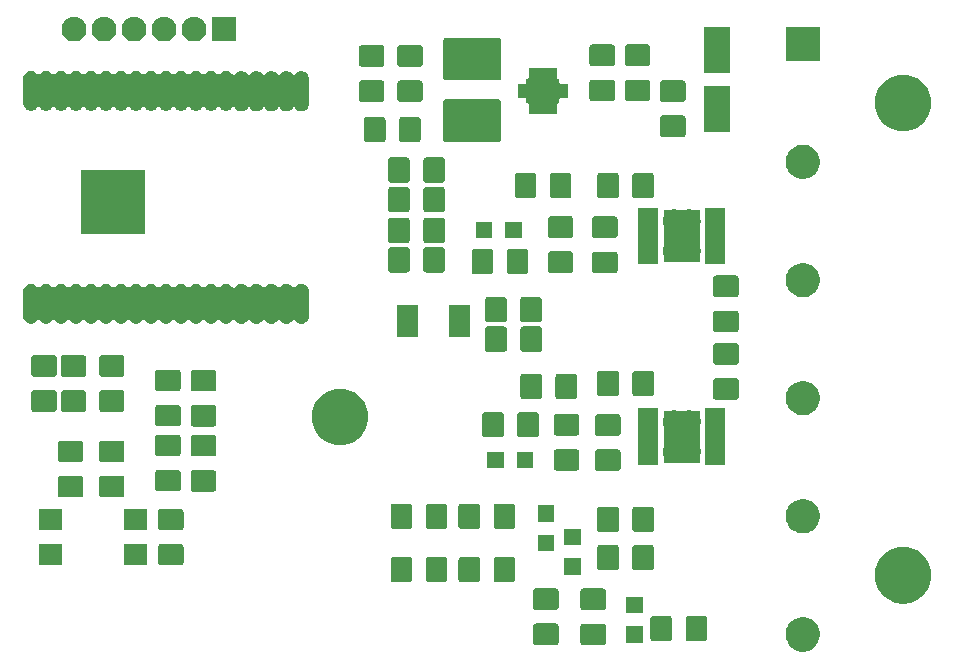
<source format=gbr>
G04 #@! TF.GenerationSoftware,KiCad,Pcbnew,(5.0.1)-3*
G04 #@! TF.CreationDate,2018-11-12T18:53:03-05:00*
G04 #@! TF.ProjectId,ESP32 Windlass,45535033322057696E646C6173732E6B,rev?*
G04 #@! TF.SameCoordinates,Original*
G04 #@! TF.FileFunction,Soldermask,Top*
G04 #@! TF.FilePolarity,Negative*
%FSLAX46Y46*%
G04 Gerber Fmt 4.6, Leading zero omitted, Abs format (unit mm)*
G04 Created by KiCad (PCBNEW (5.0.1)-3) date 11/12/2018 6:53:03 PM*
%MOMM*%
%LPD*%
G01*
G04 APERTURE LIST*
%ADD10C,0.100000*%
G04 APERTURE END LIST*
D10*
G36*
X187922947Y-102355722D02*
X188186833Y-102465027D01*
X188424324Y-102623713D01*
X188626287Y-102825676D01*
X188784973Y-103063167D01*
X188894278Y-103327053D01*
X188950000Y-103607186D01*
X188950000Y-103892814D01*
X188894278Y-104172947D01*
X188784973Y-104436833D01*
X188626287Y-104674324D01*
X188424324Y-104876287D01*
X188186833Y-105034973D01*
X187922947Y-105144278D01*
X187642814Y-105200000D01*
X187357186Y-105200000D01*
X187077053Y-105144278D01*
X186813167Y-105034973D01*
X186575676Y-104876287D01*
X186373713Y-104674324D01*
X186215027Y-104436833D01*
X186105722Y-104172947D01*
X186050000Y-103892814D01*
X186050000Y-103607186D01*
X186105722Y-103327053D01*
X186215027Y-103063167D01*
X186373713Y-102825676D01*
X186575676Y-102623713D01*
X186813167Y-102465027D01*
X187077053Y-102355722D01*
X187357186Y-102300000D01*
X187642814Y-102300000D01*
X187922947Y-102355722D01*
X187922947Y-102355722D01*
G37*
G36*
X170632482Y-102842686D02*
X170677204Y-102856253D01*
X170718433Y-102878290D01*
X170754561Y-102907939D01*
X170784210Y-102944067D01*
X170806247Y-102985296D01*
X170819814Y-103030018D01*
X170825000Y-103082675D01*
X170825000Y-104417325D01*
X170819814Y-104469982D01*
X170806247Y-104514704D01*
X170784210Y-104555933D01*
X170754561Y-104592061D01*
X170718433Y-104621710D01*
X170677204Y-104643747D01*
X170632482Y-104657314D01*
X170579825Y-104662500D01*
X168920175Y-104662500D01*
X168867518Y-104657314D01*
X168822796Y-104643747D01*
X168781567Y-104621710D01*
X168745439Y-104592061D01*
X168715790Y-104555933D01*
X168693753Y-104514704D01*
X168680186Y-104469982D01*
X168675000Y-104417325D01*
X168675000Y-103082675D01*
X168680186Y-103030018D01*
X168693753Y-102985296D01*
X168715790Y-102944067D01*
X168745439Y-102907939D01*
X168781567Y-102878290D01*
X168822796Y-102856253D01*
X168867518Y-102842686D01*
X168920175Y-102837500D01*
X170579825Y-102837500D01*
X170632482Y-102842686D01*
X170632482Y-102842686D01*
G37*
G36*
X166632482Y-102830186D02*
X166677204Y-102843753D01*
X166718433Y-102865790D01*
X166754561Y-102895439D01*
X166784210Y-102931567D01*
X166806247Y-102972796D01*
X166819814Y-103017518D01*
X166825000Y-103070175D01*
X166825000Y-104404825D01*
X166819814Y-104457482D01*
X166806247Y-104502204D01*
X166784210Y-104543433D01*
X166754561Y-104579561D01*
X166718433Y-104609210D01*
X166677204Y-104631247D01*
X166632482Y-104644814D01*
X166579825Y-104650000D01*
X164920175Y-104650000D01*
X164867518Y-104644814D01*
X164822796Y-104631247D01*
X164781567Y-104609210D01*
X164745439Y-104579561D01*
X164715790Y-104543433D01*
X164693753Y-104502204D01*
X164680186Y-104457482D01*
X164675000Y-104404825D01*
X164675000Y-103070175D01*
X164680186Y-103017518D01*
X164693753Y-102972796D01*
X164715790Y-102931567D01*
X164745439Y-102895439D01*
X164781567Y-102865790D01*
X164822796Y-102843753D01*
X164867518Y-102830186D01*
X164920175Y-102825000D01*
X166579825Y-102825000D01*
X166632482Y-102830186D01*
X166632482Y-102830186D01*
G37*
G36*
X173950000Y-104450000D02*
X172550000Y-104450000D01*
X172550000Y-103050000D01*
X173950000Y-103050000D01*
X173950000Y-104450000D01*
X173950000Y-104450000D01*
G37*
G36*
X179207482Y-102180186D02*
X179252204Y-102193753D01*
X179293433Y-102215790D01*
X179329561Y-102245439D01*
X179359210Y-102281567D01*
X179381247Y-102322796D01*
X179394814Y-102367518D01*
X179400000Y-102420175D01*
X179400000Y-104079825D01*
X179394814Y-104132482D01*
X179381247Y-104177204D01*
X179359210Y-104218433D01*
X179329561Y-104254561D01*
X179293433Y-104284210D01*
X179252204Y-104306247D01*
X179207482Y-104319814D01*
X179154825Y-104325000D01*
X177820175Y-104325000D01*
X177767518Y-104319814D01*
X177722796Y-104306247D01*
X177681567Y-104284210D01*
X177645439Y-104254561D01*
X177615790Y-104218433D01*
X177593753Y-104177204D01*
X177580186Y-104132482D01*
X177575000Y-104079825D01*
X177575000Y-102420175D01*
X177580186Y-102367518D01*
X177593753Y-102322796D01*
X177615790Y-102281567D01*
X177645439Y-102245439D01*
X177681567Y-102215790D01*
X177722796Y-102193753D01*
X177767518Y-102180186D01*
X177820175Y-102175000D01*
X179154825Y-102175000D01*
X179207482Y-102180186D01*
X179207482Y-102180186D01*
G37*
G36*
X176232482Y-102180186D02*
X176277204Y-102193753D01*
X176318433Y-102215790D01*
X176354561Y-102245439D01*
X176384210Y-102281567D01*
X176406247Y-102322796D01*
X176419814Y-102367518D01*
X176425000Y-102420175D01*
X176425000Y-104079825D01*
X176419814Y-104132482D01*
X176406247Y-104177204D01*
X176384210Y-104218433D01*
X176354561Y-104254561D01*
X176318433Y-104284210D01*
X176277204Y-104306247D01*
X176232482Y-104319814D01*
X176179825Y-104325000D01*
X174845175Y-104325000D01*
X174792518Y-104319814D01*
X174747796Y-104306247D01*
X174706567Y-104284210D01*
X174670439Y-104254561D01*
X174640790Y-104218433D01*
X174618753Y-104177204D01*
X174605186Y-104132482D01*
X174600000Y-104079825D01*
X174600000Y-102420175D01*
X174605186Y-102367518D01*
X174618753Y-102322796D01*
X174640790Y-102281567D01*
X174670439Y-102245439D01*
X174706567Y-102215790D01*
X174747796Y-102193753D01*
X174792518Y-102180186D01*
X174845175Y-102175000D01*
X176179825Y-102175000D01*
X176232482Y-102180186D01*
X176232482Y-102180186D01*
G37*
G36*
X173950000Y-101950000D02*
X172550000Y-101950000D01*
X172550000Y-100550000D01*
X173950000Y-100550000D01*
X173950000Y-101950000D01*
X173950000Y-101950000D01*
G37*
G36*
X170632482Y-99867686D02*
X170677204Y-99881253D01*
X170718433Y-99903290D01*
X170754561Y-99932939D01*
X170784210Y-99969067D01*
X170806247Y-100010296D01*
X170819814Y-100055018D01*
X170825000Y-100107675D01*
X170825000Y-101442325D01*
X170819814Y-101494982D01*
X170806247Y-101539704D01*
X170784210Y-101580933D01*
X170754561Y-101617061D01*
X170718433Y-101646710D01*
X170677204Y-101668747D01*
X170632482Y-101682314D01*
X170579825Y-101687500D01*
X168920175Y-101687500D01*
X168867518Y-101682314D01*
X168822796Y-101668747D01*
X168781567Y-101646710D01*
X168745439Y-101617061D01*
X168715790Y-101580933D01*
X168693753Y-101539704D01*
X168680186Y-101494982D01*
X168675000Y-101442325D01*
X168675000Y-100107675D01*
X168680186Y-100055018D01*
X168693753Y-100010296D01*
X168715790Y-99969067D01*
X168745439Y-99932939D01*
X168781567Y-99903290D01*
X168822796Y-99881253D01*
X168867518Y-99867686D01*
X168920175Y-99862500D01*
X170579825Y-99862500D01*
X170632482Y-99867686D01*
X170632482Y-99867686D01*
G37*
G36*
X166632482Y-99855186D02*
X166677204Y-99868753D01*
X166718433Y-99890790D01*
X166754561Y-99920439D01*
X166784210Y-99956567D01*
X166806247Y-99997796D01*
X166819814Y-100042518D01*
X166825000Y-100095175D01*
X166825000Y-101429825D01*
X166819814Y-101482482D01*
X166806247Y-101527204D01*
X166784210Y-101568433D01*
X166754561Y-101604561D01*
X166718433Y-101634210D01*
X166677204Y-101656247D01*
X166632482Y-101669814D01*
X166579825Y-101675000D01*
X164920175Y-101675000D01*
X164867518Y-101669814D01*
X164822796Y-101656247D01*
X164781567Y-101634210D01*
X164745439Y-101604561D01*
X164715790Y-101568433D01*
X164693753Y-101527204D01*
X164680186Y-101482482D01*
X164675000Y-101429825D01*
X164675000Y-100095175D01*
X164680186Y-100042518D01*
X164693753Y-99997796D01*
X164715790Y-99956567D01*
X164745439Y-99920439D01*
X164781567Y-99890790D01*
X164822796Y-99868753D01*
X164867518Y-99855186D01*
X164920175Y-99850000D01*
X166579825Y-99850000D01*
X166632482Y-99855186D01*
X166632482Y-99855186D01*
G37*
G36*
X196324449Y-96367518D02*
X196700054Y-96442230D01*
X197136826Y-96623147D01*
X197529911Y-96885798D01*
X197864202Y-97220089D01*
X198126853Y-97613174D01*
X198307770Y-98049946D01*
X198362041Y-98322787D01*
X198400000Y-98513619D01*
X198400000Y-98986381D01*
X198383907Y-99067287D01*
X198307770Y-99450054D01*
X198126853Y-99886826D01*
X197864202Y-100279911D01*
X197529911Y-100614202D01*
X197136826Y-100876853D01*
X196700054Y-101057770D01*
X196351904Y-101127021D01*
X196236381Y-101150000D01*
X195763619Y-101150000D01*
X195648096Y-101127021D01*
X195299946Y-101057770D01*
X194863174Y-100876853D01*
X194470089Y-100614202D01*
X194135798Y-100279911D01*
X193873147Y-99886826D01*
X193692230Y-99450054D01*
X193616093Y-99067287D01*
X193600000Y-98986381D01*
X193600000Y-98513619D01*
X193637959Y-98322787D01*
X193692230Y-98049946D01*
X193873147Y-97613174D01*
X194135798Y-97220089D01*
X194470089Y-96885798D01*
X194863174Y-96623147D01*
X195299946Y-96442230D01*
X195675551Y-96367518D01*
X195763619Y-96350000D01*
X196236381Y-96350000D01*
X196324449Y-96367518D01*
X196324449Y-96367518D01*
G37*
G36*
X162957482Y-97180186D02*
X163002204Y-97193753D01*
X163043433Y-97215790D01*
X163079561Y-97245439D01*
X163109210Y-97281567D01*
X163131247Y-97322796D01*
X163144814Y-97367518D01*
X163150000Y-97420175D01*
X163150000Y-99079825D01*
X163144814Y-99132482D01*
X163131247Y-99177204D01*
X163109210Y-99218433D01*
X163079561Y-99254561D01*
X163043433Y-99284210D01*
X163002204Y-99306247D01*
X162957482Y-99319814D01*
X162904825Y-99325000D01*
X161570175Y-99325000D01*
X161517518Y-99319814D01*
X161472796Y-99306247D01*
X161431567Y-99284210D01*
X161395439Y-99254561D01*
X161365790Y-99218433D01*
X161343753Y-99177204D01*
X161330186Y-99132482D01*
X161325000Y-99079825D01*
X161325000Y-97420175D01*
X161330186Y-97367518D01*
X161343753Y-97322796D01*
X161365790Y-97281567D01*
X161395439Y-97245439D01*
X161431567Y-97215790D01*
X161472796Y-97193753D01*
X161517518Y-97180186D01*
X161570175Y-97175000D01*
X162904825Y-97175000D01*
X162957482Y-97180186D01*
X162957482Y-97180186D01*
G37*
G36*
X159982482Y-97180186D02*
X160027204Y-97193753D01*
X160068433Y-97215790D01*
X160104561Y-97245439D01*
X160134210Y-97281567D01*
X160156247Y-97322796D01*
X160169814Y-97367518D01*
X160175000Y-97420175D01*
X160175000Y-99079825D01*
X160169814Y-99132482D01*
X160156247Y-99177204D01*
X160134210Y-99218433D01*
X160104561Y-99254561D01*
X160068433Y-99284210D01*
X160027204Y-99306247D01*
X159982482Y-99319814D01*
X159929825Y-99325000D01*
X158595175Y-99325000D01*
X158542518Y-99319814D01*
X158497796Y-99306247D01*
X158456567Y-99284210D01*
X158420439Y-99254561D01*
X158390790Y-99218433D01*
X158368753Y-99177204D01*
X158355186Y-99132482D01*
X158350000Y-99079825D01*
X158350000Y-97420175D01*
X158355186Y-97367518D01*
X158368753Y-97322796D01*
X158390790Y-97281567D01*
X158420439Y-97245439D01*
X158456567Y-97215790D01*
X158497796Y-97193753D01*
X158542518Y-97180186D01*
X158595175Y-97175000D01*
X159929825Y-97175000D01*
X159982482Y-97180186D01*
X159982482Y-97180186D01*
G37*
G36*
X154232482Y-97180186D02*
X154277204Y-97193753D01*
X154318433Y-97215790D01*
X154354561Y-97245439D01*
X154384210Y-97281567D01*
X154406247Y-97322796D01*
X154419814Y-97367518D01*
X154425000Y-97420175D01*
X154425000Y-99079825D01*
X154419814Y-99132482D01*
X154406247Y-99177204D01*
X154384210Y-99218433D01*
X154354561Y-99254561D01*
X154318433Y-99284210D01*
X154277204Y-99306247D01*
X154232482Y-99319814D01*
X154179825Y-99325000D01*
X152845175Y-99325000D01*
X152792518Y-99319814D01*
X152747796Y-99306247D01*
X152706567Y-99284210D01*
X152670439Y-99254561D01*
X152640790Y-99218433D01*
X152618753Y-99177204D01*
X152605186Y-99132482D01*
X152600000Y-99079825D01*
X152600000Y-97420175D01*
X152605186Y-97367518D01*
X152618753Y-97322796D01*
X152640790Y-97281567D01*
X152670439Y-97245439D01*
X152706567Y-97215790D01*
X152747796Y-97193753D01*
X152792518Y-97180186D01*
X152845175Y-97175000D01*
X154179825Y-97175000D01*
X154232482Y-97180186D01*
X154232482Y-97180186D01*
G37*
G36*
X157207482Y-97180186D02*
X157252204Y-97193753D01*
X157293433Y-97215790D01*
X157329561Y-97245439D01*
X157359210Y-97281567D01*
X157381247Y-97322796D01*
X157394814Y-97367518D01*
X157400000Y-97420175D01*
X157400000Y-99079825D01*
X157394814Y-99132482D01*
X157381247Y-99177204D01*
X157359210Y-99218433D01*
X157329561Y-99254561D01*
X157293433Y-99284210D01*
X157252204Y-99306247D01*
X157207482Y-99319814D01*
X157154825Y-99325000D01*
X155820175Y-99325000D01*
X155767518Y-99319814D01*
X155722796Y-99306247D01*
X155681567Y-99284210D01*
X155645439Y-99254561D01*
X155615790Y-99218433D01*
X155593753Y-99177204D01*
X155580186Y-99132482D01*
X155575000Y-99079825D01*
X155575000Y-97420175D01*
X155580186Y-97367518D01*
X155593753Y-97322796D01*
X155615790Y-97281567D01*
X155645439Y-97245439D01*
X155681567Y-97215790D01*
X155722796Y-97193753D01*
X155767518Y-97180186D01*
X155820175Y-97175000D01*
X157154825Y-97175000D01*
X157207482Y-97180186D01*
X157207482Y-97180186D01*
G37*
G36*
X168700000Y-98700000D02*
X167300000Y-98700000D01*
X167300000Y-97300000D01*
X168700000Y-97300000D01*
X168700000Y-98700000D01*
X168700000Y-98700000D01*
G37*
G36*
X171732482Y-96180186D02*
X171777204Y-96193753D01*
X171818433Y-96215790D01*
X171854561Y-96245439D01*
X171884210Y-96281567D01*
X171906247Y-96322796D01*
X171919814Y-96367518D01*
X171925000Y-96420175D01*
X171925000Y-98079825D01*
X171919814Y-98132482D01*
X171906247Y-98177204D01*
X171884210Y-98218433D01*
X171854561Y-98254561D01*
X171818433Y-98284210D01*
X171777204Y-98306247D01*
X171732482Y-98319814D01*
X171679825Y-98325000D01*
X170345175Y-98325000D01*
X170292518Y-98319814D01*
X170247796Y-98306247D01*
X170206567Y-98284210D01*
X170170439Y-98254561D01*
X170140790Y-98218433D01*
X170118753Y-98177204D01*
X170105186Y-98132482D01*
X170100000Y-98079825D01*
X170100000Y-96420175D01*
X170105186Y-96367518D01*
X170118753Y-96322796D01*
X170140790Y-96281567D01*
X170170439Y-96245439D01*
X170206567Y-96215790D01*
X170247796Y-96193753D01*
X170292518Y-96180186D01*
X170345175Y-96175000D01*
X171679825Y-96175000D01*
X171732482Y-96180186D01*
X171732482Y-96180186D01*
G37*
G36*
X174707482Y-96180186D02*
X174752204Y-96193753D01*
X174793433Y-96215790D01*
X174829561Y-96245439D01*
X174859210Y-96281567D01*
X174881247Y-96322796D01*
X174894814Y-96367518D01*
X174900000Y-96420175D01*
X174900000Y-98079825D01*
X174894814Y-98132482D01*
X174881247Y-98177204D01*
X174859210Y-98218433D01*
X174829561Y-98254561D01*
X174793433Y-98284210D01*
X174752204Y-98306247D01*
X174707482Y-98319814D01*
X174654825Y-98325000D01*
X173320175Y-98325000D01*
X173267518Y-98319814D01*
X173222796Y-98306247D01*
X173181567Y-98284210D01*
X173145439Y-98254561D01*
X173115790Y-98218433D01*
X173093753Y-98177204D01*
X173080186Y-98132482D01*
X173075000Y-98079825D01*
X173075000Y-96420175D01*
X173080186Y-96367518D01*
X173093753Y-96322796D01*
X173115790Y-96281567D01*
X173145439Y-96245439D01*
X173181567Y-96215790D01*
X173222796Y-96193753D01*
X173267518Y-96180186D01*
X173320175Y-96175000D01*
X174654825Y-96175000D01*
X174707482Y-96180186D01*
X174707482Y-96180186D01*
G37*
G36*
X134882482Y-96092686D02*
X134927204Y-96106253D01*
X134968433Y-96128290D01*
X135004561Y-96157939D01*
X135034210Y-96194067D01*
X135056247Y-96235296D01*
X135069814Y-96280018D01*
X135075000Y-96332675D01*
X135075000Y-97667325D01*
X135069814Y-97719982D01*
X135056247Y-97764704D01*
X135034210Y-97805933D01*
X135004561Y-97842061D01*
X134968433Y-97871710D01*
X134927204Y-97893747D01*
X134882482Y-97907314D01*
X134829825Y-97912500D01*
X133170175Y-97912500D01*
X133117518Y-97907314D01*
X133072796Y-97893747D01*
X133031567Y-97871710D01*
X132995439Y-97842061D01*
X132965790Y-97805933D01*
X132943753Y-97764704D01*
X132930186Y-97719982D01*
X132925000Y-97667325D01*
X132925000Y-96332675D01*
X132930186Y-96280018D01*
X132943753Y-96235296D01*
X132965790Y-96194067D01*
X132995439Y-96157939D01*
X133031567Y-96128290D01*
X133072796Y-96106253D01*
X133117518Y-96092686D01*
X133170175Y-96087500D01*
X134829825Y-96087500D01*
X134882482Y-96092686D01*
X134882482Y-96092686D01*
G37*
G36*
X124800000Y-97900000D02*
X122800000Y-97900000D01*
X122800000Y-96100000D01*
X124800000Y-96100000D01*
X124800000Y-97900000D01*
X124800000Y-97900000D01*
G37*
G36*
X132000000Y-97900000D02*
X130000000Y-97900000D01*
X130000000Y-96100000D01*
X132000000Y-96100000D01*
X132000000Y-97900000D01*
X132000000Y-97900000D01*
G37*
G36*
X166450000Y-96700000D02*
X165050000Y-96700000D01*
X165050000Y-95300000D01*
X166450000Y-95300000D01*
X166450000Y-96700000D01*
X166450000Y-96700000D01*
G37*
G36*
X168700000Y-96200000D02*
X167300000Y-96200000D01*
X167300000Y-94800000D01*
X168700000Y-94800000D01*
X168700000Y-96200000D01*
X168700000Y-96200000D01*
G37*
G36*
X187922947Y-92355722D02*
X188186833Y-92465027D01*
X188424324Y-92623713D01*
X188626287Y-92825676D01*
X188784973Y-93063167D01*
X188894278Y-93327053D01*
X188950000Y-93607186D01*
X188950000Y-93892814D01*
X188894278Y-94172947D01*
X188784973Y-94436833D01*
X188626287Y-94674324D01*
X188424324Y-94876287D01*
X188186833Y-95034973D01*
X187922947Y-95144278D01*
X187642814Y-95200000D01*
X187357186Y-95200000D01*
X187077053Y-95144278D01*
X186813167Y-95034973D01*
X186575676Y-94876287D01*
X186373713Y-94674324D01*
X186215027Y-94436833D01*
X186105722Y-94172947D01*
X186050000Y-93892814D01*
X186050000Y-93607186D01*
X186105722Y-93327053D01*
X186215027Y-93063167D01*
X186373713Y-92825676D01*
X186575676Y-92623713D01*
X186813167Y-92465027D01*
X187077053Y-92355722D01*
X187357186Y-92300000D01*
X187642814Y-92300000D01*
X187922947Y-92355722D01*
X187922947Y-92355722D01*
G37*
G36*
X174707482Y-92930186D02*
X174752204Y-92943753D01*
X174793433Y-92965790D01*
X174829561Y-92995439D01*
X174859210Y-93031567D01*
X174881247Y-93072796D01*
X174894814Y-93117518D01*
X174900000Y-93170175D01*
X174900000Y-94829825D01*
X174894814Y-94882482D01*
X174881247Y-94927204D01*
X174859210Y-94968433D01*
X174829561Y-95004561D01*
X174793433Y-95034210D01*
X174752204Y-95056247D01*
X174707482Y-95069814D01*
X174654825Y-95075000D01*
X173320175Y-95075000D01*
X173267518Y-95069814D01*
X173222796Y-95056247D01*
X173181567Y-95034210D01*
X173145439Y-95004561D01*
X173115790Y-94968433D01*
X173093753Y-94927204D01*
X173080186Y-94882482D01*
X173075000Y-94829825D01*
X173075000Y-93170175D01*
X173080186Y-93117518D01*
X173093753Y-93072796D01*
X173115790Y-93031567D01*
X173145439Y-92995439D01*
X173181567Y-92965790D01*
X173222796Y-92943753D01*
X173267518Y-92930186D01*
X173320175Y-92925000D01*
X174654825Y-92925000D01*
X174707482Y-92930186D01*
X174707482Y-92930186D01*
G37*
G36*
X171732482Y-92930186D02*
X171777204Y-92943753D01*
X171818433Y-92965790D01*
X171854561Y-92995439D01*
X171884210Y-93031567D01*
X171906247Y-93072796D01*
X171919814Y-93117518D01*
X171925000Y-93170175D01*
X171925000Y-94829825D01*
X171919814Y-94882482D01*
X171906247Y-94927204D01*
X171884210Y-94968433D01*
X171854561Y-95004561D01*
X171818433Y-95034210D01*
X171777204Y-95056247D01*
X171732482Y-95069814D01*
X171679825Y-95075000D01*
X170345175Y-95075000D01*
X170292518Y-95069814D01*
X170247796Y-95056247D01*
X170206567Y-95034210D01*
X170170439Y-95004561D01*
X170140790Y-94968433D01*
X170118753Y-94927204D01*
X170105186Y-94882482D01*
X170100000Y-94829825D01*
X170100000Y-93170175D01*
X170105186Y-93117518D01*
X170118753Y-93072796D01*
X170140790Y-93031567D01*
X170170439Y-92995439D01*
X170206567Y-92965790D01*
X170247796Y-92943753D01*
X170292518Y-92930186D01*
X170345175Y-92925000D01*
X171679825Y-92925000D01*
X171732482Y-92930186D01*
X171732482Y-92930186D01*
G37*
G36*
X134882482Y-93117686D02*
X134927204Y-93131253D01*
X134968433Y-93153290D01*
X135004561Y-93182939D01*
X135034210Y-93219067D01*
X135056247Y-93260296D01*
X135069814Y-93305018D01*
X135075000Y-93357675D01*
X135075000Y-94692325D01*
X135069814Y-94744982D01*
X135056247Y-94789704D01*
X135034210Y-94830933D01*
X135004561Y-94867061D01*
X134968433Y-94896710D01*
X134927204Y-94918747D01*
X134882482Y-94932314D01*
X134829825Y-94937500D01*
X133170175Y-94937500D01*
X133117518Y-94932314D01*
X133072796Y-94918747D01*
X133031567Y-94896710D01*
X132995439Y-94867061D01*
X132965790Y-94830933D01*
X132943753Y-94789704D01*
X132930186Y-94744982D01*
X132925000Y-94692325D01*
X132925000Y-93357675D01*
X132930186Y-93305018D01*
X132943753Y-93260296D01*
X132965790Y-93219067D01*
X132995439Y-93182939D01*
X133031567Y-93153290D01*
X133072796Y-93131253D01*
X133117518Y-93117686D01*
X133170175Y-93112500D01*
X134829825Y-93112500D01*
X134882482Y-93117686D01*
X134882482Y-93117686D01*
G37*
G36*
X124800000Y-94900000D02*
X122800000Y-94900000D01*
X122800000Y-93100000D01*
X124800000Y-93100000D01*
X124800000Y-94900000D01*
X124800000Y-94900000D01*
G37*
G36*
X132000000Y-94900000D02*
X130000000Y-94900000D01*
X130000000Y-93100000D01*
X132000000Y-93100000D01*
X132000000Y-94900000D01*
X132000000Y-94900000D01*
G37*
G36*
X157207482Y-92680186D02*
X157252204Y-92693753D01*
X157293433Y-92715790D01*
X157329561Y-92745439D01*
X157359210Y-92781567D01*
X157381247Y-92822796D01*
X157394814Y-92867518D01*
X157400000Y-92920175D01*
X157400000Y-94579825D01*
X157394814Y-94632482D01*
X157381247Y-94677204D01*
X157359210Y-94718433D01*
X157329561Y-94754561D01*
X157293433Y-94784210D01*
X157252204Y-94806247D01*
X157207482Y-94819814D01*
X157154825Y-94825000D01*
X155820175Y-94825000D01*
X155767518Y-94819814D01*
X155722796Y-94806247D01*
X155681567Y-94784210D01*
X155645439Y-94754561D01*
X155615790Y-94718433D01*
X155593753Y-94677204D01*
X155580186Y-94632482D01*
X155575000Y-94579825D01*
X155575000Y-92920175D01*
X155580186Y-92867518D01*
X155593753Y-92822796D01*
X155615790Y-92781567D01*
X155645439Y-92745439D01*
X155681567Y-92715790D01*
X155722796Y-92693753D01*
X155767518Y-92680186D01*
X155820175Y-92675000D01*
X157154825Y-92675000D01*
X157207482Y-92680186D01*
X157207482Y-92680186D01*
G37*
G36*
X159982482Y-92680186D02*
X160027204Y-92693753D01*
X160068433Y-92715790D01*
X160104561Y-92745439D01*
X160134210Y-92781567D01*
X160156247Y-92822796D01*
X160169814Y-92867518D01*
X160175000Y-92920175D01*
X160175000Y-94579825D01*
X160169814Y-94632482D01*
X160156247Y-94677204D01*
X160134210Y-94718433D01*
X160104561Y-94754561D01*
X160068433Y-94784210D01*
X160027204Y-94806247D01*
X159982482Y-94819814D01*
X159929825Y-94825000D01*
X158595175Y-94825000D01*
X158542518Y-94819814D01*
X158497796Y-94806247D01*
X158456567Y-94784210D01*
X158420439Y-94754561D01*
X158390790Y-94718433D01*
X158368753Y-94677204D01*
X158355186Y-94632482D01*
X158350000Y-94579825D01*
X158350000Y-92920175D01*
X158355186Y-92867518D01*
X158368753Y-92822796D01*
X158390790Y-92781567D01*
X158420439Y-92745439D01*
X158456567Y-92715790D01*
X158497796Y-92693753D01*
X158542518Y-92680186D01*
X158595175Y-92675000D01*
X159929825Y-92675000D01*
X159982482Y-92680186D01*
X159982482Y-92680186D01*
G37*
G36*
X154232482Y-92680186D02*
X154277204Y-92693753D01*
X154318433Y-92715790D01*
X154354561Y-92745439D01*
X154384210Y-92781567D01*
X154406247Y-92822796D01*
X154419814Y-92867518D01*
X154425000Y-92920175D01*
X154425000Y-94579825D01*
X154419814Y-94632482D01*
X154406247Y-94677204D01*
X154384210Y-94718433D01*
X154354561Y-94754561D01*
X154318433Y-94784210D01*
X154277204Y-94806247D01*
X154232482Y-94819814D01*
X154179825Y-94825000D01*
X152845175Y-94825000D01*
X152792518Y-94819814D01*
X152747796Y-94806247D01*
X152706567Y-94784210D01*
X152670439Y-94754561D01*
X152640790Y-94718433D01*
X152618753Y-94677204D01*
X152605186Y-94632482D01*
X152600000Y-94579825D01*
X152600000Y-92920175D01*
X152605186Y-92867518D01*
X152618753Y-92822796D01*
X152640790Y-92781567D01*
X152670439Y-92745439D01*
X152706567Y-92715790D01*
X152747796Y-92693753D01*
X152792518Y-92680186D01*
X152845175Y-92675000D01*
X154179825Y-92675000D01*
X154232482Y-92680186D01*
X154232482Y-92680186D01*
G37*
G36*
X162957482Y-92680186D02*
X163002204Y-92693753D01*
X163043433Y-92715790D01*
X163079561Y-92745439D01*
X163109210Y-92781567D01*
X163131247Y-92822796D01*
X163144814Y-92867518D01*
X163150000Y-92920175D01*
X163150000Y-94579825D01*
X163144814Y-94632482D01*
X163131247Y-94677204D01*
X163109210Y-94718433D01*
X163079561Y-94754561D01*
X163043433Y-94784210D01*
X163002204Y-94806247D01*
X162957482Y-94819814D01*
X162904825Y-94825000D01*
X161570175Y-94825000D01*
X161517518Y-94819814D01*
X161472796Y-94806247D01*
X161431567Y-94784210D01*
X161395439Y-94754561D01*
X161365790Y-94718433D01*
X161343753Y-94677204D01*
X161330186Y-94632482D01*
X161325000Y-94579825D01*
X161325000Y-92920175D01*
X161330186Y-92867518D01*
X161343753Y-92822796D01*
X161365790Y-92781567D01*
X161395439Y-92745439D01*
X161431567Y-92715790D01*
X161472796Y-92693753D01*
X161517518Y-92680186D01*
X161570175Y-92675000D01*
X162904825Y-92675000D01*
X162957482Y-92680186D01*
X162957482Y-92680186D01*
G37*
G36*
X166450000Y-94200000D02*
X165050000Y-94200000D01*
X165050000Y-92800000D01*
X166450000Y-92800000D01*
X166450000Y-94200000D01*
X166450000Y-94200000D01*
G37*
G36*
X126382482Y-90330186D02*
X126427204Y-90343753D01*
X126468433Y-90365790D01*
X126504561Y-90395439D01*
X126534210Y-90431567D01*
X126556247Y-90472796D01*
X126569814Y-90517518D01*
X126575000Y-90570175D01*
X126575000Y-91904825D01*
X126569814Y-91957482D01*
X126556247Y-92002204D01*
X126534210Y-92043433D01*
X126504561Y-92079561D01*
X126468433Y-92109210D01*
X126427204Y-92131247D01*
X126382482Y-92144814D01*
X126329825Y-92150000D01*
X124670175Y-92150000D01*
X124617518Y-92144814D01*
X124572796Y-92131247D01*
X124531567Y-92109210D01*
X124495439Y-92079561D01*
X124465790Y-92043433D01*
X124443753Y-92002204D01*
X124430186Y-91957482D01*
X124425000Y-91904825D01*
X124425000Y-90570175D01*
X124430186Y-90517518D01*
X124443753Y-90472796D01*
X124465790Y-90431567D01*
X124495439Y-90395439D01*
X124531567Y-90365790D01*
X124572796Y-90343753D01*
X124617518Y-90330186D01*
X124670175Y-90325000D01*
X126329825Y-90325000D01*
X126382482Y-90330186D01*
X126382482Y-90330186D01*
G37*
G36*
X129882482Y-90317686D02*
X129927204Y-90331253D01*
X129968433Y-90353290D01*
X130004561Y-90382939D01*
X130034210Y-90419067D01*
X130056247Y-90460296D01*
X130069814Y-90505018D01*
X130075000Y-90557675D01*
X130075000Y-91892325D01*
X130069814Y-91944982D01*
X130056247Y-91989704D01*
X130034210Y-92030933D01*
X130004561Y-92067061D01*
X129968433Y-92096710D01*
X129927204Y-92118747D01*
X129882482Y-92132314D01*
X129829825Y-92137500D01*
X128170175Y-92137500D01*
X128117518Y-92132314D01*
X128072796Y-92118747D01*
X128031567Y-92096710D01*
X127995439Y-92067061D01*
X127965790Y-92030933D01*
X127943753Y-91989704D01*
X127930186Y-91944982D01*
X127925000Y-91892325D01*
X127925000Y-90557675D01*
X127930186Y-90505018D01*
X127943753Y-90460296D01*
X127965790Y-90419067D01*
X127995439Y-90382939D01*
X128031567Y-90353290D01*
X128072796Y-90331253D01*
X128117518Y-90317686D01*
X128170175Y-90312500D01*
X129829825Y-90312500D01*
X129882482Y-90317686D01*
X129882482Y-90317686D01*
G37*
G36*
X137632482Y-89842686D02*
X137677204Y-89856253D01*
X137718433Y-89878290D01*
X137754561Y-89907939D01*
X137784210Y-89944067D01*
X137806247Y-89985296D01*
X137819814Y-90030018D01*
X137825000Y-90082675D01*
X137825000Y-91417325D01*
X137819814Y-91469982D01*
X137806247Y-91514704D01*
X137784210Y-91555933D01*
X137754561Y-91592061D01*
X137718433Y-91621710D01*
X137677204Y-91643747D01*
X137632482Y-91657314D01*
X137579825Y-91662500D01*
X135920175Y-91662500D01*
X135867518Y-91657314D01*
X135822796Y-91643747D01*
X135781567Y-91621710D01*
X135745439Y-91592061D01*
X135715790Y-91555933D01*
X135693753Y-91514704D01*
X135680186Y-91469982D01*
X135675000Y-91417325D01*
X135675000Y-90082675D01*
X135680186Y-90030018D01*
X135693753Y-89985296D01*
X135715790Y-89944067D01*
X135745439Y-89907939D01*
X135781567Y-89878290D01*
X135822796Y-89856253D01*
X135867518Y-89842686D01*
X135920175Y-89837500D01*
X137579825Y-89837500D01*
X137632482Y-89842686D01*
X137632482Y-89842686D01*
G37*
G36*
X134632482Y-89817686D02*
X134677204Y-89831253D01*
X134718433Y-89853290D01*
X134754561Y-89882939D01*
X134784210Y-89919067D01*
X134806247Y-89960296D01*
X134819814Y-90005018D01*
X134825000Y-90057675D01*
X134825000Y-91392325D01*
X134819814Y-91444982D01*
X134806247Y-91489704D01*
X134784210Y-91530933D01*
X134754561Y-91567061D01*
X134718433Y-91596710D01*
X134677204Y-91618747D01*
X134632482Y-91632314D01*
X134579825Y-91637500D01*
X132920175Y-91637500D01*
X132867518Y-91632314D01*
X132822796Y-91618747D01*
X132781567Y-91596710D01*
X132745439Y-91567061D01*
X132715790Y-91530933D01*
X132693753Y-91489704D01*
X132680186Y-91444982D01*
X132675000Y-91392325D01*
X132675000Y-90057675D01*
X132680186Y-90005018D01*
X132693753Y-89960296D01*
X132715790Y-89919067D01*
X132745439Y-89882939D01*
X132781567Y-89853290D01*
X132822796Y-89831253D01*
X132867518Y-89817686D01*
X132920175Y-89812500D01*
X134579825Y-89812500D01*
X134632482Y-89817686D01*
X134632482Y-89817686D01*
G37*
G36*
X171882482Y-88092686D02*
X171927204Y-88106253D01*
X171968433Y-88128290D01*
X172004561Y-88157939D01*
X172034210Y-88194067D01*
X172056247Y-88235296D01*
X172069814Y-88280018D01*
X172075000Y-88332675D01*
X172075000Y-89667325D01*
X172069814Y-89719982D01*
X172056247Y-89764704D01*
X172034210Y-89805933D01*
X172004561Y-89842061D01*
X171968433Y-89871710D01*
X171927204Y-89893747D01*
X171882482Y-89907314D01*
X171829825Y-89912500D01*
X170170175Y-89912500D01*
X170117518Y-89907314D01*
X170072796Y-89893747D01*
X170031567Y-89871710D01*
X169995439Y-89842061D01*
X169965790Y-89805933D01*
X169943753Y-89764704D01*
X169930186Y-89719982D01*
X169925000Y-89667325D01*
X169925000Y-88332675D01*
X169930186Y-88280018D01*
X169943753Y-88235296D01*
X169965790Y-88194067D01*
X169995439Y-88157939D01*
X170031567Y-88128290D01*
X170072796Y-88106253D01*
X170117518Y-88092686D01*
X170170175Y-88087500D01*
X171829825Y-88087500D01*
X171882482Y-88092686D01*
X171882482Y-88092686D01*
G37*
G36*
X168382482Y-88067686D02*
X168427204Y-88081253D01*
X168468433Y-88103290D01*
X168504561Y-88132939D01*
X168534210Y-88169067D01*
X168556247Y-88210296D01*
X168569814Y-88255018D01*
X168575000Y-88307675D01*
X168575000Y-89642325D01*
X168569814Y-89694982D01*
X168556247Y-89739704D01*
X168534210Y-89780933D01*
X168504561Y-89817061D01*
X168468433Y-89846710D01*
X168427204Y-89868747D01*
X168382482Y-89882314D01*
X168329825Y-89887500D01*
X166670175Y-89887500D01*
X166617518Y-89882314D01*
X166572796Y-89868747D01*
X166531567Y-89846710D01*
X166495439Y-89817061D01*
X166465790Y-89780933D01*
X166443753Y-89739704D01*
X166430186Y-89694982D01*
X166425000Y-89642325D01*
X166425000Y-88307675D01*
X166430186Y-88255018D01*
X166443753Y-88210296D01*
X166465790Y-88169067D01*
X166495439Y-88132939D01*
X166531567Y-88103290D01*
X166572796Y-88081253D01*
X166617518Y-88067686D01*
X166670175Y-88062500D01*
X168329825Y-88062500D01*
X168382482Y-88067686D01*
X168382482Y-88067686D01*
G37*
G36*
X162200000Y-89700000D02*
X160800000Y-89700000D01*
X160800000Y-88300000D01*
X162200000Y-88300000D01*
X162200000Y-89700000D01*
X162200000Y-89700000D01*
G37*
G36*
X164700000Y-89700000D02*
X163300000Y-89700000D01*
X163300000Y-88300000D01*
X164700000Y-88300000D01*
X164700000Y-89700000D01*
X164700000Y-89700000D01*
G37*
G36*
X175255000Y-86450000D02*
X175257402Y-86474386D01*
X175260000Y-86482951D01*
X175260000Y-87517049D01*
X175257402Y-87525614D01*
X175255000Y-87550000D01*
X175255000Y-89375000D01*
X173545000Y-89375000D01*
X173545000Y-87132951D01*
X173547598Y-87124386D01*
X173550000Y-87100000D01*
X173550000Y-86900000D01*
X173547598Y-86875614D01*
X173545000Y-86867049D01*
X173545000Y-84625000D01*
X175255000Y-84625000D01*
X175255000Y-86450000D01*
X175255000Y-86450000D01*
G37*
G36*
X180955000Y-89375000D02*
X179245000Y-89375000D01*
X179245000Y-84625000D01*
X180955000Y-84625000D01*
X180955000Y-89375000D01*
X180955000Y-89375000D01*
G37*
G36*
X176858552Y-84797598D02*
X176882938Y-84800000D01*
X177617062Y-84800000D01*
X177641448Y-84797598D01*
X177790250Y-84768000D01*
X177979750Y-84768000D01*
X178128552Y-84797598D01*
X178152938Y-84800000D01*
X178775000Y-84800000D01*
X178775000Y-85339958D01*
X178777402Y-85364344D01*
X178784514Y-85387792D01*
X178803106Y-85432676D01*
X178810032Y-85449398D01*
X178847000Y-85635250D01*
X178847000Y-85824750D01*
X178813095Y-85995204D01*
X178810031Y-86010605D01*
X178791136Y-86056223D01*
X178784515Y-86072206D01*
X178777402Y-86095655D01*
X178775000Y-86120042D01*
X178775000Y-87879958D01*
X178777402Y-87904344D01*
X178784514Y-87927792D01*
X178810031Y-87989395D01*
X178810032Y-87989398D01*
X178847000Y-88175250D01*
X178847000Y-88364750D01*
X178811106Y-88545204D01*
X178810031Y-88550605D01*
X178792860Y-88592061D01*
X178784515Y-88612206D01*
X178777402Y-88635655D01*
X178775000Y-88660042D01*
X178775000Y-89200000D01*
X178152938Y-89200000D01*
X178128552Y-89202402D01*
X177979750Y-89232000D01*
X177790250Y-89232000D01*
X177641448Y-89202402D01*
X177617062Y-89200000D01*
X176882938Y-89200000D01*
X176858552Y-89202402D01*
X176709750Y-89232000D01*
X176520250Y-89232000D01*
X176371448Y-89202402D01*
X176347062Y-89200000D01*
X175725000Y-89200000D01*
X175725000Y-88660042D01*
X175722598Y-88635656D01*
X175715485Y-88612206D01*
X175707141Y-88592061D01*
X175689969Y-88550605D01*
X175688895Y-88545204D01*
X175653000Y-88364750D01*
X175653000Y-88175250D01*
X175689968Y-87989398D01*
X175689969Y-87989395D01*
X175715486Y-87927792D01*
X175722598Y-87904345D01*
X175725000Y-87879958D01*
X175725000Y-86120042D01*
X175722598Y-86095656D01*
X175715485Y-86072206D01*
X175708865Y-86056223D01*
X175689969Y-86010605D01*
X175686906Y-85995204D01*
X175653000Y-85824750D01*
X175653000Y-85635250D01*
X175689968Y-85449398D01*
X175696894Y-85432676D01*
X175715486Y-85387792D01*
X175722598Y-85364345D01*
X175725000Y-85339958D01*
X175725000Y-84800000D01*
X176347062Y-84800000D01*
X176371448Y-84797598D01*
X176520250Y-84768000D01*
X176709750Y-84768000D01*
X176858552Y-84797598D01*
X176858552Y-84797598D01*
G37*
G36*
X126382482Y-87355186D02*
X126427204Y-87368753D01*
X126468433Y-87390790D01*
X126504561Y-87420439D01*
X126534210Y-87456567D01*
X126556247Y-87497796D01*
X126569814Y-87542518D01*
X126575000Y-87595175D01*
X126575000Y-88929825D01*
X126569814Y-88982482D01*
X126556247Y-89027204D01*
X126534210Y-89068433D01*
X126504561Y-89104561D01*
X126468433Y-89134210D01*
X126427204Y-89156247D01*
X126382482Y-89169814D01*
X126329825Y-89175000D01*
X124670175Y-89175000D01*
X124617518Y-89169814D01*
X124572796Y-89156247D01*
X124531567Y-89134210D01*
X124495439Y-89104561D01*
X124465790Y-89068433D01*
X124443753Y-89027204D01*
X124430186Y-88982482D01*
X124425000Y-88929825D01*
X124425000Y-87595175D01*
X124430186Y-87542518D01*
X124443753Y-87497796D01*
X124465790Y-87456567D01*
X124495439Y-87420439D01*
X124531567Y-87390790D01*
X124572796Y-87368753D01*
X124617518Y-87355186D01*
X124670175Y-87350000D01*
X126329825Y-87350000D01*
X126382482Y-87355186D01*
X126382482Y-87355186D01*
G37*
G36*
X129882482Y-87342686D02*
X129927204Y-87356253D01*
X129968433Y-87378290D01*
X130004561Y-87407939D01*
X130034210Y-87444067D01*
X130056247Y-87485296D01*
X130069814Y-87530018D01*
X130075000Y-87582675D01*
X130075000Y-88917325D01*
X130069814Y-88969982D01*
X130056247Y-89014704D01*
X130034210Y-89055933D01*
X130004561Y-89092061D01*
X129968433Y-89121710D01*
X129927204Y-89143747D01*
X129882482Y-89157314D01*
X129829825Y-89162500D01*
X128170175Y-89162500D01*
X128117518Y-89157314D01*
X128072796Y-89143747D01*
X128031567Y-89121710D01*
X127995439Y-89092061D01*
X127965790Y-89055933D01*
X127943753Y-89014704D01*
X127930186Y-88969982D01*
X127925000Y-88917325D01*
X127925000Y-87582675D01*
X127930186Y-87530018D01*
X127943753Y-87485296D01*
X127965790Y-87444067D01*
X127995439Y-87407939D01*
X128031567Y-87378290D01*
X128072796Y-87356253D01*
X128117518Y-87342686D01*
X128170175Y-87337500D01*
X129829825Y-87337500D01*
X129882482Y-87342686D01*
X129882482Y-87342686D01*
G37*
G36*
X137632482Y-86867686D02*
X137677204Y-86881253D01*
X137718433Y-86903290D01*
X137754561Y-86932939D01*
X137784210Y-86969067D01*
X137806247Y-87010296D01*
X137819814Y-87055018D01*
X137825000Y-87107675D01*
X137825000Y-88442325D01*
X137819814Y-88494982D01*
X137806247Y-88539704D01*
X137784210Y-88580933D01*
X137754561Y-88617061D01*
X137718433Y-88646710D01*
X137677204Y-88668747D01*
X137632482Y-88682314D01*
X137579825Y-88687500D01*
X135920175Y-88687500D01*
X135867518Y-88682314D01*
X135822796Y-88668747D01*
X135781567Y-88646710D01*
X135745439Y-88617061D01*
X135715790Y-88580933D01*
X135693753Y-88539704D01*
X135680186Y-88494982D01*
X135675000Y-88442325D01*
X135675000Y-87107675D01*
X135680186Y-87055018D01*
X135693753Y-87010296D01*
X135715790Y-86969067D01*
X135745439Y-86932939D01*
X135781567Y-86903290D01*
X135822796Y-86881253D01*
X135867518Y-86867686D01*
X135920175Y-86862500D01*
X137579825Y-86862500D01*
X137632482Y-86867686D01*
X137632482Y-86867686D01*
G37*
G36*
X134632482Y-86842686D02*
X134677204Y-86856253D01*
X134718433Y-86878290D01*
X134754561Y-86907939D01*
X134784210Y-86944067D01*
X134806247Y-86985296D01*
X134819814Y-87030018D01*
X134825000Y-87082675D01*
X134825000Y-88417325D01*
X134819814Y-88469982D01*
X134806247Y-88514704D01*
X134784210Y-88555933D01*
X134754561Y-88592061D01*
X134718433Y-88621710D01*
X134677204Y-88643747D01*
X134632482Y-88657314D01*
X134579825Y-88662500D01*
X132920175Y-88662500D01*
X132867518Y-88657314D01*
X132822796Y-88643747D01*
X132781567Y-88621710D01*
X132745439Y-88592061D01*
X132715790Y-88555933D01*
X132693753Y-88514704D01*
X132680186Y-88469982D01*
X132675000Y-88417325D01*
X132675000Y-87082675D01*
X132680186Y-87030018D01*
X132693753Y-86985296D01*
X132715790Y-86944067D01*
X132745439Y-86907939D01*
X132781567Y-86878290D01*
X132822796Y-86856253D01*
X132867518Y-86842686D01*
X132920175Y-86837500D01*
X134579825Y-86837500D01*
X134632482Y-86842686D01*
X134632482Y-86842686D01*
G37*
G36*
X148685178Y-82956253D02*
X149033328Y-83025504D01*
X149470100Y-83206421D01*
X149863185Y-83469072D01*
X150197476Y-83803363D01*
X150460127Y-84196448D01*
X150641044Y-84633220D01*
X150693078Y-84894814D01*
X150733274Y-85096893D01*
X150733274Y-85569655D01*
X150720226Y-85635250D01*
X150641044Y-86033328D01*
X150460127Y-86470100D01*
X150197476Y-86863185D01*
X149863185Y-87197476D01*
X149470100Y-87460127D01*
X149033328Y-87641044D01*
X148685178Y-87710295D01*
X148569655Y-87733274D01*
X148096893Y-87733274D01*
X147981370Y-87710295D01*
X147633220Y-87641044D01*
X147196448Y-87460127D01*
X146803363Y-87197476D01*
X146469072Y-86863185D01*
X146206421Y-86470100D01*
X146025504Y-86033328D01*
X145946322Y-85635250D01*
X145933274Y-85569655D01*
X145933274Y-85096893D01*
X145973470Y-84894814D01*
X146025504Y-84633220D01*
X146206421Y-84196448D01*
X146469072Y-83803363D01*
X146803363Y-83469072D01*
X147196448Y-83206421D01*
X147633220Y-83025504D01*
X147981370Y-82956253D01*
X148096893Y-82933274D01*
X148569655Y-82933274D01*
X148685178Y-82956253D01*
X148685178Y-82956253D01*
G37*
G36*
X161982482Y-84930186D02*
X162027204Y-84943753D01*
X162068433Y-84965790D01*
X162104561Y-84995439D01*
X162134210Y-85031567D01*
X162156247Y-85072796D01*
X162169814Y-85117518D01*
X162175000Y-85170175D01*
X162175000Y-86829825D01*
X162169814Y-86882482D01*
X162156247Y-86927204D01*
X162134210Y-86968433D01*
X162104561Y-87004561D01*
X162068433Y-87034210D01*
X162027204Y-87056247D01*
X161982482Y-87069814D01*
X161929825Y-87075000D01*
X160595175Y-87075000D01*
X160542518Y-87069814D01*
X160497796Y-87056247D01*
X160456567Y-87034210D01*
X160420439Y-87004561D01*
X160390790Y-86968433D01*
X160368753Y-86927204D01*
X160355186Y-86882482D01*
X160350000Y-86829825D01*
X160350000Y-85170175D01*
X160355186Y-85117518D01*
X160368753Y-85072796D01*
X160390790Y-85031567D01*
X160420439Y-84995439D01*
X160456567Y-84965790D01*
X160497796Y-84943753D01*
X160542518Y-84930186D01*
X160595175Y-84925000D01*
X161929825Y-84925000D01*
X161982482Y-84930186D01*
X161982482Y-84930186D01*
G37*
G36*
X164957482Y-84930186D02*
X165002204Y-84943753D01*
X165043433Y-84965790D01*
X165079561Y-84995439D01*
X165109210Y-85031567D01*
X165131247Y-85072796D01*
X165144814Y-85117518D01*
X165150000Y-85170175D01*
X165150000Y-86829825D01*
X165144814Y-86882482D01*
X165131247Y-86927204D01*
X165109210Y-86968433D01*
X165079561Y-87004561D01*
X165043433Y-87034210D01*
X165002204Y-87056247D01*
X164957482Y-87069814D01*
X164904825Y-87075000D01*
X163570175Y-87075000D01*
X163517518Y-87069814D01*
X163472796Y-87056247D01*
X163431567Y-87034210D01*
X163395439Y-87004561D01*
X163365790Y-86968433D01*
X163343753Y-86927204D01*
X163330186Y-86882482D01*
X163325000Y-86829825D01*
X163325000Y-85170175D01*
X163330186Y-85117518D01*
X163343753Y-85072796D01*
X163365790Y-85031567D01*
X163395439Y-84995439D01*
X163431567Y-84965790D01*
X163472796Y-84943753D01*
X163517518Y-84930186D01*
X163570175Y-84925000D01*
X164904825Y-84925000D01*
X164957482Y-84930186D01*
X164957482Y-84930186D01*
G37*
G36*
X171882482Y-85117686D02*
X171927204Y-85131253D01*
X171968433Y-85153290D01*
X172004561Y-85182939D01*
X172034210Y-85219067D01*
X172056247Y-85260296D01*
X172069814Y-85305018D01*
X172075000Y-85357675D01*
X172075000Y-86692325D01*
X172069814Y-86744982D01*
X172056247Y-86789704D01*
X172034210Y-86830933D01*
X172004561Y-86867061D01*
X171968433Y-86896710D01*
X171927204Y-86918747D01*
X171882482Y-86932314D01*
X171829825Y-86937500D01*
X170170175Y-86937500D01*
X170117518Y-86932314D01*
X170072796Y-86918747D01*
X170031567Y-86896710D01*
X169995439Y-86867061D01*
X169965790Y-86830933D01*
X169943753Y-86789704D01*
X169930186Y-86744982D01*
X169925000Y-86692325D01*
X169925000Y-85357675D01*
X169930186Y-85305018D01*
X169943753Y-85260296D01*
X169965790Y-85219067D01*
X169995439Y-85182939D01*
X170031567Y-85153290D01*
X170072796Y-85131253D01*
X170117518Y-85117686D01*
X170170175Y-85112500D01*
X171829825Y-85112500D01*
X171882482Y-85117686D01*
X171882482Y-85117686D01*
G37*
G36*
X168382482Y-85092686D02*
X168427204Y-85106253D01*
X168468433Y-85128290D01*
X168504561Y-85157939D01*
X168534210Y-85194067D01*
X168556247Y-85235296D01*
X168569814Y-85280018D01*
X168575000Y-85332675D01*
X168575000Y-86667325D01*
X168569814Y-86719982D01*
X168556247Y-86764704D01*
X168534210Y-86805933D01*
X168504561Y-86842061D01*
X168468433Y-86871710D01*
X168427204Y-86893747D01*
X168382482Y-86907314D01*
X168329825Y-86912500D01*
X166670175Y-86912500D01*
X166617518Y-86907314D01*
X166572796Y-86893747D01*
X166531567Y-86871710D01*
X166495439Y-86842061D01*
X166465790Y-86805933D01*
X166443753Y-86764704D01*
X166430186Y-86719982D01*
X166425000Y-86667325D01*
X166425000Y-85332675D01*
X166430186Y-85280018D01*
X166443753Y-85235296D01*
X166465790Y-85194067D01*
X166495439Y-85157939D01*
X166531567Y-85128290D01*
X166572796Y-85106253D01*
X166617518Y-85092686D01*
X166670175Y-85087500D01*
X168329825Y-85087500D01*
X168382482Y-85092686D01*
X168382482Y-85092686D01*
G37*
G36*
X137632482Y-84330186D02*
X137677204Y-84343753D01*
X137718433Y-84365790D01*
X137754561Y-84395439D01*
X137784210Y-84431567D01*
X137806247Y-84472796D01*
X137819814Y-84517518D01*
X137825000Y-84570175D01*
X137825000Y-85904825D01*
X137819814Y-85957482D01*
X137806247Y-86002204D01*
X137784210Y-86043433D01*
X137754561Y-86079561D01*
X137718433Y-86109210D01*
X137677204Y-86131247D01*
X137632482Y-86144814D01*
X137579825Y-86150000D01*
X135920175Y-86150000D01*
X135867518Y-86144814D01*
X135822796Y-86131247D01*
X135781567Y-86109210D01*
X135745439Y-86079561D01*
X135715790Y-86043433D01*
X135693753Y-86002204D01*
X135680186Y-85957482D01*
X135675000Y-85904825D01*
X135675000Y-84570175D01*
X135680186Y-84517518D01*
X135693753Y-84472796D01*
X135715790Y-84431567D01*
X135745439Y-84395439D01*
X135781567Y-84365790D01*
X135822796Y-84343753D01*
X135867518Y-84330186D01*
X135920175Y-84325000D01*
X137579825Y-84325000D01*
X137632482Y-84330186D01*
X137632482Y-84330186D01*
G37*
G36*
X134632482Y-84317686D02*
X134677204Y-84331253D01*
X134718433Y-84353290D01*
X134754561Y-84382939D01*
X134784210Y-84419067D01*
X134806247Y-84460296D01*
X134819814Y-84505018D01*
X134825000Y-84557675D01*
X134825000Y-85892325D01*
X134819814Y-85944982D01*
X134806247Y-85989704D01*
X134784210Y-86030933D01*
X134754561Y-86067061D01*
X134718433Y-86096710D01*
X134677204Y-86118747D01*
X134632482Y-86132314D01*
X134579825Y-86137500D01*
X132920175Y-86137500D01*
X132867518Y-86132314D01*
X132822796Y-86118747D01*
X132781567Y-86096710D01*
X132745439Y-86067061D01*
X132715790Y-86030933D01*
X132693753Y-85989704D01*
X132680186Y-85944982D01*
X132675000Y-85892325D01*
X132675000Y-84557675D01*
X132680186Y-84505018D01*
X132693753Y-84460296D01*
X132715790Y-84419067D01*
X132745439Y-84382939D01*
X132781567Y-84353290D01*
X132822796Y-84331253D01*
X132867518Y-84317686D01*
X132920175Y-84312500D01*
X134579825Y-84312500D01*
X134632482Y-84317686D01*
X134632482Y-84317686D01*
G37*
G36*
X187922947Y-82355722D02*
X188186833Y-82465027D01*
X188424324Y-82623713D01*
X188626287Y-82825676D01*
X188784973Y-83063167D01*
X188894278Y-83327053D01*
X188950000Y-83607186D01*
X188950000Y-83892814D01*
X188894278Y-84172947D01*
X188784973Y-84436833D01*
X188626287Y-84674324D01*
X188424324Y-84876287D01*
X188186833Y-85034973D01*
X187922947Y-85144278D01*
X187642814Y-85200000D01*
X187357186Y-85200000D01*
X187077053Y-85144278D01*
X186813167Y-85034973D01*
X186575676Y-84876287D01*
X186373713Y-84674324D01*
X186215027Y-84436833D01*
X186105722Y-84172947D01*
X186050000Y-83892814D01*
X186050000Y-83607186D01*
X186105722Y-83327053D01*
X186215027Y-83063167D01*
X186373713Y-82825676D01*
X186575676Y-82623713D01*
X186813167Y-82465027D01*
X187077053Y-82355722D01*
X187357186Y-82300000D01*
X187642814Y-82300000D01*
X187922947Y-82355722D01*
X187922947Y-82355722D01*
G37*
G36*
X126632482Y-83092686D02*
X126677204Y-83106253D01*
X126718433Y-83128290D01*
X126754561Y-83157939D01*
X126784210Y-83194067D01*
X126806247Y-83235296D01*
X126819814Y-83280018D01*
X126825000Y-83332675D01*
X126825000Y-84667325D01*
X126819814Y-84719982D01*
X126806247Y-84764704D01*
X126784210Y-84805933D01*
X126754561Y-84842061D01*
X126718433Y-84871710D01*
X126677204Y-84893747D01*
X126632482Y-84907314D01*
X126579825Y-84912500D01*
X124920175Y-84912500D01*
X124867518Y-84907314D01*
X124822796Y-84893747D01*
X124781567Y-84871710D01*
X124745439Y-84842061D01*
X124715790Y-84805933D01*
X124693753Y-84764704D01*
X124680186Y-84719982D01*
X124675000Y-84667325D01*
X124675000Y-83332675D01*
X124680186Y-83280018D01*
X124693753Y-83235296D01*
X124715790Y-83194067D01*
X124745439Y-83157939D01*
X124781567Y-83128290D01*
X124822796Y-83106253D01*
X124867518Y-83092686D01*
X124920175Y-83087500D01*
X126579825Y-83087500D01*
X126632482Y-83092686D01*
X126632482Y-83092686D01*
G37*
G36*
X124132482Y-83080186D02*
X124177204Y-83093753D01*
X124218433Y-83115790D01*
X124254561Y-83145439D01*
X124284210Y-83181567D01*
X124306247Y-83222796D01*
X124319814Y-83267518D01*
X124325000Y-83320175D01*
X124325000Y-84654825D01*
X124319814Y-84707482D01*
X124306247Y-84752204D01*
X124284210Y-84793433D01*
X124254561Y-84829561D01*
X124218433Y-84859210D01*
X124177204Y-84881247D01*
X124132482Y-84894814D01*
X124079825Y-84900000D01*
X122420175Y-84900000D01*
X122367518Y-84894814D01*
X122322796Y-84881247D01*
X122281567Y-84859210D01*
X122245439Y-84829561D01*
X122215790Y-84793433D01*
X122193753Y-84752204D01*
X122180186Y-84707482D01*
X122175000Y-84654825D01*
X122175000Y-83320175D01*
X122180186Y-83267518D01*
X122193753Y-83222796D01*
X122215790Y-83181567D01*
X122245439Y-83145439D01*
X122281567Y-83115790D01*
X122322796Y-83093753D01*
X122367518Y-83080186D01*
X122420175Y-83075000D01*
X124079825Y-83075000D01*
X124132482Y-83080186D01*
X124132482Y-83080186D01*
G37*
G36*
X129882482Y-83080186D02*
X129927204Y-83093753D01*
X129968433Y-83115790D01*
X130004561Y-83145439D01*
X130034210Y-83181567D01*
X130056247Y-83222796D01*
X130069814Y-83267518D01*
X130075000Y-83320175D01*
X130075000Y-84654825D01*
X130069814Y-84707482D01*
X130056247Y-84752204D01*
X130034210Y-84793433D01*
X130004561Y-84829561D01*
X129968433Y-84859210D01*
X129927204Y-84881247D01*
X129882482Y-84894814D01*
X129829825Y-84900000D01*
X128170175Y-84900000D01*
X128117518Y-84894814D01*
X128072796Y-84881247D01*
X128031567Y-84859210D01*
X127995439Y-84829561D01*
X127965790Y-84793433D01*
X127943753Y-84752204D01*
X127930186Y-84707482D01*
X127925000Y-84654825D01*
X127925000Y-83320175D01*
X127930186Y-83267518D01*
X127943753Y-83222796D01*
X127965790Y-83181567D01*
X127995439Y-83145439D01*
X128031567Y-83115790D01*
X128072796Y-83093753D01*
X128117518Y-83080186D01*
X128170175Y-83075000D01*
X129829825Y-83075000D01*
X129882482Y-83080186D01*
X129882482Y-83080186D01*
G37*
G36*
X181882482Y-82067686D02*
X181927204Y-82081253D01*
X181968433Y-82103290D01*
X182004561Y-82132939D01*
X182034210Y-82169067D01*
X182056247Y-82210296D01*
X182069814Y-82255018D01*
X182075000Y-82307675D01*
X182075000Y-83642325D01*
X182069814Y-83694982D01*
X182056247Y-83739704D01*
X182034210Y-83780933D01*
X182004561Y-83817061D01*
X181968433Y-83846710D01*
X181927204Y-83868747D01*
X181882482Y-83882314D01*
X181829825Y-83887500D01*
X180170175Y-83887500D01*
X180117518Y-83882314D01*
X180072796Y-83868747D01*
X180031567Y-83846710D01*
X179995439Y-83817061D01*
X179965790Y-83780933D01*
X179943753Y-83739704D01*
X179930186Y-83694982D01*
X179925000Y-83642325D01*
X179925000Y-82307675D01*
X179930186Y-82255018D01*
X179943753Y-82210296D01*
X179965790Y-82169067D01*
X179995439Y-82132939D01*
X180031567Y-82103290D01*
X180072796Y-82081253D01*
X180117518Y-82067686D01*
X180170175Y-82062500D01*
X181829825Y-82062500D01*
X181882482Y-82067686D01*
X181882482Y-82067686D01*
G37*
G36*
X168194982Y-81680186D02*
X168239704Y-81693753D01*
X168280933Y-81715790D01*
X168317061Y-81745439D01*
X168346710Y-81781567D01*
X168368747Y-81822796D01*
X168382314Y-81867518D01*
X168387500Y-81920175D01*
X168387500Y-83579825D01*
X168382314Y-83632482D01*
X168368747Y-83677204D01*
X168346710Y-83718433D01*
X168317061Y-83754561D01*
X168280933Y-83784210D01*
X168239704Y-83806247D01*
X168194982Y-83819814D01*
X168142325Y-83825000D01*
X166807675Y-83825000D01*
X166755018Y-83819814D01*
X166710296Y-83806247D01*
X166669067Y-83784210D01*
X166632939Y-83754561D01*
X166603290Y-83718433D01*
X166581253Y-83677204D01*
X166567686Y-83632482D01*
X166562500Y-83579825D01*
X166562500Y-81920175D01*
X166567686Y-81867518D01*
X166581253Y-81822796D01*
X166603290Y-81781567D01*
X166632939Y-81745439D01*
X166669067Y-81715790D01*
X166710296Y-81693753D01*
X166755018Y-81680186D01*
X166807675Y-81675000D01*
X168142325Y-81675000D01*
X168194982Y-81680186D01*
X168194982Y-81680186D01*
G37*
G36*
X165219982Y-81680186D02*
X165264704Y-81693753D01*
X165305933Y-81715790D01*
X165342061Y-81745439D01*
X165371710Y-81781567D01*
X165393747Y-81822796D01*
X165407314Y-81867518D01*
X165412500Y-81920175D01*
X165412500Y-83579825D01*
X165407314Y-83632482D01*
X165393747Y-83677204D01*
X165371710Y-83718433D01*
X165342061Y-83754561D01*
X165305933Y-83784210D01*
X165264704Y-83806247D01*
X165219982Y-83819814D01*
X165167325Y-83825000D01*
X163832675Y-83825000D01*
X163780018Y-83819814D01*
X163735296Y-83806247D01*
X163694067Y-83784210D01*
X163657939Y-83754561D01*
X163628290Y-83718433D01*
X163606253Y-83677204D01*
X163592686Y-83632482D01*
X163587500Y-83579825D01*
X163587500Y-81920175D01*
X163592686Y-81867518D01*
X163606253Y-81822796D01*
X163628290Y-81781567D01*
X163657939Y-81745439D01*
X163694067Y-81715790D01*
X163735296Y-81693753D01*
X163780018Y-81680186D01*
X163832675Y-81675000D01*
X165167325Y-81675000D01*
X165219982Y-81680186D01*
X165219982Y-81680186D01*
G37*
G36*
X171732482Y-81430186D02*
X171777204Y-81443753D01*
X171818433Y-81465790D01*
X171854561Y-81495439D01*
X171884210Y-81531567D01*
X171906247Y-81572796D01*
X171919814Y-81617518D01*
X171925000Y-81670175D01*
X171925000Y-83329825D01*
X171919814Y-83382482D01*
X171906247Y-83427204D01*
X171884210Y-83468433D01*
X171854561Y-83504561D01*
X171818433Y-83534210D01*
X171777204Y-83556247D01*
X171732482Y-83569814D01*
X171679825Y-83575000D01*
X170345175Y-83575000D01*
X170292518Y-83569814D01*
X170247796Y-83556247D01*
X170206567Y-83534210D01*
X170170439Y-83504561D01*
X170140790Y-83468433D01*
X170118753Y-83427204D01*
X170105186Y-83382482D01*
X170100000Y-83329825D01*
X170100000Y-81670175D01*
X170105186Y-81617518D01*
X170118753Y-81572796D01*
X170140790Y-81531567D01*
X170170439Y-81495439D01*
X170206567Y-81465790D01*
X170247796Y-81443753D01*
X170292518Y-81430186D01*
X170345175Y-81425000D01*
X171679825Y-81425000D01*
X171732482Y-81430186D01*
X171732482Y-81430186D01*
G37*
G36*
X174707482Y-81430186D02*
X174752204Y-81443753D01*
X174793433Y-81465790D01*
X174829561Y-81495439D01*
X174859210Y-81531567D01*
X174881247Y-81572796D01*
X174894814Y-81617518D01*
X174900000Y-81670175D01*
X174900000Y-83329825D01*
X174894814Y-83382482D01*
X174881247Y-83427204D01*
X174859210Y-83468433D01*
X174829561Y-83504561D01*
X174793433Y-83534210D01*
X174752204Y-83556247D01*
X174707482Y-83569814D01*
X174654825Y-83575000D01*
X173320175Y-83575000D01*
X173267518Y-83569814D01*
X173222796Y-83556247D01*
X173181567Y-83534210D01*
X173145439Y-83504561D01*
X173115790Y-83468433D01*
X173093753Y-83427204D01*
X173080186Y-83382482D01*
X173075000Y-83329825D01*
X173075000Y-81670175D01*
X173080186Y-81617518D01*
X173093753Y-81572796D01*
X173115790Y-81531567D01*
X173145439Y-81495439D01*
X173181567Y-81465790D01*
X173222796Y-81443753D01*
X173267518Y-81430186D01*
X173320175Y-81425000D01*
X174654825Y-81425000D01*
X174707482Y-81430186D01*
X174707482Y-81430186D01*
G37*
G36*
X137632482Y-81355186D02*
X137677204Y-81368753D01*
X137718433Y-81390790D01*
X137754561Y-81420439D01*
X137784210Y-81456567D01*
X137806247Y-81497796D01*
X137819814Y-81542518D01*
X137825000Y-81595175D01*
X137825000Y-82929825D01*
X137819814Y-82982482D01*
X137806247Y-83027204D01*
X137784210Y-83068433D01*
X137754561Y-83104561D01*
X137718433Y-83134210D01*
X137677204Y-83156247D01*
X137632482Y-83169814D01*
X137579825Y-83175000D01*
X135920175Y-83175000D01*
X135867518Y-83169814D01*
X135822796Y-83156247D01*
X135781567Y-83134210D01*
X135745439Y-83104561D01*
X135715790Y-83068433D01*
X135693753Y-83027204D01*
X135680186Y-82982482D01*
X135675000Y-82929825D01*
X135675000Y-81595175D01*
X135680186Y-81542518D01*
X135693753Y-81497796D01*
X135715790Y-81456567D01*
X135745439Y-81420439D01*
X135781567Y-81390790D01*
X135822796Y-81368753D01*
X135867518Y-81355186D01*
X135920175Y-81350000D01*
X137579825Y-81350000D01*
X137632482Y-81355186D01*
X137632482Y-81355186D01*
G37*
G36*
X134632482Y-81342686D02*
X134677204Y-81356253D01*
X134718433Y-81378290D01*
X134754561Y-81407939D01*
X134784210Y-81444067D01*
X134806247Y-81485296D01*
X134819814Y-81530018D01*
X134825000Y-81582675D01*
X134825000Y-82917325D01*
X134819814Y-82969982D01*
X134806247Y-83014704D01*
X134784210Y-83055933D01*
X134754561Y-83092061D01*
X134718433Y-83121710D01*
X134677204Y-83143747D01*
X134632482Y-83157314D01*
X134579825Y-83162500D01*
X132920175Y-83162500D01*
X132867518Y-83157314D01*
X132822796Y-83143747D01*
X132781567Y-83121710D01*
X132745439Y-83092061D01*
X132715790Y-83055933D01*
X132693753Y-83014704D01*
X132680186Y-82969982D01*
X132675000Y-82917325D01*
X132675000Y-81582675D01*
X132680186Y-81530018D01*
X132693753Y-81485296D01*
X132715790Y-81444067D01*
X132745439Y-81407939D01*
X132781567Y-81378290D01*
X132822796Y-81356253D01*
X132867518Y-81342686D01*
X132920175Y-81337500D01*
X134579825Y-81337500D01*
X134632482Y-81342686D01*
X134632482Y-81342686D01*
G37*
G36*
X126632482Y-80117686D02*
X126677204Y-80131253D01*
X126718433Y-80153290D01*
X126754561Y-80182939D01*
X126784210Y-80219067D01*
X126806247Y-80260296D01*
X126819814Y-80305018D01*
X126825000Y-80357675D01*
X126825000Y-81692325D01*
X126819814Y-81744982D01*
X126806247Y-81789704D01*
X126784210Y-81830933D01*
X126754561Y-81867061D01*
X126718433Y-81896710D01*
X126677204Y-81918747D01*
X126632482Y-81932314D01*
X126579825Y-81937500D01*
X124920175Y-81937500D01*
X124867518Y-81932314D01*
X124822796Y-81918747D01*
X124781567Y-81896710D01*
X124745439Y-81867061D01*
X124715790Y-81830933D01*
X124693753Y-81789704D01*
X124680186Y-81744982D01*
X124675000Y-81692325D01*
X124675000Y-80357675D01*
X124680186Y-80305018D01*
X124693753Y-80260296D01*
X124715790Y-80219067D01*
X124745439Y-80182939D01*
X124781567Y-80153290D01*
X124822796Y-80131253D01*
X124867518Y-80117686D01*
X124920175Y-80112500D01*
X126579825Y-80112500D01*
X126632482Y-80117686D01*
X126632482Y-80117686D01*
G37*
G36*
X129882482Y-80105186D02*
X129927204Y-80118753D01*
X129968433Y-80140790D01*
X130004561Y-80170439D01*
X130034210Y-80206567D01*
X130056247Y-80247796D01*
X130069814Y-80292518D01*
X130075000Y-80345175D01*
X130075000Y-81679825D01*
X130069814Y-81732482D01*
X130056247Y-81777204D01*
X130034210Y-81818433D01*
X130004561Y-81854561D01*
X129968433Y-81884210D01*
X129927204Y-81906247D01*
X129882482Y-81919814D01*
X129829825Y-81925000D01*
X128170175Y-81925000D01*
X128117518Y-81919814D01*
X128072796Y-81906247D01*
X128031567Y-81884210D01*
X127995439Y-81854561D01*
X127965790Y-81818433D01*
X127943753Y-81777204D01*
X127930186Y-81732482D01*
X127925000Y-81679825D01*
X127925000Y-80345175D01*
X127930186Y-80292518D01*
X127943753Y-80247796D01*
X127965790Y-80206567D01*
X127995439Y-80170439D01*
X128031567Y-80140790D01*
X128072796Y-80118753D01*
X128117518Y-80105186D01*
X128170175Y-80100000D01*
X129829825Y-80100000D01*
X129882482Y-80105186D01*
X129882482Y-80105186D01*
G37*
G36*
X124132482Y-80105186D02*
X124177204Y-80118753D01*
X124218433Y-80140790D01*
X124254561Y-80170439D01*
X124284210Y-80206567D01*
X124306247Y-80247796D01*
X124319814Y-80292518D01*
X124325000Y-80345175D01*
X124325000Y-81679825D01*
X124319814Y-81732482D01*
X124306247Y-81777204D01*
X124284210Y-81818433D01*
X124254561Y-81854561D01*
X124218433Y-81884210D01*
X124177204Y-81906247D01*
X124132482Y-81919814D01*
X124079825Y-81925000D01*
X122420175Y-81925000D01*
X122367518Y-81919814D01*
X122322796Y-81906247D01*
X122281567Y-81884210D01*
X122245439Y-81854561D01*
X122215790Y-81818433D01*
X122193753Y-81777204D01*
X122180186Y-81732482D01*
X122175000Y-81679825D01*
X122175000Y-80345175D01*
X122180186Y-80292518D01*
X122193753Y-80247796D01*
X122215790Y-80206567D01*
X122245439Y-80170439D01*
X122281567Y-80140790D01*
X122322796Y-80118753D01*
X122367518Y-80105186D01*
X122420175Y-80100000D01*
X124079825Y-80100000D01*
X124132482Y-80105186D01*
X124132482Y-80105186D01*
G37*
G36*
X181882482Y-79092686D02*
X181927204Y-79106253D01*
X181968433Y-79128290D01*
X182004561Y-79157939D01*
X182034210Y-79194067D01*
X182056247Y-79235296D01*
X182069814Y-79280018D01*
X182075000Y-79332675D01*
X182075000Y-80667325D01*
X182069814Y-80719982D01*
X182056247Y-80764704D01*
X182034210Y-80805933D01*
X182004561Y-80842061D01*
X181968433Y-80871710D01*
X181927204Y-80893747D01*
X181882482Y-80907314D01*
X181829825Y-80912500D01*
X180170175Y-80912500D01*
X180117518Y-80907314D01*
X180072796Y-80893747D01*
X180031567Y-80871710D01*
X179995439Y-80842061D01*
X179965790Y-80805933D01*
X179943753Y-80764704D01*
X179930186Y-80719982D01*
X179925000Y-80667325D01*
X179925000Y-79332675D01*
X179930186Y-79280018D01*
X179943753Y-79235296D01*
X179965790Y-79194067D01*
X179995439Y-79157939D01*
X180031567Y-79128290D01*
X180072796Y-79106253D01*
X180117518Y-79092686D01*
X180170175Y-79087500D01*
X181829825Y-79087500D01*
X181882482Y-79092686D01*
X181882482Y-79092686D01*
G37*
G36*
X165219982Y-77680186D02*
X165264704Y-77693753D01*
X165305933Y-77715790D01*
X165342061Y-77745439D01*
X165371710Y-77781567D01*
X165393747Y-77822796D01*
X165407314Y-77867518D01*
X165412500Y-77920175D01*
X165412500Y-79579825D01*
X165407314Y-79632482D01*
X165393747Y-79677204D01*
X165371710Y-79718433D01*
X165342061Y-79754561D01*
X165305933Y-79784210D01*
X165264704Y-79806247D01*
X165219982Y-79819814D01*
X165167325Y-79825000D01*
X163832675Y-79825000D01*
X163780018Y-79819814D01*
X163735296Y-79806247D01*
X163694067Y-79784210D01*
X163657939Y-79754561D01*
X163628290Y-79718433D01*
X163606253Y-79677204D01*
X163592686Y-79632482D01*
X163587500Y-79579825D01*
X163587500Y-77920175D01*
X163592686Y-77867518D01*
X163606253Y-77822796D01*
X163628290Y-77781567D01*
X163657939Y-77745439D01*
X163694067Y-77715790D01*
X163735296Y-77693753D01*
X163780018Y-77680186D01*
X163832675Y-77675000D01*
X165167325Y-77675000D01*
X165219982Y-77680186D01*
X165219982Y-77680186D01*
G37*
G36*
X162244982Y-77680186D02*
X162289704Y-77693753D01*
X162330933Y-77715790D01*
X162367061Y-77745439D01*
X162396710Y-77781567D01*
X162418747Y-77822796D01*
X162432314Y-77867518D01*
X162437500Y-77920175D01*
X162437500Y-79579825D01*
X162432314Y-79632482D01*
X162418747Y-79677204D01*
X162396710Y-79718433D01*
X162367061Y-79754561D01*
X162330933Y-79784210D01*
X162289704Y-79806247D01*
X162244982Y-79819814D01*
X162192325Y-79825000D01*
X160857675Y-79825000D01*
X160805018Y-79819814D01*
X160760296Y-79806247D01*
X160719067Y-79784210D01*
X160682939Y-79754561D01*
X160653290Y-79718433D01*
X160631253Y-79677204D01*
X160617686Y-79632482D01*
X160612500Y-79579825D01*
X160612500Y-77920175D01*
X160617686Y-77867518D01*
X160631253Y-77822796D01*
X160653290Y-77781567D01*
X160682939Y-77745439D01*
X160719067Y-77715790D01*
X160760296Y-77693753D01*
X160805018Y-77680186D01*
X160857675Y-77675000D01*
X162192325Y-77675000D01*
X162244982Y-77680186D01*
X162244982Y-77680186D01*
G37*
G36*
X154950000Y-78600000D02*
X153150000Y-78600000D01*
X153150000Y-75900000D01*
X154950000Y-75900000D01*
X154950000Y-78600000D01*
X154950000Y-78600000D01*
G37*
G36*
X159350000Y-78600000D02*
X157550000Y-78600000D01*
X157550000Y-75900000D01*
X159350000Y-75900000D01*
X159350000Y-78600000D01*
X159350000Y-78600000D01*
G37*
G36*
X181882482Y-76342686D02*
X181927204Y-76356253D01*
X181968433Y-76378290D01*
X182004561Y-76407939D01*
X182034210Y-76444067D01*
X182056247Y-76485296D01*
X182069814Y-76530018D01*
X182075000Y-76582675D01*
X182075000Y-77917325D01*
X182069814Y-77969982D01*
X182056247Y-78014704D01*
X182034210Y-78055933D01*
X182004561Y-78092061D01*
X181968433Y-78121710D01*
X181927204Y-78143747D01*
X181882482Y-78157314D01*
X181829825Y-78162500D01*
X180170175Y-78162500D01*
X180117518Y-78157314D01*
X180072796Y-78143747D01*
X180031567Y-78121710D01*
X179995439Y-78092061D01*
X179965790Y-78055933D01*
X179943753Y-78014704D01*
X179930186Y-77969982D01*
X179925000Y-77917325D01*
X179925000Y-76582675D01*
X179930186Y-76530018D01*
X179943753Y-76485296D01*
X179965790Y-76444067D01*
X179995439Y-76407939D01*
X180031567Y-76378290D01*
X180072796Y-76356253D01*
X180117518Y-76342686D01*
X180170175Y-76337500D01*
X181829825Y-76337500D01*
X181882482Y-76342686D01*
X181882482Y-76342686D01*
G37*
G36*
X145165997Y-74058280D02*
X145177422Y-74059405D01*
X145238684Y-74077989D01*
X145299947Y-74096573D01*
X145364777Y-74131225D01*
X145412864Y-74156928D01*
X145412865Y-74156929D01*
X145412867Y-74156930D01*
X145511843Y-74238157D01*
X145593070Y-74337132D01*
X145653427Y-74450052D01*
X145690595Y-74572578D01*
X145700000Y-74668068D01*
X145700000Y-76831932D01*
X145690595Y-76927422D01*
X145653427Y-77049948D01*
X145593070Y-77162868D01*
X145511843Y-77261843D01*
X145412868Y-77343070D01*
X145299948Y-77403427D01*
X145238685Y-77422011D01*
X145177423Y-77440595D01*
X145165998Y-77441720D01*
X145050000Y-77453145D01*
X144934003Y-77441720D01*
X144922578Y-77440595D01*
X144861316Y-77422011D01*
X144800053Y-77403427D01*
X144687133Y-77343070D01*
X144588158Y-77261843D01*
X144511618Y-77168579D01*
X144494301Y-77151262D01*
X144473926Y-77137648D01*
X144451287Y-77128271D01*
X144427254Y-77123490D01*
X144402750Y-77123490D01*
X144378716Y-77128270D01*
X144356077Y-77137648D01*
X144335702Y-77151261D01*
X144318375Y-77168589D01*
X144241846Y-77261840D01*
X144241844Y-77261841D01*
X144241843Y-77261843D01*
X144142868Y-77343070D01*
X144029948Y-77403427D01*
X143968685Y-77422011D01*
X143907423Y-77440595D01*
X143895998Y-77441720D01*
X143780000Y-77453145D01*
X143664003Y-77441720D01*
X143652578Y-77440595D01*
X143591316Y-77422011D01*
X143530053Y-77403427D01*
X143417133Y-77343070D01*
X143318158Y-77261843D01*
X143241618Y-77168579D01*
X143224301Y-77151262D01*
X143203926Y-77137648D01*
X143181287Y-77128271D01*
X143157254Y-77123490D01*
X143132750Y-77123490D01*
X143108716Y-77128270D01*
X143086077Y-77137648D01*
X143065702Y-77151261D01*
X143048375Y-77168589D01*
X142971846Y-77261840D01*
X142971844Y-77261841D01*
X142971843Y-77261843D01*
X142872868Y-77343070D01*
X142759948Y-77403427D01*
X142698685Y-77422011D01*
X142637423Y-77440595D01*
X142625998Y-77441720D01*
X142510000Y-77453145D01*
X142394003Y-77441720D01*
X142382578Y-77440595D01*
X142321316Y-77422011D01*
X142260053Y-77403427D01*
X142147133Y-77343070D01*
X142048158Y-77261843D01*
X141971618Y-77168579D01*
X141954301Y-77151262D01*
X141933926Y-77137648D01*
X141911287Y-77128271D01*
X141887254Y-77123490D01*
X141862750Y-77123490D01*
X141838716Y-77128270D01*
X141816077Y-77137648D01*
X141795702Y-77151261D01*
X141778375Y-77168589D01*
X141701846Y-77261840D01*
X141701844Y-77261841D01*
X141701843Y-77261843D01*
X141602868Y-77343070D01*
X141489948Y-77403427D01*
X141428685Y-77422011D01*
X141367423Y-77440595D01*
X141355998Y-77441720D01*
X141240000Y-77453145D01*
X141124003Y-77441720D01*
X141112578Y-77440595D01*
X141051316Y-77422011D01*
X140990053Y-77403427D01*
X140877133Y-77343070D01*
X140778158Y-77261843D01*
X140701618Y-77168579D01*
X140684301Y-77151262D01*
X140663926Y-77137648D01*
X140641287Y-77128271D01*
X140617254Y-77123490D01*
X140592750Y-77123490D01*
X140568716Y-77128270D01*
X140546077Y-77137648D01*
X140525702Y-77151261D01*
X140508375Y-77168589D01*
X140431846Y-77261840D01*
X140431844Y-77261841D01*
X140431843Y-77261843D01*
X140332868Y-77343070D01*
X140219948Y-77403427D01*
X140158685Y-77422011D01*
X140097423Y-77440595D01*
X140085998Y-77441720D01*
X139970000Y-77453145D01*
X139854003Y-77441720D01*
X139842578Y-77440595D01*
X139781316Y-77422011D01*
X139720053Y-77403427D01*
X139607133Y-77343070D01*
X139508158Y-77261843D01*
X139426931Y-77162868D01*
X139426929Y-77162863D01*
X139422481Y-77157444D01*
X139416635Y-77148693D01*
X139399309Y-77131364D01*
X139378936Y-77117748D01*
X139356298Y-77108369D01*
X139332265Y-77103586D01*
X139307761Y-77103584D01*
X139283727Y-77108362D01*
X139261087Y-77117737D01*
X139240711Y-77131349D01*
X139223382Y-77148675D01*
X139217528Y-77157434D01*
X139213073Y-77162863D01*
X139213070Y-77162868D01*
X139131843Y-77261843D01*
X139032868Y-77343070D01*
X138919948Y-77403427D01*
X138858685Y-77422011D01*
X138797423Y-77440595D01*
X138785998Y-77441720D01*
X138670000Y-77453145D01*
X138554003Y-77441720D01*
X138542578Y-77440595D01*
X138481316Y-77422011D01*
X138420053Y-77403427D01*
X138307133Y-77343070D01*
X138208158Y-77261843D01*
X138131618Y-77168579D01*
X138114301Y-77151262D01*
X138093926Y-77137648D01*
X138071287Y-77128271D01*
X138047254Y-77123490D01*
X138022750Y-77123490D01*
X137998716Y-77128270D01*
X137976077Y-77137648D01*
X137955702Y-77151261D01*
X137938375Y-77168589D01*
X137861846Y-77261840D01*
X137861844Y-77261841D01*
X137861843Y-77261843D01*
X137762868Y-77343070D01*
X137649948Y-77403427D01*
X137588685Y-77422011D01*
X137527423Y-77440595D01*
X137515998Y-77441720D01*
X137400000Y-77453145D01*
X137284003Y-77441720D01*
X137272578Y-77440595D01*
X137211316Y-77422011D01*
X137150053Y-77403427D01*
X137037133Y-77343070D01*
X136938158Y-77261843D01*
X136861618Y-77168579D01*
X136844301Y-77151262D01*
X136823926Y-77137648D01*
X136801287Y-77128271D01*
X136777254Y-77123490D01*
X136752750Y-77123490D01*
X136728716Y-77128270D01*
X136706077Y-77137648D01*
X136685702Y-77151261D01*
X136668375Y-77168589D01*
X136591846Y-77261840D01*
X136591844Y-77261841D01*
X136591843Y-77261843D01*
X136492868Y-77343070D01*
X136379948Y-77403427D01*
X136318685Y-77422011D01*
X136257423Y-77440595D01*
X136245998Y-77441720D01*
X136130000Y-77453145D01*
X136014003Y-77441720D01*
X136002578Y-77440595D01*
X135941316Y-77422011D01*
X135880053Y-77403427D01*
X135767133Y-77343070D01*
X135668158Y-77261843D01*
X135591618Y-77168579D01*
X135574301Y-77151262D01*
X135553926Y-77137648D01*
X135531287Y-77128271D01*
X135507254Y-77123490D01*
X135482750Y-77123490D01*
X135458716Y-77128270D01*
X135436077Y-77137648D01*
X135415702Y-77151261D01*
X135398375Y-77168589D01*
X135321846Y-77261840D01*
X135321844Y-77261841D01*
X135321843Y-77261843D01*
X135222868Y-77343070D01*
X135109948Y-77403427D01*
X135048685Y-77422011D01*
X134987423Y-77440595D01*
X134975998Y-77441720D01*
X134860000Y-77453145D01*
X134744003Y-77441720D01*
X134732578Y-77440595D01*
X134671316Y-77422011D01*
X134610053Y-77403427D01*
X134497133Y-77343070D01*
X134398158Y-77261843D01*
X134321618Y-77168579D01*
X134304301Y-77151262D01*
X134283926Y-77137648D01*
X134261287Y-77128271D01*
X134237254Y-77123490D01*
X134212750Y-77123490D01*
X134188716Y-77128270D01*
X134166077Y-77137648D01*
X134145702Y-77151261D01*
X134128375Y-77168589D01*
X134051846Y-77261840D01*
X134051844Y-77261841D01*
X134051843Y-77261843D01*
X133952868Y-77343070D01*
X133839948Y-77403427D01*
X133778685Y-77422011D01*
X133717423Y-77440595D01*
X133705998Y-77441720D01*
X133590000Y-77453145D01*
X133474003Y-77441720D01*
X133462578Y-77440595D01*
X133401316Y-77422011D01*
X133340053Y-77403427D01*
X133227133Y-77343070D01*
X133128158Y-77261843D01*
X133051618Y-77168579D01*
X133034301Y-77151262D01*
X133013926Y-77137648D01*
X132991287Y-77128271D01*
X132967254Y-77123490D01*
X132942750Y-77123490D01*
X132918716Y-77128270D01*
X132896077Y-77137648D01*
X132875702Y-77151261D01*
X132858375Y-77168589D01*
X132781846Y-77261840D01*
X132781844Y-77261841D01*
X132781843Y-77261843D01*
X132682868Y-77343070D01*
X132569948Y-77403427D01*
X132508685Y-77422011D01*
X132447423Y-77440595D01*
X132435998Y-77441720D01*
X132320000Y-77453145D01*
X132204003Y-77441720D01*
X132192578Y-77440595D01*
X132131316Y-77422011D01*
X132070053Y-77403427D01*
X131957133Y-77343070D01*
X131858158Y-77261843D01*
X131781618Y-77168579D01*
X131764301Y-77151262D01*
X131743926Y-77137648D01*
X131721287Y-77128271D01*
X131697254Y-77123490D01*
X131672750Y-77123490D01*
X131648716Y-77128270D01*
X131626077Y-77137648D01*
X131605702Y-77151261D01*
X131588375Y-77168589D01*
X131511846Y-77261840D01*
X131511844Y-77261841D01*
X131511843Y-77261843D01*
X131412868Y-77343070D01*
X131299948Y-77403427D01*
X131238685Y-77422011D01*
X131177423Y-77440595D01*
X131165998Y-77441720D01*
X131050000Y-77453145D01*
X130934003Y-77441720D01*
X130922578Y-77440595D01*
X130861316Y-77422011D01*
X130800053Y-77403427D01*
X130687133Y-77343070D01*
X130588158Y-77261843D01*
X130511618Y-77168579D01*
X130494301Y-77151262D01*
X130473926Y-77137648D01*
X130451287Y-77128271D01*
X130427254Y-77123490D01*
X130402750Y-77123490D01*
X130378716Y-77128270D01*
X130356077Y-77137648D01*
X130335702Y-77151261D01*
X130318375Y-77168589D01*
X130241846Y-77261840D01*
X130241844Y-77261841D01*
X130241843Y-77261843D01*
X130142868Y-77343070D01*
X130029948Y-77403427D01*
X129968685Y-77422011D01*
X129907423Y-77440595D01*
X129895998Y-77441720D01*
X129780000Y-77453145D01*
X129664003Y-77441720D01*
X129652578Y-77440595D01*
X129591316Y-77422011D01*
X129530053Y-77403427D01*
X129417133Y-77343070D01*
X129318158Y-77261843D01*
X129241618Y-77168579D01*
X129224301Y-77151262D01*
X129203926Y-77137648D01*
X129181287Y-77128271D01*
X129157254Y-77123490D01*
X129132750Y-77123490D01*
X129108716Y-77128270D01*
X129086077Y-77137648D01*
X129065702Y-77151261D01*
X129048375Y-77168589D01*
X128971846Y-77261840D01*
X128971844Y-77261841D01*
X128971843Y-77261843D01*
X128872868Y-77343070D01*
X128759948Y-77403427D01*
X128698685Y-77422011D01*
X128637423Y-77440595D01*
X128625998Y-77441720D01*
X128510000Y-77453145D01*
X128394003Y-77441720D01*
X128382578Y-77440595D01*
X128321316Y-77422011D01*
X128260053Y-77403427D01*
X128147133Y-77343070D01*
X128048158Y-77261843D01*
X127971618Y-77168579D01*
X127954301Y-77151262D01*
X127933926Y-77137648D01*
X127911287Y-77128271D01*
X127887254Y-77123490D01*
X127862750Y-77123490D01*
X127838716Y-77128270D01*
X127816077Y-77137648D01*
X127795702Y-77151261D01*
X127778375Y-77168589D01*
X127701846Y-77261840D01*
X127701844Y-77261841D01*
X127701843Y-77261843D01*
X127602868Y-77343070D01*
X127489948Y-77403427D01*
X127428685Y-77422011D01*
X127367423Y-77440595D01*
X127355998Y-77441720D01*
X127240000Y-77453145D01*
X127124003Y-77441720D01*
X127112578Y-77440595D01*
X127051316Y-77422011D01*
X126990053Y-77403427D01*
X126877133Y-77343070D01*
X126778158Y-77261843D01*
X126701618Y-77168579D01*
X126684301Y-77151262D01*
X126663926Y-77137648D01*
X126641287Y-77128271D01*
X126617254Y-77123490D01*
X126592750Y-77123490D01*
X126568716Y-77128270D01*
X126546077Y-77137648D01*
X126525702Y-77151261D01*
X126508375Y-77168589D01*
X126431846Y-77261840D01*
X126431844Y-77261841D01*
X126431843Y-77261843D01*
X126332868Y-77343070D01*
X126219948Y-77403427D01*
X126158685Y-77422011D01*
X126097423Y-77440595D01*
X126085998Y-77441720D01*
X125970000Y-77453145D01*
X125854003Y-77441720D01*
X125842578Y-77440595D01*
X125781316Y-77422011D01*
X125720053Y-77403427D01*
X125607133Y-77343070D01*
X125508158Y-77261843D01*
X125431618Y-77168579D01*
X125414301Y-77151262D01*
X125393926Y-77137648D01*
X125371287Y-77128271D01*
X125347254Y-77123490D01*
X125322750Y-77123490D01*
X125298716Y-77128270D01*
X125276077Y-77137648D01*
X125255702Y-77151261D01*
X125238375Y-77168589D01*
X125161846Y-77261840D01*
X125161844Y-77261841D01*
X125161843Y-77261843D01*
X125062868Y-77343070D01*
X124949948Y-77403427D01*
X124888685Y-77422011D01*
X124827423Y-77440595D01*
X124815998Y-77441720D01*
X124700000Y-77453145D01*
X124584003Y-77441720D01*
X124572578Y-77440595D01*
X124511316Y-77422011D01*
X124450053Y-77403427D01*
X124337133Y-77343070D01*
X124238158Y-77261843D01*
X124161618Y-77168579D01*
X124144301Y-77151262D01*
X124123926Y-77137648D01*
X124101287Y-77128271D01*
X124077254Y-77123490D01*
X124052750Y-77123490D01*
X124028716Y-77128270D01*
X124006077Y-77137648D01*
X123985702Y-77151261D01*
X123968375Y-77168589D01*
X123891846Y-77261840D01*
X123891844Y-77261841D01*
X123891843Y-77261843D01*
X123792868Y-77343070D01*
X123679948Y-77403427D01*
X123618685Y-77422011D01*
X123557423Y-77440595D01*
X123545998Y-77441720D01*
X123430000Y-77453145D01*
X123314003Y-77441720D01*
X123302578Y-77440595D01*
X123241316Y-77422011D01*
X123180053Y-77403427D01*
X123067133Y-77343070D01*
X122968158Y-77261843D01*
X122891618Y-77168579D01*
X122874301Y-77151262D01*
X122853926Y-77137648D01*
X122831287Y-77128271D01*
X122807254Y-77123490D01*
X122782750Y-77123490D01*
X122758716Y-77128270D01*
X122736077Y-77137648D01*
X122715702Y-77151261D01*
X122698375Y-77168589D01*
X122621846Y-77261840D01*
X122621844Y-77261841D01*
X122621843Y-77261843D01*
X122522868Y-77343070D01*
X122409948Y-77403427D01*
X122348685Y-77422011D01*
X122287423Y-77440595D01*
X122275998Y-77441720D01*
X122160000Y-77453145D01*
X122044003Y-77441720D01*
X122032578Y-77440595D01*
X121971316Y-77422011D01*
X121910053Y-77403427D01*
X121797133Y-77343070D01*
X121698158Y-77261843D01*
X121616931Y-77162868D01*
X121556574Y-77049948D01*
X121519406Y-76927422D01*
X121510001Y-76831932D01*
X121510000Y-74668069D01*
X121519405Y-74572579D01*
X121519406Y-74572577D01*
X121556573Y-74450054D01*
X121556573Y-74450053D01*
X121592811Y-74382256D01*
X121616928Y-74337136D01*
X121621626Y-74331411D01*
X121698157Y-74238157D01*
X121797132Y-74156930D01*
X121910052Y-74096573D01*
X121971315Y-74077989D01*
X122032577Y-74059405D01*
X122044002Y-74058280D01*
X122160000Y-74046855D01*
X122275997Y-74058280D01*
X122287422Y-74059405D01*
X122348684Y-74077989D01*
X122409947Y-74096573D01*
X122474777Y-74131225D01*
X122522864Y-74156928D01*
X122522865Y-74156929D01*
X122522867Y-74156930D01*
X122621843Y-74238157D01*
X122698383Y-74331421D01*
X122715700Y-74348738D01*
X122736075Y-74362352D01*
X122758714Y-74371729D01*
X122782747Y-74376510D01*
X122807251Y-74376510D01*
X122831285Y-74371730D01*
X122853924Y-74362352D01*
X122874299Y-74348739D01*
X122891621Y-74331417D01*
X122968157Y-74238157D01*
X123067132Y-74156930D01*
X123180052Y-74096573D01*
X123241315Y-74077989D01*
X123302577Y-74059405D01*
X123314002Y-74058280D01*
X123430000Y-74046855D01*
X123545997Y-74058280D01*
X123557422Y-74059405D01*
X123618684Y-74077989D01*
X123679947Y-74096573D01*
X123744777Y-74131225D01*
X123792864Y-74156928D01*
X123792865Y-74156929D01*
X123792867Y-74156930D01*
X123891843Y-74238157D01*
X123968383Y-74331421D01*
X123985700Y-74348738D01*
X124006075Y-74362352D01*
X124028714Y-74371729D01*
X124052747Y-74376510D01*
X124077251Y-74376510D01*
X124101285Y-74371730D01*
X124123924Y-74362352D01*
X124144299Y-74348739D01*
X124161621Y-74331417D01*
X124238157Y-74238157D01*
X124337132Y-74156930D01*
X124450052Y-74096573D01*
X124511315Y-74077989D01*
X124572577Y-74059405D01*
X124584002Y-74058280D01*
X124700000Y-74046855D01*
X124815997Y-74058280D01*
X124827422Y-74059405D01*
X124888684Y-74077989D01*
X124949947Y-74096573D01*
X125014777Y-74131225D01*
X125062864Y-74156928D01*
X125062865Y-74156929D01*
X125062867Y-74156930D01*
X125161843Y-74238157D01*
X125238383Y-74331421D01*
X125255700Y-74348738D01*
X125276075Y-74362352D01*
X125298714Y-74371729D01*
X125322747Y-74376510D01*
X125347251Y-74376510D01*
X125371285Y-74371730D01*
X125393924Y-74362352D01*
X125414299Y-74348739D01*
X125431621Y-74331417D01*
X125508157Y-74238157D01*
X125607132Y-74156930D01*
X125720052Y-74096573D01*
X125781315Y-74077989D01*
X125842577Y-74059405D01*
X125854002Y-74058280D01*
X125970000Y-74046855D01*
X126085997Y-74058280D01*
X126097422Y-74059405D01*
X126158684Y-74077989D01*
X126219947Y-74096573D01*
X126284777Y-74131225D01*
X126332864Y-74156928D01*
X126332865Y-74156929D01*
X126332867Y-74156930D01*
X126431843Y-74238157D01*
X126508383Y-74331421D01*
X126525700Y-74348738D01*
X126546075Y-74362352D01*
X126568714Y-74371729D01*
X126592747Y-74376510D01*
X126617251Y-74376510D01*
X126641285Y-74371730D01*
X126663924Y-74362352D01*
X126684299Y-74348739D01*
X126701621Y-74331417D01*
X126778157Y-74238157D01*
X126877132Y-74156930D01*
X126990052Y-74096573D01*
X127051315Y-74077989D01*
X127112577Y-74059405D01*
X127124002Y-74058280D01*
X127240000Y-74046855D01*
X127355997Y-74058280D01*
X127367422Y-74059405D01*
X127428684Y-74077989D01*
X127489947Y-74096573D01*
X127554777Y-74131225D01*
X127602864Y-74156928D01*
X127602865Y-74156929D01*
X127602867Y-74156930D01*
X127701843Y-74238157D01*
X127778383Y-74331421D01*
X127795700Y-74348738D01*
X127816075Y-74362352D01*
X127838714Y-74371729D01*
X127862747Y-74376510D01*
X127887251Y-74376510D01*
X127911285Y-74371730D01*
X127933924Y-74362352D01*
X127954299Y-74348739D01*
X127971621Y-74331417D01*
X128048157Y-74238157D01*
X128147132Y-74156930D01*
X128260052Y-74096573D01*
X128321315Y-74077989D01*
X128382577Y-74059405D01*
X128394002Y-74058280D01*
X128510000Y-74046855D01*
X128625997Y-74058280D01*
X128637422Y-74059405D01*
X128698684Y-74077989D01*
X128759947Y-74096573D01*
X128824777Y-74131225D01*
X128872864Y-74156928D01*
X128872865Y-74156929D01*
X128872867Y-74156930D01*
X128971843Y-74238157D01*
X129048383Y-74331421D01*
X129065700Y-74348738D01*
X129086075Y-74362352D01*
X129108714Y-74371729D01*
X129132747Y-74376510D01*
X129157251Y-74376510D01*
X129181285Y-74371730D01*
X129203924Y-74362352D01*
X129224299Y-74348739D01*
X129241621Y-74331417D01*
X129318157Y-74238157D01*
X129417132Y-74156930D01*
X129530052Y-74096573D01*
X129591315Y-74077989D01*
X129652577Y-74059405D01*
X129664002Y-74058280D01*
X129780000Y-74046855D01*
X129895997Y-74058280D01*
X129907422Y-74059405D01*
X129968684Y-74077989D01*
X130029947Y-74096573D01*
X130094777Y-74131225D01*
X130142864Y-74156928D01*
X130142865Y-74156929D01*
X130142867Y-74156930D01*
X130241843Y-74238157D01*
X130318383Y-74331421D01*
X130335700Y-74348738D01*
X130356075Y-74362352D01*
X130378714Y-74371729D01*
X130402747Y-74376510D01*
X130427251Y-74376510D01*
X130451285Y-74371730D01*
X130473924Y-74362352D01*
X130494299Y-74348739D01*
X130511621Y-74331417D01*
X130588157Y-74238157D01*
X130687132Y-74156930D01*
X130800052Y-74096573D01*
X130861315Y-74077989D01*
X130922577Y-74059405D01*
X130934002Y-74058280D01*
X131050000Y-74046855D01*
X131165997Y-74058280D01*
X131177422Y-74059405D01*
X131238684Y-74077989D01*
X131299947Y-74096573D01*
X131364777Y-74131225D01*
X131412864Y-74156928D01*
X131412865Y-74156929D01*
X131412867Y-74156930D01*
X131511843Y-74238157D01*
X131588383Y-74331421D01*
X131605700Y-74348738D01*
X131626075Y-74362352D01*
X131648714Y-74371729D01*
X131672747Y-74376510D01*
X131697251Y-74376510D01*
X131721285Y-74371730D01*
X131743924Y-74362352D01*
X131764299Y-74348739D01*
X131781621Y-74331417D01*
X131858157Y-74238157D01*
X131957132Y-74156930D01*
X132070052Y-74096573D01*
X132131315Y-74077989D01*
X132192577Y-74059405D01*
X132204002Y-74058280D01*
X132320000Y-74046855D01*
X132435997Y-74058280D01*
X132447422Y-74059405D01*
X132508684Y-74077989D01*
X132569947Y-74096573D01*
X132634777Y-74131225D01*
X132682864Y-74156928D01*
X132682865Y-74156929D01*
X132682867Y-74156930D01*
X132781843Y-74238157D01*
X132858383Y-74331421D01*
X132875700Y-74348738D01*
X132896075Y-74362352D01*
X132918714Y-74371729D01*
X132942747Y-74376510D01*
X132967251Y-74376510D01*
X132991285Y-74371730D01*
X133013924Y-74362352D01*
X133034299Y-74348739D01*
X133051621Y-74331417D01*
X133128157Y-74238157D01*
X133227132Y-74156930D01*
X133340052Y-74096573D01*
X133401315Y-74077989D01*
X133462577Y-74059405D01*
X133474002Y-74058280D01*
X133590000Y-74046855D01*
X133705997Y-74058280D01*
X133717422Y-74059405D01*
X133778684Y-74077989D01*
X133839947Y-74096573D01*
X133904777Y-74131225D01*
X133952864Y-74156928D01*
X133952865Y-74156929D01*
X133952867Y-74156930D01*
X134051843Y-74238157D01*
X134128383Y-74331421D01*
X134145700Y-74348738D01*
X134166075Y-74362352D01*
X134188714Y-74371729D01*
X134212747Y-74376510D01*
X134237251Y-74376510D01*
X134261285Y-74371730D01*
X134283924Y-74362352D01*
X134304299Y-74348739D01*
X134321621Y-74331417D01*
X134398157Y-74238157D01*
X134497132Y-74156930D01*
X134610052Y-74096573D01*
X134671315Y-74077989D01*
X134732577Y-74059405D01*
X134744002Y-74058280D01*
X134860000Y-74046855D01*
X134975997Y-74058280D01*
X134987422Y-74059405D01*
X135048684Y-74077989D01*
X135109947Y-74096573D01*
X135174777Y-74131225D01*
X135222864Y-74156928D01*
X135222865Y-74156929D01*
X135222867Y-74156930D01*
X135321843Y-74238157D01*
X135398383Y-74331421D01*
X135415700Y-74348738D01*
X135436075Y-74362352D01*
X135458714Y-74371729D01*
X135482747Y-74376510D01*
X135507251Y-74376510D01*
X135531285Y-74371730D01*
X135553924Y-74362352D01*
X135574299Y-74348739D01*
X135591621Y-74331417D01*
X135668157Y-74238157D01*
X135767132Y-74156930D01*
X135880052Y-74096573D01*
X135941315Y-74077989D01*
X136002577Y-74059405D01*
X136014002Y-74058280D01*
X136130000Y-74046855D01*
X136245997Y-74058280D01*
X136257422Y-74059405D01*
X136318684Y-74077989D01*
X136379947Y-74096573D01*
X136444777Y-74131225D01*
X136492864Y-74156928D01*
X136492865Y-74156929D01*
X136492867Y-74156930D01*
X136591843Y-74238157D01*
X136668383Y-74331421D01*
X136685700Y-74348738D01*
X136706075Y-74362352D01*
X136728714Y-74371729D01*
X136752747Y-74376510D01*
X136777251Y-74376510D01*
X136801285Y-74371730D01*
X136823924Y-74362352D01*
X136844299Y-74348739D01*
X136861621Y-74331417D01*
X136938157Y-74238157D01*
X137037132Y-74156930D01*
X137150052Y-74096573D01*
X137211315Y-74077989D01*
X137272577Y-74059405D01*
X137284002Y-74058280D01*
X137400000Y-74046855D01*
X137515997Y-74058280D01*
X137527422Y-74059405D01*
X137588684Y-74077989D01*
X137649947Y-74096573D01*
X137714777Y-74131225D01*
X137762864Y-74156928D01*
X137762865Y-74156929D01*
X137762867Y-74156930D01*
X137861843Y-74238157D01*
X137938383Y-74331421D01*
X137955700Y-74348738D01*
X137976075Y-74362352D01*
X137998714Y-74371729D01*
X138022747Y-74376510D01*
X138047251Y-74376510D01*
X138071285Y-74371730D01*
X138093924Y-74362352D01*
X138114299Y-74348739D01*
X138131621Y-74331417D01*
X138208157Y-74238157D01*
X138307132Y-74156930D01*
X138420052Y-74096573D01*
X138481315Y-74077989D01*
X138542577Y-74059405D01*
X138554002Y-74058280D01*
X138670000Y-74046855D01*
X138785997Y-74058280D01*
X138797422Y-74059405D01*
X138858684Y-74077989D01*
X138919947Y-74096573D01*
X138984777Y-74131225D01*
X139032864Y-74156928D01*
X139032865Y-74156929D01*
X139032867Y-74156930D01*
X139131843Y-74238157D01*
X139213070Y-74337132D01*
X139213072Y-74337136D01*
X139217525Y-74342562D01*
X139223373Y-74351315D01*
X139240700Y-74368642D01*
X139261075Y-74382256D01*
X139283714Y-74391633D01*
X139307747Y-74396414D01*
X139332252Y-74396414D01*
X139356285Y-74391634D01*
X139378924Y-74382256D01*
X139399299Y-74368643D01*
X139416626Y-74351316D01*
X139422474Y-74342564D01*
X139426928Y-74337137D01*
X139426930Y-74337133D01*
X139508157Y-74238157D01*
X139607132Y-74156930D01*
X139720052Y-74096573D01*
X139781315Y-74077989D01*
X139842577Y-74059405D01*
X139854002Y-74058280D01*
X139970000Y-74046855D01*
X140085997Y-74058280D01*
X140097422Y-74059405D01*
X140158684Y-74077989D01*
X140219947Y-74096573D01*
X140284777Y-74131225D01*
X140332864Y-74156928D01*
X140332865Y-74156929D01*
X140332867Y-74156930D01*
X140431843Y-74238157D01*
X140508383Y-74331421D01*
X140525700Y-74348738D01*
X140546075Y-74362352D01*
X140568714Y-74371729D01*
X140592747Y-74376510D01*
X140617251Y-74376510D01*
X140641285Y-74371730D01*
X140663924Y-74362352D01*
X140684299Y-74348739D01*
X140701621Y-74331417D01*
X140778157Y-74238157D01*
X140877132Y-74156930D01*
X140990052Y-74096573D01*
X141051315Y-74077989D01*
X141112577Y-74059405D01*
X141124002Y-74058280D01*
X141240000Y-74046855D01*
X141355997Y-74058280D01*
X141367422Y-74059405D01*
X141428684Y-74077989D01*
X141489947Y-74096573D01*
X141554777Y-74131225D01*
X141602864Y-74156928D01*
X141602865Y-74156929D01*
X141602867Y-74156930D01*
X141701843Y-74238157D01*
X141778383Y-74331421D01*
X141795700Y-74348738D01*
X141816075Y-74362352D01*
X141838714Y-74371729D01*
X141862747Y-74376510D01*
X141887251Y-74376510D01*
X141911285Y-74371730D01*
X141933924Y-74362352D01*
X141954299Y-74348739D01*
X141971621Y-74331417D01*
X142048157Y-74238157D01*
X142147132Y-74156930D01*
X142260052Y-74096573D01*
X142321315Y-74077989D01*
X142382577Y-74059405D01*
X142394002Y-74058280D01*
X142510000Y-74046855D01*
X142625997Y-74058280D01*
X142637422Y-74059405D01*
X142698684Y-74077989D01*
X142759947Y-74096573D01*
X142824777Y-74131225D01*
X142872864Y-74156928D01*
X142872865Y-74156929D01*
X142872867Y-74156930D01*
X142971843Y-74238157D01*
X143048383Y-74331421D01*
X143065700Y-74348738D01*
X143086075Y-74362352D01*
X143108714Y-74371729D01*
X143132747Y-74376510D01*
X143157251Y-74376510D01*
X143181285Y-74371730D01*
X143203924Y-74362352D01*
X143224299Y-74348739D01*
X143241621Y-74331417D01*
X143318157Y-74238157D01*
X143417132Y-74156930D01*
X143530052Y-74096573D01*
X143591315Y-74077989D01*
X143652577Y-74059405D01*
X143664002Y-74058280D01*
X143780000Y-74046855D01*
X143895997Y-74058280D01*
X143907422Y-74059405D01*
X143968684Y-74077989D01*
X144029947Y-74096573D01*
X144094777Y-74131225D01*
X144142864Y-74156928D01*
X144142865Y-74156929D01*
X144142867Y-74156930D01*
X144241843Y-74238157D01*
X144318383Y-74331421D01*
X144335700Y-74348738D01*
X144356075Y-74362352D01*
X144378714Y-74371729D01*
X144402747Y-74376510D01*
X144427251Y-74376510D01*
X144451285Y-74371730D01*
X144473924Y-74362352D01*
X144494299Y-74348739D01*
X144511621Y-74331417D01*
X144588157Y-74238157D01*
X144687132Y-74156930D01*
X144800052Y-74096573D01*
X144861315Y-74077989D01*
X144922577Y-74059405D01*
X144934002Y-74058280D01*
X145050000Y-74046855D01*
X145165997Y-74058280D01*
X145165997Y-74058280D01*
G37*
G36*
X162232482Y-75180186D02*
X162277204Y-75193753D01*
X162318433Y-75215790D01*
X162354561Y-75245439D01*
X162384210Y-75281567D01*
X162406247Y-75322796D01*
X162419814Y-75367518D01*
X162425000Y-75420175D01*
X162425000Y-77079825D01*
X162419814Y-77132482D01*
X162406247Y-77177204D01*
X162384210Y-77218433D01*
X162354561Y-77254561D01*
X162318433Y-77284210D01*
X162277204Y-77306247D01*
X162232482Y-77319814D01*
X162179825Y-77325000D01*
X160845175Y-77325000D01*
X160792518Y-77319814D01*
X160747796Y-77306247D01*
X160706567Y-77284210D01*
X160670439Y-77254561D01*
X160640790Y-77218433D01*
X160618753Y-77177204D01*
X160605186Y-77132482D01*
X160600000Y-77079825D01*
X160600000Y-75420175D01*
X160605186Y-75367518D01*
X160618753Y-75322796D01*
X160640790Y-75281567D01*
X160670439Y-75245439D01*
X160706567Y-75215790D01*
X160747796Y-75193753D01*
X160792518Y-75180186D01*
X160845175Y-75175000D01*
X162179825Y-75175000D01*
X162232482Y-75180186D01*
X162232482Y-75180186D01*
G37*
G36*
X165207482Y-75180186D02*
X165252204Y-75193753D01*
X165293433Y-75215790D01*
X165329561Y-75245439D01*
X165359210Y-75281567D01*
X165381247Y-75322796D01*
X165394814Y-75367518D01*
X165400000Y-75420175D01*
X165400000Y-77079825D01*
X165394814Y-77132482D01*
X165381247Y-77177204D01*
X165359210Y-77218433D01*
X165329561Y-77254561D01*
X165293433Y-77284210D01*
X165252204Y-77306247D01*
X165207482Y-77319814D01*
X165154825Y-77325000D01*
X163820175Y-77325000D01*
X163767518Y-77319814D01*
X163722796Y-77306247D01*
X163681567Y-77284210D01*
X163645439Y-77254561D01*
X163615790Y-77218433D01*
X163593753Y-77177204D01*
X163580186Y-77132482D01*
X163575000Y-77079825D01*
X163575000Y-75420175D01*
X163580186Y-75367518D01*
X163593753Y-75322796D01*
X163615790Y-75281567D01*
X163645439Y-75245439D01*
X163681567Y-75215790D01*
X163722796Y-75193753D01*
X163767518Y-75180186D01*
X163820175Y-75175000D01*
X165154825Y-75175000D01*
X165207482Y-75180186D01*
X165207482Y-75180186D01*
G37*
G36*
X187922947Y-72355722D02*
X188186833Y-72465027D01*
X188424324Y-72623713D01*
X188626287Y-72825676D01*
X188784973Y-73063167D01*
X188894278Y-73327053D01*
X188950000Y-73607186D01*
X188950000Y-73892814D01*
X188894278Y-74172947D01*
X188784973Y-74436833D01*
X188626287Y-74674324D01*
X188424324Y-74876287D01*
X188186833Y-75034973D01*
X187922947Y-75144278D01*
X187642814Y-75200000D01*
X187357186Y-75200000D01*
X187077053Y-75144278D01*
X186813167Y-75034973D01*
X186575676Y-74876287D01*
X186373713Y-74674324D01*
X186215027Y-74436833D01*
X186105722Y-74172947D01*
X186050000Y-73892814D01*
X186050000Y-73607186D01*
X186105722Y-73327053D01*
X186215027Y-73063167D01*
X186373713Y-72825676D01*
X186575676Y-72623713D01*
X186813167Y-72465027D01*
X187077053Y-72355722D01*
X187357186Y-72300000D01*
X187642814Y-72300000D01*
X187922947Y-72355722D01*
X187922947Y-72355722D01*
G37*
G36*
X181882482Y-73367686D02*
X181927204Y-73381253D01*
X181968433Y-73403290D01*
X182004561Y-73432939D01*
X182034210Y-73469067D01*
X182056247Y-73510296D01*
X182069814Y-73555018D01*
X182075000Y-73607675D01*
X182075000Y-74942325D01*
X182069814Y-74994982D01*
X182056247Y-75039704D01*
X182034210Y-75080933D01*
X182004561Y-75117061D01*
X181968433Y-75146710D01*
X181927204Y-75168747D01*
X181882482Y-75182314D01*
X181829825Y-75187500D01*
X180170175Y-75187500D01*
X180117518Y-75182314D01*
X180072796Y-75168747D01*
X180031567Y-75146710D01*
X179995439Y-75117061D01*
X179965790Y-75080933D01*
X179943753Y-75039704D01*
X179930186Y-74994982D01*
X179925000Y-74942325D01*
X179925000Y-73607675D01*
X179930186Y-73555018D01*
X179943753Y-73510296D01*
X179965790Y-73469067D01*
X179995439Y-73432939D01*
X180031567Y-73403290D01*
X180072796Y-73381253D01*
X180117518Y-73367686D01*
X180170175Y-73362500D01*
X181829825Y-73362500D01*
X181882482Y-73367686D01*
X181882482Y-73367686D01*
G37*
G36*
X164072768Y-71099979D02*
X164117490Y-71113546D01*
X164158719Y-71135583D01*
X164194847Y-71165232D01*
X164224496Y-71201360D01*
X164246533Y-71242589D01*
X164260100Y-71287311D01*
X164265286Y-71339968D01*
X164265286Y-72999618D01*
X164260100Y-73052275D01*
X164246533Y-73096997D01*
X164224496Y-73138226D01*
X164194847Y-73174354D01*
X164158719Y-73204003D01*
X164117490Y-73226040D01*
X164072768Y-73239607D01*
X164020111Y-73244793D01*
X162685461Y-73244793D01*
X162632804Y-73239607D01*
X162588082Y-73226040D01*
X162546853Y-73204003D01*
X162510725Y-73174354D01*
X162481076Y-73138226D01*
X162459039Y-73096997D01*
X162445472Y-73052275D01*
X162440286Y-72999618D01*
X162440286Y-71339968D01*
X162445472Y-71287311D01*
X162459039Y-71242589D01*
X162481076Y-71201360D01*
X162510725Y-71165232D01*
X162546853Y-71135583D01*
X162588082Y-71113546D01*
X162632804Y-71099979D01*
X162685461Y-71094793D01*
X164020111Y-71094793D01*
X164072768Y-71099979D01*
X164072768Y-71099979D01*
G37*
G36*
X161097768Y-71099979D02*
X161142490Y-71113546D01*
X161183719Y-71135583D01*
X161219847Y-71165232D01*
X161249496Y-71201360D01*
X161271533Y-71242589D01*
X161285100Y-71287311D01*
X161290286Y-71339968D01*
X161290286Y-72999618D01*
X161285100Y-73052275D01*
X161271533Y-73096997D01*
X161249496Y-73138226D01*
X161219847Y-73174354D01*
X161183719Y-73204003D01*
X161142490Y-73226040D01*
X161097768Y-73239607D01*
X161045111Y-73244793D01*
X159710461Y-73244793D01*
X159657804Y-73239607D01*
X159613082Y-73226040D01*
X159571853Y-73204003D01*
X159535725Y-73174354D01*
X159506076Y-73138226D01*
X159484039Y-73096997D01*
X159470472Y-73052275D01*
X159465286Y-72999618D01*
X159465286Y-71339968D01*
X159470472Y-71287311D01*
X159484039Y-71242589D01*
X159506076Y-71201360D01*
X159535725Y-71165232D01*
X159571853Y-71135583D01*
X159613082Y-71113546D01*
X159657804Y-71099979D01*
X159710461Y-71094793D01*
X161045111Y-71094793D01*
X161097768Y-71099979D01*
X161097768Y-71099979D01*
G37*
G36*
X171632482Y-71342686D02*
X171677204Y-71356253D01*
X171718433Y-71378290D01*
X171754561Y-71407939D01*
X171784210Y-71444067D01*
X171806247Y-71485296D01*
X171819814Y-71530018D01*
X171825000Y-71582675D01*
X171825000Y-72917325D01*
X171819814Y-72969982D01*
X171806247Y-73014704D01*
X171784210Y-73055933D01*
X171754561Y-73092061D01*
X171718433Y-73121710D01*
X171677204Y-73143747D01*
X171632482Y-73157314D01*
X171579825Y-73162500D01*
X169920175Y-73162500D01*
X169867518Y-73157314D01*
X169822796Y-73143747D01*
X169781567Y-73121710D01*
X169745439Y-73092061D01*
X169715790Y-73055933D01*
X169693753Y-73014704D01*
X169680186Y-72969982D01*
X169675000Y-72917325D01*
X169675000Y-71582675D01*
X169680186Y-71530018D01*
X169693753Y-71485296D01*
X169715790Y-71444067D01*
X169745439Y-71407939D01*
X169781567Y-71378290D01*
X169822796Y-71356253D01*
X169867518Y-71342686D01*
X169920175Y-71337500D01*
X171579825Y-71337500D01*
X171632482Y-71342686D01*
X171632482Y-71342686D01*
G37*
G36*
X167882482Y-71330186D02*
X167927204Y-71343753D01*
X167968433Y-71365790D01*
X168004561Y-71395439D01*
X168034210Y-71431567D01*
X168056247Y-71472796D01*
X168069814Y-71517518D01*
X168075000Y-71570175D01*
X168075000Y-72904825D01*
X168069814Y-72957482D01*
X168056247Y-73002204D01*
X168034210Y-73043433D01*
X168004561Y-73079561D01*
X167968433Y-73109210D01*
X167927204Y-73131247D01*
X167882482Y-73144814D01*
X167829825Y-73150000D01*
X166170175Y-73150000D01*
X166117518Y-73144814D01*
X166072796Y-73131247D01*
X166031567Y-73109210D01*
X165995439Y-73079561D01*
X165965790Y-73043433D01*
X165943753Y-73002204D01*
X165930186Y-72957482D01*
X165925000Y-72904825D01*
X165925000Y-71570175D01*
X165930186Y-71517518D01*
X165943753Y-71472796D01*
X165965790Y-71431567D01*
X165995439Y-71395439D01*
X166031567Y-71365790D01*
X166072796Y-71343753D01*
X166117518Y-71330186D01*
X166170175Y-71325000D01*
X167829825Y-71325000D01*
X167882482Y-71330186D01*
X167882482Y-71330186D01*
G37*
G36*
X157005471Y-70970512D02*
X157050193Y-70984079D01*
X157091422Y-71006116D01*
X157127550Y-71035765D01*
X157157199Y-71071893D01*
X157179236Y-71113122D01*
X157192803Y-71157844D01*
X157197989Y-71210501D01*
X157197989Y-72870151D01*
X157192803Y-72922808D01*
X157179236Y-72967530D01*
X157157199Y-73008759D01*
X157127550Y-73044887D01*
X157091422Y-73074536D01*
X157050193Y-73096573D01*
X157005471Y-73110140D01*
X156952814Y-73115326D01*
X155618164Y-73115326D01*
X155565507Y-73110140D01*
X155520785Y-73096573D01*
X155479556Y-73074536D01*
X155443428Y-73044887D01*
X155413779Y-73008759D01*
X155391742Y-72967530D01*
X155378175Y-72922808D01*
X155372989Y-72870151D01*
X155372989Y-71210501D01*
X155378175Y-71157844D01*
X155391742Y-71113122D01*
X155413779Y-71071893D01*
X155443428Y-71035765D01*
X155479556Y-71006116D01*
X155520785Y-70984079D01*
X155565507Y-70970512D01*
X155618164Y-70965326D01*
X156952814Y-70965326D01*
X157005471Y-70970512D01*
X157005471Y-70970512D01*
G37*
G36*
X154030471Y-70970512D02*
X154075193Y-70984079D01*
X154116422Y-71006116D01*
X154152550Y-71035765D01*
X154182199Y-71071893D01*
X154204236Y-71113122D01*
X154217803Y-71157844D01*
X154222989Y-71210501D01*
X154222989Y-72870151D01*
X154217803Y-72922808D01*
X154204236Y-72967530D01*
X154182199Y-73008759D01*
X154152550Y-73044887D01*
X154116422Y-73074536D01*
X154075193Y-73096573D01*
X154030471Y-73110140D01*
X153977814Y-73115326D01*
X152643164Y-73115326D01*
X152590507Y-73110140D01*
X152545785Y-73096573D01*
X152504556Y-73074536D01*
X152468428Y-73044887D01*
X152438779Y-73008759D01*
X152416742Y-72967530D01*
X152403175Y-72922808D01*
X152397989Y-72870151D01*
X152397989Y-71210501D01*
X152403175Y-71157844D01*
X152416742Y-71113122D01*
X152438779Y-71071893D01*
X152468428Y-71035765D01*
X152504556Y-71006116D01*
X152545785Y-70984079D01*
X152590507Y-70970512D01*
X152643164Y-70965326D01*
X153977814Y-70965326D01*
X154030471Y-70970512D01*
X154030471Y-70970512D01*
G37*
G36*
X180955000Y-72375000D02*
X179245000Y-72375000D01*
X179245000Y-67625000D01*
X180955000Y-67625000D01*
X180955000Y-72375000D01*
X180955000Y-72375000D01*
G37*
G36*
X175255000Y-69450000D02*
X175257402Y-69474386D01*
X175260000Y-69482951D01*
X175260000Y-70517049D01*
X175257402Y-70525614D01*
X175255000Y-70550000D01*
X175255000Y-72375000D01*
X173545000Y-72375000D01*
X173545000Y-70132951D01*
X173547598Y-70124386D01*
X173550000Y-70100000D01*
X173550000Y-69900000D01*
X173547598Y-69875614D01*
X173545000Y-69867049D01*
X173545000Y-67625000D01*
X175255000Y-67625000D01*
X175255000Y-69450000D01*
X175255000Y-69450000D01*
G37*
G36*
X176858552Y-67797598D02*
X176882938Y-67800000D01*
X177617062Y-67800000D01*
X177641448Y-67797598D01*
X177790250Y-67768000D01*
X177979750Y-67768000D01*
X178128552Y-67797598D01*
X178152938Y-67800000D01*
X178775000Y-67800000D01*
X178775000Y-68339958D01*
X178777402Y-68364344D01*
X178784514Y-68387792D01*
X178798037Y-68420439D01*
X178810032Y-68449398D01*
X178842598Y-68613122D01*
X178847000Y-68635251D01*
X178847000Y-68824749D01*
X178810031Y-69010605D01*
X178798684Y-69038000D01*
X178784515Y-69072206D01*
X178777402Y-69095655D01*
X178775000Y-69120042D01*
X178775000Y-70879958D01*
X178777402Y-70904344D01*
X178784514Y-70927792D01*
X178807829Y-70984079D01*
X178810032Y-70989398D01*
X178847000Y-71175250D01*
X178847000Y-71364750D01*
X178813106Y-71535150D01*
X178810031Y-71550605D01*
X178796732Y-71582713D01*
X178784515Y-71612206D01*
X178777402Y-71635655D01*
X178775000Y-71660042D01*
X178775000Y-72200000D01*
X178152938Y-72200000D01*
X178128552Y-72202402D01*
X177979750Y-72232000D01*
X177790250Y-72232000D01*
X177641448Y-72202402D01*
X177617062Y-72200000D01*
X176882938Y-72200000D01*
X176858552Y-72202402D01*
X176709750Y-72232000D01*
X176520250Y-72232000D01*
X176371448Y-72202402D01*
X176347062Y-72200000D01*
X175725000Y-72200000D01*
X175725000Y-71660042D01*
X175722598Y-71635656D01*
X175715485Y-71612206D01*
X175703269Y-71582713D01*
X175689969Y-71550605D01*
X175686895Y-71535150D01*
X175653000Y-71364750D01*
X175653000Y-71175250D01*
X175689968Y-70989398D01*
X175692171Y-70984079D01*
X175715486Y-70927792D01*
X175722598Y-70904345D01*
X175725000Y-70879958D01*
X175725000Y-69120042D01*
X175722598Y-69095656D01*
X175715485Y-69072206D01*
X175701317Y-69038000D01*
X175689969Y-69010605D01*
X175653000Y-68824749D01*
X175653000Y-68635251D01*
X175657402Y-68613122D01*
X175689968Y-68449398D01*
X175701963Y-68420439D01*
X175715486Y-68387792D01*
X175722598Y-68364345D01*
X175725000Y-68339958D01*
X175725000Y-67800000D01*
X176347062Y-67800000D01*
X176371448Y-67797598D01*
X176520250Y-67768000D01*
X176709750Y-67768000D01*
X176858552Y-67797598D01*
X176858552Y-67797598D01*
G37*
G36*
X154030471Y-68470512D02*
X154075193Y-68484079D01*
X154116422Y-68506116D01*
X154152550Y-68535765D01*
X154182199Y-68571893D01*
X154204236Y-68613122D01*
X154217803Y-68657844D01*
X154222989Y-68710501D01*
X154222989Y-70370151D01*
X154217803Y-70422808D01*
X154204236Y-70467530D01*
X154182199Y-70508759D01*
X154152550Y-70544887D01*
X154116422Y-70574536D01*
X154075193Y-70596573D01*
X154030471Y-70610140D01*
X153977814Y-70615326D01*
X152643164Y-70615326D01*
X152590507Y-70610140D01*
X152545785Y-70596573D01*
X152504556Y-70574536D01*
X152468428Y-70544887D01*
X152438779Y-70508759D01*
X152416742Y-70467530D01*
X152403175Y-70422808D01*
X152397989Y-70370151D01*
X152397989Y-68710501D01*
X152403175Y-68657844D01*
X152416742Y-68613122D01*
X152438779Y-68571893D01*
X152468428Y-68535765D01*
X152504556Y-68506116D01*
X152545785Y-68484079D01*
X152590507Y-68470512D01*
X152643164Y-68465326D01*
X153977814Y-68465326D01*
X154030471Y-68470512D01*
X154030471Y-68470512D01*
G37*
G36*
X157005471Y-68470512D02*
X157050193Y-68484079D01*
X157091422Y-68506116D01*
X157127550Y-68535765D01*
X157157199Y-68571893D01*
X157179236Y-68613122D01*
X157192803Y-68657844D01*
X157197989Y-68710501D01*
X157197989Y-70370151D01*
X157192803Y-70422808D01*
X157179236Y-70467530D01*
X157157199Y-70508759D01*
X157127550Y-70544887D01*
X157091422Y-70574536D01*
X157050193Y-70596573D01*
X157005471Y-70610140D01*
X156952814Y-70615326D01*
X155618164Y-70615326D01*
X155565507Y-70610140D01*
X155520785Y-70596573D01*
X155479556Y-70574536D01*
X155443428Y-70544887D01*
X155413779Y-70508759D01*
X155391742Y-70467530D01*
X155378175Y-70422808D01*
X155372989Y-70370151D01*
X155372989Y-68710501D01*
X155378175Y-68657844D01*
X155391742Y-68613122D01*
X155413779Y-68571893D01*
X155443428Y-68535765D01*
X155479556Y-68506116D01*
X155520785Y-68484079D01*
X155565507Y-68470512D01*
X155618164Y-68465326D01*
X156952814Y-68465326D01*
X157005471Y-68470512D01*
X157005471Y-68470512D01*
G37*
G36*
X161200000Y-70200000D02*
X159800000Y-70200000D01*
X159800000Y-68800000D01*
X161200000Y-68800000D01*
X161200000Y-70200000D01*
X161200000Y-70200000D01*
G37*
G36*
X163700000Y-70200000D02*
X162300000Y-70200000D01*
X162300000Y-68800000D01*
X163700000Y-68800000D01*
X163700000Y-70200000D01*
X163700000Y-70200000D01*
G37*
G36*
X171632482Y-68367686D02*
X171677204Y-68381253D01*
X171718433Y-68403290D01*
X171754561Y-68432939D01*
X171784210Y-68469067D01*
X171806247Y-68510296D01*
X171819814Y-68555018D01*
X171825000Y-68607675D01*
X171825000Y-69942325D01*
X171819814Y-69994982D01*
X171806247Y-70039704D01*
X171784210Y-70080933D01*
X171754561Y-70117061D01*
X171718433Y-70146710D01*
X171677204Y-70168747D01*
X171632482Y-70182314D01*
X171579825Y-70187500D01*
X169920175Y-70187500D01*
X169867518Y-70182314D01*
X169822796Y-70168747D01*
X169781567Y-70146710D01*
X169745439Y-70117061D01*
X169715790Y-70080933D01*
X169693753Y-70039704D01*
X169680186Y-69994982D01*
X169675000Y-69942325D01*
X169675000Y-68607675D01*
X169680186Y-68555018D01*
X169693753Y-68510296D01*
X169715790Y-68469067D01*
X169745439Y-68432939D01*
X169781567Y-68403290D01*
X169822796Y-68381253D01*
X169867518Y-68367686D01*
X169920175Y-68362500D01*
X171579825Y-68362500D01*
X171632482Y-68367686D01*
X171632482Y-68367686D01*
G37*
G36*
X167882482Y-68355186D02*
X167927204Y-68368753D01*
X167968433Y-68390790D01*
X168004561Y-68420439D01*
X168034210Y-68456567D01*
X168056247Y-68497796D01*
X168069814Y-68542518D01*
X168075000Y-68595175D01*
X168075000Y-69929825D01*
X168069814Y-69982482D01*
X168056247Y-70027204D01*
X168034210Y-70068433D01*
X168004561Y-70104561D01*
X167968433Y-70134210D01*
X167927204Y-70156247D01*
X167882482Y-70169814D01*
X167829825Y-70175000D01*
X166170175Y-70175000D01*
X166117518Y-70169814D01*
X166072796Y-70156247D01*
X166031567Y-70134210D01*
X165995439Y-70104561D01*
X165965790Y-70068433D01*
X165943753Y-70027204D01*
X165930186Y-69982482D01*
X165925000Y-69929825D01*
X165925000Y-68595175D01*
X165930186Y-68542518D01*
X165943753Y-68497796D01*
X165965790Y-68456567D01*
X165995439Y-68420439D01*
X166031567Y-68390790D01*
X166072796Y-68368753D01*
X166117518Y-68355186D01*
X166170175Y-68350000D01*
X167829825Y-68350000D01*
X167882482Y-68355186D01*
X167882482Y-68355186D01*
G37*
G36*
X131780000Y-69850000D02*
X126380000Y-69850000D01*
X126380000Y-64450000D01*
X131780000Y-64450000D01*
X131780000Y-69850000D01*
X131780000Y-69850000D01*
G37*
G36*
X154030471Y-65864262D02*
X154075193Y-65877829D01*
X154116422Y-65899866D01*
X154152550Y-65929515D01*
X154182199Y-65965643D01*
X154204236Y-66006872D01*
X154217803Y-66051594D01*
X154222989Y-66104251D01*
X154222989Y-67763901D01*
X154217803Y-67816558D01*
X154204236Y-67861280D01*
X154182199Y-67902509D01*
X154152550Y-67938637D01*
X154116422Y-67968286D01*
X154075193Y-67990323D01*
X154030471Y-68003890D01*
X153977814Y-68009076D01*
X152643164Y-68009076D01*
X152590507Y-68003890D01*
X152545785Y-67990323D01*
X152504556Y-67968286D01*
X152468428Y-67938637D01*
X152438779Y-67902509D01*
X152416742Y-67861280D01*
X152403175Y-67816558D01*
X152397989Y-67763901D01*
X152397989Y-66104251D01*
X152403175Y-66051594D01*
X152416742Y-66006872D01*
X152438779Y-65965643D01*
X152468428Y-65929515D01*
X152504556Y-65899866D01*
X152545785Y-65877829D01*
X152590507Y-65864262D01*
X152643164Y-65859076D01*
X153977814Y-65859076D01*
X154030471Y-65864262D01*
X154030471Y-65864262D01*
G37*
G36*
X157005471Y-65864262D02*
X157050193Y-65877829D01*
X157091422Y-65899866D01*
X157127550Y-65929515D01*
X157157199Y-65965643D01*
X157179236Y-66006872D01*
X157192803Y-66051594D01*
X157197989Y-66104251D01*
X157197989Y-67763901D01*
X157192803Y-67816558D01*
X157179236Y-67861280D01*
X157157199Y-67902509D01*
X157127550Y-67938637D01*
X157091422Y-67968286D01*
X157050193Y-67990323D01*
X157005471Y-68003890D01*
X156952814Y-68009076D01*
X155618164Y-68009076D01*
X155565507Y-68003890D01*
X155520785Y-67990323D01*
X155479556Y-67968286D01*
X155443428Y-67938637D01*
X155413779Y-67902509D01*
X155391742Y-67861280D01*
X155378175Y-67816558D01*
X155372989Y-67763901D01*
X155372989Y-66104251D01*
X155378175Y-66051594D01*
X155391742Y-66006872D01*
X155413779Y-65965643D01*
X155443428Y-65929515D01*
X155479556Y-65899866D01*
X155520785Y-65877829D01*
X155565507Y-65864262D01*
X155618164Y-65859076D01*
X156952814Y-65859076D01*
X157005471Y-65864262D01*
X157005471Y-65864262D01*
G37*
G36*
X171732482Y-64680186D02*
X171777204Y-64693753D01*
X171818433Y-64715790D01*
X171854561Y-64745439D01*
X171884210Y-64781567D01*
X171906247Y-64822796D01*
X171919814Y-64867518D01*
X171925000Y-64920175D01*
X171925000Y-66579825D01*
X171919814Y-66632482D01*
X171906247Y-66677204D01*
X171884210Y-66718433D01*
X171854561Y-66754561D01*
X171818433Y-66784210D01*
X171777204Y-66806247D01*
X171732482Y-66819814D01*
X171679825Y-66825000D01*
X170345175Y-66825000D01*
X170292518Y-66819814D01*
X170247796Y-66806247D01*
X170206567Y-66784210D01*
X170170439Y-66754561D01*
X170140790Y-66718433D01*
X170118753Y-66677204D01*
X170105186Y-66632482D01*
X170100000Y-66579825D01*
X170100000Y-64920175D01*
X170105186Y-64867518D01*
X170118753Y-64822796D01*
X170140790Y-64781567D01*
X170170439Y-64745439D01*
X170206567Y-64715790D01*
X170247796Y-64693753D01*
X170292518Y-64680186D01*
X170345175Y-64675000D01*
X171679825Y-64675000D01*
X171732482Y-64680186D01*
X171732482Y-64680186D01*
G37*
G36*
X164744982Y-64680186D02*
X164789704Y-64693753D01*
X164830933Y-64715790D01*
X164867061Y-64745439D01*
X164896710Y-64781567D01*
X164918747Y-64822796D01*
X164932314Y-64867518D01*
X164937500Y-64920175D01*
X164937500Y-66579825D01*
X164932314Y-66632482D01*
X164918747Y-66677204D01*
X164896710Y-66718433D01*
X164867061Y-66754561D01*
X164830933Y-66784210D01*
X164789704Y-66806247D01*
X164744982Y-66819814D01*
X164692325Y-66825000D01*
X163357675Y-66825000D01*
X163305018Y-66819814D01*
X163260296Y-66806247D01*
X163219067Y-66784210D01*
X163182939Y-66754561D01*
X163153290Y-66718433D01*
X163131253Y-66677204D01*
X163117686Y-66632482D01*
X163112500Y-66579825D01*
X163112500Y-64920175D01*
X163117686Y-64867518D01*
X163131253Y-64822796D01*
X163153290Y-64781567D01*
X163182939Y-64745439D01*
X163219067Y-64715790D01*
X163260296Y-64693753D01*
X163305018Y-64680186D01*
X163357675Y-64675000D01*
X164692325Y-64675000D01*
X164744982Y-64680186D01*
X164744982Y-64680186D01*
G37*
G36*
X167719982Y-64680186D02*
X167764704Y-64693753D01*
X167805933Y-64715790D01*
X167842061Y-64745439D01*
X167871710Y-64781567D01*
X167893747Y-64822796D01*
X167907314Y-64867518D01*
X167912500Y-64920175D01*
X167912500Y-66579825D01*
X167907314Y-66632482D01*
X167893747Y-66677204D01*
X167871710Y-66718433D01*
X167842061Y-66754561D01*
X167805933Y-66784210D01*
X167764704Y-66806247D01*
X167719982Y-66819814D01*
X167667325Y-66825000D01*
X166332675Y-66825000D01*
X166280018Y-66819814D01*
X166235296Y-66806247D01*
X166194067Y-66784210D01*
X166157939Y-66754561D01*
X166128290Y-66718433D01*
X166106253Y-66677204D01*
X166092686Y-66632482D01*
X166087500Y-66579825D01*
X166087500Y-64920175D01*
X166092686Y-64867518D01*
X166106253Y-64822796D01*
X166128290Y-64781567D01*
X166157939Y-64745439D01*
X166194067Y-64715790D01*
X166235296Y-64693753D01*
X166280018Y-64680186D01*
X166332675Y-64675000D01*
X167667325Y-64675000D01*
X167719982Y-64680186D01*
X167719982Y-64680186D01*
G37*
G36*
X174707482Y-64680186D02*
X174752204Y-64693753D01*
X174793433Y-64715790D01*
X174829561Y-64745439D01*
X174859210Y-64781567D01*
X174881247Y-64822796D01*
X174894814Y-64867518D01*
X174900000Y-64920175D01*
X174900000Y-66579825D01*
X174894814Y-66632482D01*
X174881247Y-66677204D01*
X174859210Y-66718433D01*
X174829561Y-66754561D01*
X174793433Y-66784210D01*
X174752204Y-66806247D01*
X174707482Y-66819814D01*
X174654825Y-66825000D01*
X173320175Y-66825000D01*
X173267518Y-66819814D01*
X173222796Y-66806247D01*
X173181567Y-66784210D01*
X173145439Y-66754561D01*
X173115790Y-66718433D01*
X173093753Y-66677204D01*
X173080186Y-66632482D01*
X173075000Y-66579825D01*
X173075000Y-64920175D01*
X173080186Y-64867518D01*
X173093753Y-64822796D01*
X173115790Y-64781567D01*
X173145439Y-64745439D01*
X173181567Y-64715790D01*
X173222796Y-64693753D01*
X173267518Y-64680186D01*
X173320175Y-64675000D01*
X174654825Y-64675000D01*
X174707482Y-64680186D01*
X174707482Y-64680186D01*
G37*
G36*
X154030471Y-63364262D02*
X154075193Y-63377829D01*
X154116422Y-63399866D01*
X154152550Y-63429515D01*
X154182199Y-63465643D01*
X154204236Y-63506872D01*
X154217803Y-63551594D01*
X154222989Y-63604251D01*
X154222989Y-65263901D01*
X154217803Y-65316558D01*
X154204236Y-65361280D01*
X154182199Y-65402509D01*
X154152550Y-65438637D01*
X154116422Y-65468286D01*
X154075193Y-65490323D01*
X154030471Y-65503890D01*
X153977814Y-65509076D01*
X152643164Y-65509076D01*
X152590507Y-65503890D01*
X152545785Y-65490323D01*
X152504556Y-65468286D01*
X152468428Y-65438637D01*
X152438779Y-65402509D01*
X152416742Y-65361280D01*
X152403175Y-65316558D01*
X152397989Y-65263901D01*
X152397989Y-63604251D01*
X152403175Y-63551594D01*
X152416742Y-63506872D01*
X152438779Y-63465643D01*
X152468428Y-63429515D01*
X152504556Y-63399866D01*
X152545785Y-63377829D01*
X152590507Y-63364262D01*
X152643164Y-63359076D01*
X153977814Y-63359076D01*
X154030471Y-63364262D01*
X154030471Y-63364262D01*
G37*
G36*
X157005471Y-63364262D02*
X157050193Y-63377829D01*
X157091422Y-63399866D01*
X157127550Y-63429515D01*
X157157199Y-63465643D01*
X157179236Y-63506872D01*
X157192803Y-63551594D01*
X157197989Y-63604251D01*
X157197989Y-65263901D01*
X157192803Y-65316558D01*
X157179236Y-65361280D01*
X157157199Y-65402509D01*
X157127550Y-65438637D01*
X157091422Y-65468286D01*
X157050193Y-65490323D01*
X157005471Y-65503890D01*
X156952814Y-65509076D01*
X155618164Y-65509076D01*
X155565507Y-65503890D01*
X155520785Y-65490323D01*
X155479556Y-65468286D01*
X155443428Y-65438637D01*
X155413779Y-65402509D01*
X155391742Y-65361280D01*
X155378175Y-65316558D01*
X155372989Y-65263901D01*
X155372989Y-63604251D01*
X155378175Y-63551594D01*
X155391742Y-63506872D01*
X155413779Y-63465643D01*
X155443428Y-63429515D01*
X155479556Y-63399866D01*
X155520785Y-63377829D01*
X155565507Y-63364262D01*
X155618164Y-63359076D01*
X156952814Y-63359076D01*
X157005471Y-63364262D01*
X157005471Y-63364262D01*
G37*
G36*
X187922947Y-62355722D02*
X188186833Y-62465027D01*
X188424324Y-62623713D01*
X188626287Y-62825676D01*
X188784973Y-63063167D01*
X188894278Y-63327053D01*
X188950000Y-63607186D01*
X188950000Y-63892814D01*
X188894278Y-64172947D01*
X188784973Y-64436833D01*
X188626287Y-64674324D01*
X188424324Y-64876287D01*
X188186833Y-65034973D01*
X187922947Y-65144278D01*
X187642814Y-65200000D01*
X187357186Y-65200000D01*
X187077053Y-65144278D01*
X186813167Y-65034973D01*
X186575676Y-64876287D01*
X186373713Y-64674324D01*
X186215027Y-64436833D01*
X186105722Y-64172947D01*
X186050000Y-63892814D01*
X186050000Y-63607186D01*
X186105722Y-63327053D01*
X186215027Y-63063167D01*
X186373713Y-62825676D01*
X186575676Y-62623713D01*
X186813167Y-62465027D01*
X187077053Y-62355722D01*
X187357186Y-62300000D01*
X187642814Y-62300000D01*
X187922947Y-62355722D01*
X187922947Y-62355722D01*
G37*
G36*
X151982482Y-59930186D02*
X152027204Y-59943753D01*
X152068433Y-59965790D01*
X152104561Y-59995439D01*
X152134210Y-60031567D01*
X152156247Y-60072796D01*
X152169814Y-60117518D01*
X152175000Y-60170175D01*
X152175000Y-61829825D01*
X152169814Y-61882482D01*
X152156247Y-61927204D01*
X152134210Y-61968433D01*
X152104561Y-62004561D01*
X152068433Y-62034210D01*
X152027204Y-62056247D01*
X151982482Y-62069814D01*
X151929825Y-62075000D01*
X150595175Y-62075000D01*
X150542518Y-62069814D01*
X150497796Y-62056247D01*
X150456567Y-62034210D01*
X150420439Y-62004561D01*
X150390790Y-61968433D01*
X150368753Y-61927204D01*
X150355186Y-61882482D01*
X150350000Y-61829825D01*
X150350000Y-60170175D01*
X150355186Y-60117518D01*
X150368753Y-60072796D01*
X150390790Y-60031567D01*
X150420439Y-59995439D01*
X150456567Y-59965790D01*
X150497796Y-59943753D01*
X150542518Y-59930186D01*
X150595175Y-59925000D01*
X151929825Y-59925000D01*
X151982482Y-59930186D01*
X151982482Y-59930186D01*
G37*
G36*
X154957482Y-59930186D02*
X155002204Y-59943753D01*
X155043433Y-59965790D01*
X155079561Y-59995439D01*
X155109210Y-60031567D01*
X155131247Y-60072796D01*
X155144814Y-60117518D01*
X155150000Y-60170175D01*
X155150000Y-61829825D01*
X155144814Y-61882482D01*
X155131247Y-61927204D01*
X155109210Y-61968433D01*
X155079561Y-62004561D01*
X155043433Y-62034210D01*
X155002204Y-62056247D01*
X154957482Y-62069814D01*
X154904825Y-62075000D01*
X153570175Y-62075000D01*
X153517518Y-62069814D01*
X153472796Y-62056247D01*
X153431567Y-62034210D01*
X153395439Y-62004561D01*
X153365790Y-61968433D01*
X153343753Y-61927204D01*
X153330186Y-61882482D01*
X153325000Y-61829825D01*
X153325000Y-60170175D01*
X153330186Y-60117518D01*
X153343753Y-60072796D01*
X153365790Y-60031567D01*
X153395439Y-59995439D01*
X153431567Y-59965790D01*
X153472796Y-59943753D01*
X153517518Y-59930186D01*
X153570175Y-59925000D01*
X154904825Y-59925000D01*
X154957482Y-59930186D01*
X154957482Y-59930186D01*
G37*
G36*
X161783393Y-58453970D02*
X161816257Y-58463940D01*
X161846539Y-58480125D01*
X161873087Y-58501913D01*
X161894875Y-58528461D01*
X161911060Y-58558743D01*
X161921030Y-58591607D01*
X161925000Y-58631919D01*
X161925000Y-61868081D01*
X161921030Y-61908393D01*
X161911060Y-61941257D01*
X161894875Y-61971539D01*
X161873087Y-61998087D01*
X161846539Y-62019875D01*
X161816257Y-62036060D01*
X161783393Y-62046030D01*
X161743081Y-62050000D01*
X157256919Y-62050000D01*
X157216607Y-62046030D01*
X157183743Y-62036060D01*
X157153461Y-62019875D01*
X157126913Y-61998087D01*
X157105125Y-61971539D01*
X157088940Y-61941257D01*
X157078970Y-61908393D01*
X157075000Y-61868081D01*
X157075000Y-58631919D01*
X157078970Y-58591607D01*
X157088940Y-58558743D01*
X157105125Y-58528461D01*
X157126913Y-58501913D01*
X157153461Y-58480125D01*
X157183743Y-58463940D01*
X157216607Y-58453970D01*
X157256919Y-58450000D01*
X161743081Y-58450000D01*
X161783393Y-58453970D01*
X161783393Y-58453970D01*
G37*
G36*
X177382482Y-59817686D02*
X177427204Y-59831253D01*
X177468433Y-59853290D01*
X177504561Y-59882939D01*
X177534210Y-59919067D01*
X177556247Y-59960296D01*
X177569814Y-60005018D01*
X177575000Y-60057675D01*
X177575000Y-61392325D01*
X177569814Y-61444982D01*
X177556247Y-61489704D01*
X177534210Y-61530933D01*
X177504561Y-61567061D01*
X177468433Y-61596710D01*
X177427204Y-61618747D01*
X177382482Y-61632314D01*
X177329825Y-61637500D01*
X175670175Y-61637500D01*
X175617518Y-61632314D01*
X175572796Y-61618747D01*
X175531567Y-61596710D01*
X175495439Y-61567061D01*
X175465790Y-61530933D01*
X175443753Y-61489704D01*
X175430186Y-61444982D01*
X175425000Y-61392325D01*
X175425000Y-60057675D01*
X175430186Y-60005018D01*
X175443753Y-59960296D01*
X175465790Y-59919067D01*
X175495439Y-59882939D01*
X175531567Y-59853290D01*
X175572796Y-59831253D01*
X175617518Y-59817686D01*
X175670175Y-59812500D01*
X177329825Y-59812500D01*
X177382482Y-59817686D01*
X177382482Y-59817686D01*
G37*
G36*
X181350000Y-61200000D02*
X179150000Y-61200000D01*
X179150000Y-57300000D01*
X181350000Y-57300000D01*
X181350000Y-61200000D01*
X181350000Y-61200000D01*
G37*
G36*
X196345619Y-56371729D02*
X196700054Y-56442230D01*
X197136826Y-56623147D01*
X197529911Y-56885798D01*
X197864202Y-57220089D01*
X198126853Y-57613174D01*
X198307770Y-58049946D01*
X198368687Y-58356201D01*
X198400000Y-58513619D01*
X198400000Y-58986381D01*
X198380104Y-59086403D01*
X198307770Y-59450054D01*
X198126853Y-59886826D01*
X197864202Y-60279911D01*
X197529911Y-60614202D01*
X197136826Y-60876853D01*
X196700054Y-61057770D01*
X196351904Y-61127021D01*
X196236381Y-61150000D01*
X195763619Y-61150000D01*
X195648096Y-61127021D01*
X195299946Y-61057770D01*
X194863174Y-60876853D01*
X194470089Y-60614202D01*
X194135798Y-60279911D01*
X193873147Y-59886826D01*
X193692230Y-59450054D01*
X193619896Y-59086403D01*
X193600000Y-58986381D01*
X193600000Y-58513619D01*
X193631313Y-58356201D01*
X193692230Y-58049946D01*
X193873147Y-57613174D01*
X194135798Y-57220089D01*
X194470089Y-56885798D01*
X194863174Y-56623147D01*
X195299946Y-56442230D01*
X195654381Y-56371729D01*
X195763619Y-56350000D01*
X196236381Y-56350000D01*
X196345619Y-56371729D01*
X196345619Y-56371729D01*
G37*
G36*
X166504210Y-55779399D02*
X166516448Y-55780000D01*
X166710000Y-55780000D01*
X166710000Y-56570315D01*
X166708282Y-56587756D01*
X166708282Y-56612250D01*
X166713062Y-56636284D01*
X166722439Y-56658923D01*
X166736053Y-56679298D01*
X166753379Y-56696625D01*
X166773754Y-56710239D01*
X166796393Y-56719617D01*
X166820426Y-56724398D01*
X166832680Y-56725000D01*
X166900000Y-56725000D01*
X166900000Y-57035000D01*
X166902402Y-57059386D01*
X166909515Y-57082835D01*
X166921066Y-57104446D01*
X166936612Y-57123388D01*
X166955554Y-57138934D01*
X166977165Y-57150485D01*
X167000614Y-57157598D01*
X167025000Y-57160000D01*
X167600000Y-57160000D01*
X167600000Y-58340000D01*
X167025000Y-58340000D01*
X167000614Y-58342402D01*
X166977165Y-58349515D01*
X166955554Y-58361066D01*
X166936612Y-58376612D01*
X166921066Y-58395554D01*
X166909515Y-58417165D01*
X166902402Y-58440614D01*
X166900000Y-58465000D01*
X166900000Y-58775000D01*
X166832680Y-58775000D01*
X166808294Y-58777402D01*
X166784845Y-58784515D01*
X166763234Y-58796066D01*
X166744292Y-58811612D01*
X166728746Y-58830554D01*
X166717195Y-58852165D01*
X166710082Y-58875614D01*
X166707680Y-58900000D01*
X166708281Y-58912234D01*
X166710000Y-58929685D01*
X166710000Y-59720000D01*
X166516448Y-59720000D01*
X166504210Y-59720601D01*
X166500000Y-59721016D01*
X166495790Y-59720601D01*
X166483552Y-59720000D01*
X166016448Y-59720000D01*
X166004210Y-59720601D01*
X166000000Y-59721016D01*
X165995790Y-59720601D01*
X165983552Y-59720000D01*
X165516448Y-59720000D01*
X165504210Y-59720601D01*
X165500000Y-59721016D01*
X165495790Y-59720601D01*
X165483552Y-59720000D01*
X165016448Y-59720000D01*
X165004210Y-59720601D01*
X165000000Y-59721016D01*
X164995790Y-59720601D01*
X164983552Y-59720000D01*
X164516448Y-59720000D01*
X164504210Y-59720601D01*
X164500000Y-59721016D01*
X164495790Y-59720601D01*
X164483552Y-59720000D01*
X164290000Y-59720000D01*
X164290000Y-58929686D01*
X164291718Y-58912245D01*
X164291718Y-58887749D01*
X164286938Y-58863716D01*
X164277561Y-58841076D01*
X164263947Y-58820702D01*
X164246620Y-58803374D01*
X164226246Y-58789760D01*
X164203607Y-58780383D01*
X164179573Y-58775602D01*
X164167320Y-58775000D01*
X164100000Y-58775000D01*
X164100000Y-58465000D01*
X164097598Y-58440614D01*
X164090485Y-58417165D01*
X164078934Y-58395554D01*
X164063388Y-58376612D01*
X164044446Y-58361066D01*
X164022835Y-58349515D01*
X163999386Y-58342402D01*
X163975000Y-58340000D01*
X163400000Y-58340000D01*
X163400000Y-57160000D01*
X163975000Y-57160000D01*
X163999386Y-57157598D01*
X164022835Y-57150485D01*
X164044446Y-57138934D01*
X164063388Y-57123388D01*
X164078934Y-57104446D01*
X164090485Y-57082835D01*
X164097598Y-57059386D01*
X164100000Y-57035000D01*
X164100000Y-56725000D01*
X164167321Y-56725000D01*
X164191707Y-56722598D01*
X164215156Y-56715485D01*
X164236767Y-56703934D01*
X164255709Y-56688388D01*
X164271255Y-56669446D01*
X164282806Y-56647835D01*
X164289919Y-56624386D01*
X164292321Y-56600000D01*
X164291720Y-56587766D01*
X164290001Y-56570315D01*
X164290001Y-56324996D01*
X164290000Y-56324990D01*
X164290000Y-55780000D01*
X164483552Y-55780000D01*
X164495790Y-55779399D01*
X164500000Y-55778984D01*
X164504210Y-55779399D01*
X164516448Y-55780000D01*
X164983552Y-55780000D01*
X164995790Y-55779399D01*
X165000000Y-55778984D01*
X165004210Y-55779399D01*
X165016448Y-55780000D01*
X165483552Y-55780000D01*
X165495790Y-55779399D01*
X165500000Y-55778984D01*
X165504210Y-55779399D01*
X165516448Y-55780000D01*
X165983552Y-55780000D01*
X165995790Y-55779399D01*
X166000000Y-55778984D01*
X166004210Y-55779399D01*
X166016448Y-55780000D01*
X166483552Y-55780000D01*
X166495790Y-55779399D01*
X166500000Y-55778984D01*
X166504210Y-55779399D01*
X166504210Y-55779399D01*
G37*
G36*
X138785997Y-56028280D02*
X138797422Y-56029405D01*
X138854946Y-56046855D01*
X138919947Y-56066573D01*
X138976073Y-56096573D01*
X139032864Y-56126928D01*
X139032865Y-56126929D01*
X139032867Y-56126930D01*
X139131843Y-56208157D01*
X139213070Y-56307132D01*
X139218947Y-56318127D01*
X139232556Y-56338496D01*
X139249883Y-56355824D01*
X139270257Y-56369438D01*
X139292896Y-56378816D01*
X139316929Y-56383597D01*
X139341434Y-56383597D01*
X139365467Y-56378817D01*
X139388106Y-56369440D01*
X139408481Y-56355827D01*
X139425811Y-56338498D01*
X139426928Y-56337137D01*
X139426930Y-56337133D01*
X139508157Y-56238157D01*
X139607132Y-56156930D01*
X139720052Y-56096573D01*
X139818948Y-56066573D01*
X139842577Y-56059405D01*
X139854002Y-56058280D01*
X139970000Y-56046855D01*
X140085997Y-56058280D01*
X140097422Y-56059405D01*
X140121051Y-56066573D01*
X140219947Y-56096573D01*
X140276737Y-56126928D01*
X140332864Y-56156928D01*
X140332865Y-56156929D01*
X140332867Y-56156930D01*
X140431843Y-56238157D01*
X140508383Y-56331421D01*
X140525700Y-56348738D01*
X140546075Y-56362352D01*
X140568714Y-56371729D01*
X140592747Y-56376510D01*
X140617251Y-56376510D01*
X140641285Y-56371730D01*
X140663924Y-56362352D01*
X140684299Y-56348739D01*
X140701621Y-56331417D01*
X140778157Y-56238157D01*
X140877132Y-56156930D01*
X140990052Y-56096573D01*
X141088948Y-56066573D01*
X141112577Y-56059405D01*
X141124002Y-56058280D01*
X141240000Y-56046855D01*
X141355997Y-56058280D01*
X141367422Y-56059405D01*
X141391051Y-56066573D01*
X141489947Y-56096573D01*
X141546737Y-56126928D01*
X141602864Y-56156928D01*
X141602865Y-56156929D01*
X141602867Y-56156930D01*
X141701843Y-56238157D01*
X141778383Y-56331421D01*
X141795700Y-56348738D01*
X141816075Y-56362352D01*
X141838714Y-56371729D01*
X141862747Y-56376510D01*
X141887251Y-56376510D01*
X141911285Y-56371730D01*
X141933924Y-56362352D01*
X141954299Y-56348739D01*
X141971621Y-56331417D01*
X142048157Y-56238157D01*
X142147132Y-56156930D01*
X142260052Y-56096573D01*
X142358948Y-56066573D01*
X142382577Y-56059405D01*
X142394002Y-56058280D01*
X142510000Y-56046855D01*
X142625997Y-56058280D01*
X142637422Y-56059405D01*
X142661051Y-56066573D01*
X142759947Y-56096573D01*
X142816737Y-56126928D01*
X142872864Y-56156928D01*
X142872865Y-56156929D01*
X142872867Y-56156930D01*
X142971843Y-56238157D01*
X143048383Y-56331421D01*
X143065700Y-56348738D01*
X143086075Y-56362352D01*
X143108714Y-56371729D01*
X143132747Y-56376510D01*
X143157251Y-56376510D01*
X143181285Y-56371730D01*
X143203924Y-56362352D01*
X143224299Y-56348739D01*
X143241621Y-56331417D01*
X143318157Y-56238157D01*
X143417132Y-56156930D01*
X143530052Y-56096573D01*
X143628948Y-56066573D01*
X143652577Y-56059405D01*
X143664002Y-56058280D01*
X143780000Y-56046855D01*
X143895997Y-56058280D01*
X143907422Y-56059405D01*
X143931051Y-56066573D01*
X144029947Y-56096573D01*
X144086737Y-56126928D01*
X144142864Y-56156928D01*
X144142865Y-56156929D01*
X144142867Y-56156930D01*
X144241843Y-56238157D01*
X144318383Y-56331421D01*
X144335700Y-56348738D01*
X144356075Y-56362352D01*
X144378714Y-56371729D01*
X144402747Y-56376510D01*
X144427251Y-56376510D01*
X144451285Y-56371730D01*
X144473924Y-56362352D01*
X144494299Y-56348739D01*
X144511621Y-56331417D01*
X144588157Y-56238157D01*
X144687132Y-56156930D01*
X144800052Y-56096573D01*
X144898948Y-56066573D01*
X144922577Y-56059405D01*
X144934002Y-56058280D01*
X145050000Y-56046855D01*
X145165997Y-56058280D01*
X145177422Y-56059405D01*
X145201051Y-56066573D01*
X145299947Y-56096573D01*
X145356737Y-56126928D01*
X145412864Y-56156928D01*
X145412865Y-56156929D01*
X145412867Y-56156930D01*
X145511843Y-56238157D01*
X145593070Y-56337132D01*
X145653427Y-56450052D01*
X145653427Y-56450053D01*
X145689906Y-56570305D01*
X145690595Y-56572578D01*
X145700000Y-56668068D01*
X145700000Y-58831932D01*
X145694502Y-58887749D01*
X145690595Y-58927423D01*
X145672711Y-58986379D01*
X145653427Y-59049948D01*
X145593070Y-59162868D01*
X145511843Y-59261843D01*
X145412868Y-59343070D01*
X145299948Y-59403427D01*
X145276318Y-59410595D01*
X145177423Y-59440595D01*
X145165998Y-59441720D01*
X145050000Y-59453145D01*
X144934003Y-59441720D01*
X144922578Y-59440595D01*
X144823683Y-59410595D01*
X144800053Y-59403427D01*
X144687133Y-59343070D01*
X144588158Y-59261843D01*
X144511618Y-59168579D01*
X144494301Y-59151262D01*
X144473926Y-59137648D01*
X144451287Y-59128271D01*
X144427254Y-59123490D01*
X144402750Y-59123490D01*
X144378716Y-59128270D01*
X144356077Y-59137648D01*
X144335702Y-59151261D01*
X144318375Y-59168589D01*
X144241846Y-59261840D01*
X144241844Y-59261841D01*
X144241843Y-59261843D01*
X144142868Y-59343070D01*
X144029948Y-59403427D01*
X144006318Y-59410595D01*
X143907423Y-59440595D01*
X143895998Y-59441720D01*
X143780000Y-59453145D01*
X143664003Y-59441720D01*
X143652578Y-59440595D01*
X143553683Y-59410595D01*
X143530053Y-59403427D01*
X143417133Y-59343070D01*
X143318158Y-59261843D01*
X143241618Y-59168579D01*
X143224301Y-59151262D01*
X143203926Y-59137648D01*
X143181287Y-59128271D01*
X143157254Y-59123490D01*
X143132750Y-59123490D01*
X143108716Y-59128270D01*
X143086077Y-59137648D01*
X143065702Y-59151261D01*
X143048375Y-59168589D01*
X142971846Y-59261840D01*
X142971844Y-59261841D01*
X142971843Y-59261843D01*
X142872868Y-59343070D01*
X142759948Y-59403427D01*
X142736318Y-59410595D01*
X142637423Y-59440595D01*
X142625998Y-59441720D01*
X142510000Y-59453145D01*
X142394003Y-59441720D01*
X142382578Y-59440595D01*
X142283683Y-59410595D01*
X142260053Y-59403427D01*
X142147133Y-59343070D01*
X142048158Y-59261843D01*
X141971618Y-59168579D01*
X141954301Y-59151262D01*
X141933926Y-59137648D01*
X141911287Y-59128271D01*
X141887254Y-59123490D01*
X141862750Y-59123490D01*
X141838716Y-59128270D01*
X141816077Y-59137648D01*
X141795702Y-59151261D01*
X141778375Y-59168589D01*
X141701846Y-59261840D01*
X141701844Y-59261841D01*
X141701843Y-59261843D01*
X141602868Y-59343070D01*
X141489948Y-59403427D01*
X141466318Y-59410595D01*
X141367423Y-59440595D01*
X141355998Y-59441720D01*
X141240000Y-59453145D01*
X141124003Y-59441720D01*
X141112578Y-59440595D01*
X141013683Y-59410595D01*
X140990053Y-59403427D01*
X140877133Y-59343070D01*
X140778158Y-59261843D01*
X140701618Y-59168579D01*
X140684301Y-59151262D01*
X140663926Y-59137648D01*
X140641287Y-59128271D01*
X140617254Y-59123490D01*
X140592750Y-59123490D01*
X140568716Y-59128270D01*
X140546077Y-59137648D01*
X140525702Y-59151261D01*
X140508375Y-59168589D01*
X140431846Y-59261840D01*
X140431844Y-59261841D01*
X140431843Y-59261843D01*
X140332868Y-59343070D01*
X140219948Y-59403427D01*
X140196318Y-59410595D01*
X140097423Y-59440595D01*
X140085998Y-59441720D01*
X139970000Y-59453145D01*
X139854003Y-59441720D01*
X139842578Y-59440595D01*
X139743683Y-59410595D01*
X139720053Y-59403427D01*
X139607133Y-59343070D01*
X139508158Y-59261843D01*
X139426931Y-59162868D01*
X139421054Y-59151873D01*
X139407445Y-59131504D01*
X139390118Y-59114176D01*
X139369744Y-59100562D01*
X139347105Y-59091184D01*
X139323072Y-59086403D01*
X139298567Y-59086403D01*
X139274534Y-59091183D01*
X139251895Y-59100560D01*
X139231520Y-59114173D01*
X139214191Y-59131502D01*
X139131846Y-59231840D01*
X139131844Y-59231841D01*
X139131843Y-59231843D01*
X139032868Y-59313070D01*
X138919948Y-59373427D01*
X138872362Y-59387862D01*
X138797423Y-59410595D01*
X138785998Y-59411720D01*
X138670000Y-59423145D01*
X138554003Y-59411720D01*
X138542578Y-59410595D01*
X138467639Y-59387862D01*
X138420053Y-59373427D01*
X138307133Y-59313070D01*
X138208158Y-59231843D01*
X138131618Y-59138579D01*
X138114301Y-59121262D01*
X138093926Y-59107648D01*
X138071287Y-59098271D01*
X138047254Y-59093490D01*
X138022750Y-59093490D01*
X137998716Y-59098270D01*
X137976077Y-59107648D01*
X137955702Y-59121261D01*
X137938375Y-59138589D01*
X137861846Y-59231840D01*
X137861844Y-59231841D01*
X137861843Y-59231843D01*
X137762868Y-59313070D01*
X137649948Y-59373427D01*
X137602362Y-59387862D01*
X137527423Y-59410595D01*
X137515998Y-59411720D01*
X137400000Y-59423145D01*
X137284003Y-59411720D01*
X137272578Y-59410595D01*
X137197639Y-59387862D01*
X137150053Y-59373427D01*
X137037133Y-59313070D01*
X136938158Y-59231843D01*
X136861618Y-59138579D01*
X136844301Y-59121262D01*
X136823926Y-59107648D01*
X136801287Y-59098271D01*
X136777254Y-59093490D01*
X136752750Y-59093490D01*
X136728716Y-59098270D01*
X136706077Y-59107648D01*
X136685702Y-59121261D01*
X136668375Y-59138589D01*
X136591846Y-59231840D01*
X136591844Y-59231841D01*
X136591843Y-59231843D01*
X136492868Y-59313070D01*
X136379948Y-59373427D01*
X136332362Y-59387862D01*
X136257423Y-59410595D01*
X136245998Y-59411720D01*
X136130000Y-59423145D01*
X136014003Y-59411720D01*
X136002578Y-59410595D01*
X135927639Y-59387862D01*
X135880053Y-59373427D01*
X135767133Y-59313070D01*
X135668158Y-59231843D01*
X135591618Y-59138579D01*
X135574301Y-59121262D01*
X135553926Y-59107648D01*
X135531287Y-59098271D01*
X135507254Y-59093490D01*
X135482750Y-59093490D01*
X135458716Y-59098270D01*
X135436077Y-59107648D01*
X135415702Y-59121261D01*
X135398375Y-59138589D01*
X135321846Y-59231840D01*
X135321844Y-59231841D01*
X135321843Y-59231843D01*
X135222868Y-59313070D01*
X135109948Y-59373427D01*
X135062362Y-59387862D01*
X134987423Y-59410595D01*
X134975998Y-59411720D01*
X134860000Y-59423145D01*
X134744003Y-59411720D01*
X134732578Y-59410595D01*
X134657639Y-59387862D01*
X134610053Y-59373427D01*
X134497133Y-59313070D01*
X134398158Y-59231843D01*
X134321618Y-59138579D01*
X134304301Y-59121262D01*
X134283926Y-59107648D01*
X134261287Y-59098271D01*
X134237254Y-59093490D01*
X134212750Y-59093490D01*
X134188716Y-59098270D01*
X134166077Y-59107648D01*
X134145702Y-59121261D01*
X134128375Y-59138589D01*
X134051846Y-59231840D01*
X134051844Y-59231841D01*
X134051843Y-59231843D01*
X133952868Y-59313070D01*
X133839948Y-59373427D01*
X133792362Y-59387862D01*
X133717423Y-59410595D01*
X133705998Y-59411720D01*
X133590000Y-59423145D01*
X133474003Y-59411720D01*
X133462578Y-59410595D01*
X133387639Y-59387862D01*
X133340053Y-59373427D01*
X133227133Y-59313070D01*
X133128158Y-59231843D01*
X133051618Y-59138579D01*
X133034301Y-59121262D01*
X133013926Y-59107648D01*
X132991287Y-59098271D01*
X132967254Y-59093490D01*
X132942750Y-59093490D01*
X132918716Y-59098270D01*
X132896077Y-59107648D01*
X132875702Y-59121261D01*
X132858375Y-59138589D01*
X132781846Y-59231840D01*
X132781844Y-59231841D01*
X132781843Y-59231843D01*
X132682868Y-59313070D01*
X132569948Y-59373427D01*
X132522362Y-59387862D01*
X132447423Y-59410595D01*
X132435998Y-59411720D01*
X132320000Y-59423145D01*
X132204003Y-59411720D01*
X132192578Y-59410595D01*
X132117639Y-59387862D01*
X132070053Y-59373427D01*
X131957133Y-59313070D01*
X131858158Y-59231843D01*
X131781618Y-59138579D01*
X131764301Y-59121262D01*
X131743926Y-59107648D01*
X131721287Y-59098271D01*
X131697254Y-59093490D01*
X131672750Y-59093490D01*
X131648716Y-59098270D01*
X131626077Y-59107648D01*
X131605702Y-59121261D01*
X131588375Y-59138589D01*
X131511846Y-59231840D01*
X131511844Y-59231841D01*
X131511843Y-59231843D01*
X131412868Y-59313070D01*
X131299948Y-59373427D01*
X131252362Y-59387862D01*
X131177423Y-59410595D01*
X131165998Y-59411720D01*
X131050000Y-59423145D01*
X130934003Y-59411720D01*
X130922578Y-59410595D01*
X130847639Y-59387862D01*
X130800053Y-59373427D01*
X130687133Y-59313070D01*
X130588158Y-59231843D01*
X130511618Y-59138579D01*
X130494301Y-59121262D01*
X130473926Y-59107648D01*
X130451287Y-59098271D01*
X130427254Y-59093490D01*
X130402750Y-59093490D01*
X130378716Y-59098270D01*
X130356077Y-59107648D01*
X130335702Y-59121261D01*
X130318375Y-59138589D01*
X130241846Y-59231840D01*
X130241844Y-59231841D01*
X130241843Y-59231843D01*
X130142868Y-59313070D01*
X130029948Y-59373427D01*
X129982362Y-59387862D01*
X129907423Y-59410595D01*
X129895998Y-59411720D01*
X129780000Y-59423145D01*
X129664003Y-59411720D01*
X129652578Y-59410595D01*
X129577639Y-59387862D01*
X129530053Y-59373427D01*
X129417133Y-59313070D01*
X129318158Y-59231843D01*
X129241618Y-59138579D01*
X129224301Y-59121262D01*
X129203926Y-59107648D01*
X129181287Y-59098271D01*
X129157254Y-59093490D01*
X129132750Y-59093490D01*
X129108716Y-59098270D01*
X129086077Y-59107648D01*
X129065702Y-59121261D01*
X129048375Y-59138589D01*
X128971846Y-59231840D01*
X128971844Y-59231841D01*
X128971843Y-59231843D01*
X128872868Y-59313070D01*
X128759948Y-59373427D01*
X128712362Y-59387862D01*
X128637423Y-59410595D01*
X128625998Y-59411720D01*
X128510000Y-59423145D01*
X128394003Y-59411720D01*
X128382578Y-59410595D01*
X128307639Y-59387862D01*
X128260053Y-59373427D01*
X128147133Y-59313070D01*
X128048158Y-59231843D01*
X127971618Y-59138579D01*
X127954301Y-59121262D01*
X127933926Y-59107648D01*
X127911287Y-59098271D01*
X127887254Y-59093490D01*
X127862750Y-59093490D01*
X127838716Y-59098270D01*
X127816077Y-59107648D01*
X127795702Y-59121261D01*
X127778375Y-59138589D01*
X127701846Y-59231840D01*
X127701844Y-59231841D01*
X127701843Y-59231843D01*
X127602868Y-59313070D01*
X127489948Y-59373427D01*
X127442362Y-59387862D01*
X127367423Y-59410595D01*
X127355998Y-59411720D01*
X127240000Y-59423145D01*
X127124003Y-59411720D01*
X127112578Y-59410595D01*
X127037639Y-59387862D01*
X126990053Y-59373427D01*
X126877133Y-59313070D01*
X126778158Y-59231843D01*
X126701618Y-59138579D01*
X126684301Y-59121262D01*
X126663926Y-59107648D01*
X126641287Y-59098271D01*
X126617254Y-59093490D01*
X126592750Y-59093490D01*
X126568716Y-59098270D01*
X126546077Y-59107648D01*
X126525702Y-59121261D01*
X126508375Y-59138589D01*
X126431846Y-59231840D01*
X126431844Y-59231841D01*
X126431843Y-59231843D01*
X126332868Y-59313070D01*
X126219948Y-59373427D01*
X126172362Y-59387862D01*
X126097423Y-59410595D01*
X126085998Y-59411720D01*
X125970000Y-59423145D01*
X125854003Y-59411720D01*
X125842578Y-59410595D01*
X125767639Y-59387862D01*
X125720053Y-59373427D01*
X125607133Y-59313070D01*
X125508158Y-59231843D01*
X125431618Y-59138579D01*
X125414301Y-59121262D01*
X125393926Y-59107648D01*
X125371287Y-59098271D01*
X125347254Y-59093490D01*
X125322750Y-59093490D01*
X125298716Y-59098270D01*
X125276077Y-59107648D01*
X125255702Y-59121261D01*
X125238375Y-59138589D01*
X125161846Y-59231840D01*
X125161844Y-59231841D01*
X125161843Y-59231843D01*
X125062868Y-59313070D01*
X124949948Y-59373427D01*
X124902362Y-59387862D01*
X124827423Y-59410595D01*
X124815998Y-59411720D01*
X124700000Y-59423145D01*
X124584003Y-59411720D01*
X124572578Y-59410595D01*
X124497639Y-59387862D01*
X124450053Y-59373427D01*
X124337133Y-59313070D01*
X124238158Y-59231843D01*
X124161618Y-59138579D01*
X124144301Y-59121262D01*
X124123926Y-59107648D01*
X124101287Y-59098271D01*
X124077254Y-59093490D01*
X124052750Y-59093490D01*
X124028716Y-59098270D01*
X124006077Y-59107648D01*
X123985702Y-59121261D01*
X123968375Y-59138589D01*
X123891846Y-59231840D01*
X123891844Y-59231841D01*
X123891843Y-59231843D01*
X123792868Y-59313070D01*
X123679948Y-59373427D01*
X123632362Y-59387862D01*
X123557423Y-59410595D01*
X123545998Y-59411720D01*
X123430000Y-59423145D01*
X123314003Y-59411720D01*
X123302578Y-59410595D01*
X123227639Y-59387862D01*
X123180053Y-59373427D01*
X123067133Y-59313070D01*
X122968158Y-59231843D01*
X122891618Y-59138579D01*
X122874301Y-59121262D01*
X122853926Y-59107648D01*
X122831287Y-59098271D01*
X122807254Y-59093490D01*
X122782750Y-59093490D01*
X122758716Y-59098270D01*
X122736077Y-59107648D01*
X122715702Y-59121261D01*
X122698375Y-59138589D01*
X122621846Y-59231840D01*
X122621844Y-59231841D01*
X122621843Y-59231843D01*
X122522868Y-59313070D01*
X122409948Y-59373427D01*
X122362362Y-59387862D01*
X122287423Y-59410595D01*
X122275998Y-59411720D01*
X122160000Y-59423145D01*
X122044003Y-59411720D01*
X122032578Y-59410595D01*
X121957639Y-59387862D01*
X121910053Y-59373427D01*
X121797133Y-59313070D01*
X121698158Y-59231843D01*
X121616931Y-59132868D01*
X121556574Y-59019948D01*
X121529196Y-58929695D01*
X121519406Y-58897423D01*
X121514949Y-58852165D01*
X121510001Y-58801932D01*
X121510000Y-56638069D01*
X121519405Y-56542579D01*
X121556573Y-56420053D01*
X121594692Y-56348738D01*
X121616928Y-56307136D01*
X121621626Y-56301411D01*
X121698157Y-56208157D01*
X121797132Y-56126930D01*
X121910052Y-56066573D01*
X121975053Y-56046855D01*
X122032577Y-56029405D01*
X122044002Y-56028280D01*
X122160000Y-56016855D01*
X122275997Y-56028280D01*
X122287422Y-56029405D01*
X122344946Y-56046855D01*
X122409947Y-56066573D01*
X122466073Y-56096573D01*
X122522864Y-56126928D01*
X122522865Y-56126929D01*
X122522867Y-56126930D01*
X122621843Y-56208157D01*
X122698383Y-56301421D01*
X122715700Y-56318738D01*
X122736075Y-56332352D01*
X122758714Y-56341729D01*
X122782747Y-56346510D01*
X122807251Y-56346510D01*
X122831285Y-56341730D01*
X122853924Y-56332352D01*
X122874299Y-56318739D01*
X122891621Y-56301417D01*
X122968157Y-56208157D01*
X123067132Y-56126930D01*
X123180052Y-56066573D01*
X123245053Y-56046855D01*
X123302577Y-56029405D01*
X123314002Y-56028280D01*
X123430000Y-56016855D01*
X123545997Y-56028280D01*
X123557422Y-56029405D01*
X123614946Y-56046855D01*
X123679947Y-56066573D01*
X123736073Y-56096573D01*
X123792864Y-56126928D01*
X123792865Y-56126929D01*
X123792867Y-56126930D01*
X123891843Y-56208157D01*
X123968383Y-56301421D01*
X123985700Y-56318738D01*
X124006075Y-56332352D01*
X124028714Y-56341729D01*
X124052747Y-56346510D01*
X124077251Y-56346510D01*
X124101285Y-56341730D01*
X124123924Y-56332352D01*
X124144299Y-56318739D01*
X124161621Y-56301417D01*
X124238157Y-56208157D01*
X124337132Y-56126930D01*
X124450052Y-56066573D01*
X124515053Y-56046855D01*
X124572577Y-56029405D01*
X124584002Y-56028280D01*
X124700000Y-56016855D01*
X124815997Y-56028280D01*
X124827422Y-56029405D01*
X124884946Y-56046855D01*
X124949947Y-56066573D01*
X125006073Y-56096573D01*
X125062864Y-56126928D01*
X125062865Y-56126929D01*
X125062867Y-56126930D01*
X125161843Y-56208157D01*
X125238383Y-56301421D01*
X125255700Y-56318738D01*
X125276075Y-56332352D01*
X125298714Y-56341729D01*
X125322747Y-56346510D01*
X125347251Y-56346510D01*
X125371285Y-56341730D01*
X125393924Y-56332352D01*
X125414299Y-56318739D01*
X125431621Y-56301417D01*
X125508157Y-56208157D01*
X125607132Y-56126930D01*
X125720052Y-56066573D01*
X125785053Y-56046855D01*
X125842577Y-56029405D01*
X125854002Y-56028280D01*
X125970000Y-56016855D01*
X126085997Y-56028280D01*
X126097422Y-56029405D01*
X126154946Y-56046855D01*
X126219947Y-56066573D01*
X126276073Y-56096573D01*
X126332864Y-56126928D01*
X126332865Y-56126929D01*
X126332867Y-56126930D01*
X126431843Y-56208157D01*
X126508383Y-56301421D01*
X126525700Y-56318738D01*
X126546075Y-56332352D01*
X126568714Y-56341729D01*
X126592747Y-56346510D01*
X126617251Y-56346510D01*
X126641285Y-56341730D01*
X126663924Y-56332352D01*
X126684299Y-56318739D01*
X126701621Y-56301417D01*
X126778157Y-56208157D01*
X126877132Y-56126930D01*
X126990052Y-56066573D01*
X127055053Y-56046855D01*
X127112577Y-56029405D01*
X127124002Y-56028280D01*
X127240000Y-56016855D01*
X127355997Y-56028280D01*
X127367422Y-56029405D01*
X127424946Y-56046855D01*
X127489947Y-56066573D01*
X127546073Y-56096573D01*
X127602864Y-56126928D01*
X127602865Y-56126929D01*
X127602867Y-56126930D01*
X127701843Y-56208157D01*
X127778383Y-56301421D01*
X127795700Y-56318738D01*
X127816075Y-56332352D01*
X127838714Y-56341729D01*
X127862747Y-56346510D01*
X127887251Y-56346510D01*
X127911285Y-56341730D01*
X127933924Y-56332352D01*
X127954299Y-56318739D01*
X127971621Y-56301417D01*
X128048157Y-56208157D01*
X128147132Y-56126930D01*
X128260052Y-56066573D01*
X128325053Y-56046855D01*
X128382577Y-56029405D01*
X128394002Y-56028280D01*
X128510000Y-56016855D01*
X128625997Y-56028280D01*
X128637422Y-56029405D01*
X128694946Y-56046855D01*
X128759947Y-56066573D01*
X128816073Y-56096573D01*
X128872864Y-56126928D01*
X128872865Y-56126929D01*
X128872867Y-56126930D01*
X128971843Y-56208157D01*
X129048383Y-56301421D01*
X129065700Y-56318738D01*
X129086075Y-56332352D01*
X129108714Y-56341729D01*
X129132747Y-56346510D01*
X129157251Y-56346510D01*
X129181285Y-56341730D01*
X129203924Y-56332352D01*
X129224299Y-56318739D01*
X129241621Y-56301417D01*
X129318157Y-56208157D01*
X129417132Y-56126930D01*
X129530052Y-56066573D01*
X129595053Y-56046855D01*
X129652577Y-56029405D01*
X129664002Y-56028280D01*
X129780000Y-56016855D01*
X129895997Y-56028280D01*
X129907422Y-56029405D01*
X129964946Y-56046855D01*
X130029947Y-56066573D01*
X130086073Y-56096573D01*
X130142864Y-56126928D01*
X130142865Y-56126929D01*
X130142867Y-56126930D01*
X130241843Y-56208157D01*
X130318383Y-56301421D01*
X130335700Y-56318738D01*
X130356075Y-56332352D01*
X130378714Y-56341729D01*
X130402747Y-56346510D01*
X130427251Y-56346510D01*
X130451285Y-56341730D01*
X130473924Y-56332352D01*
X130494299Y-56318739D01*
X130511621Y-56301417D01*
X130588157Y-56208157D01*
X130687132Y-56126930D01*
X130800052Y-56066573D01*
X130865053Y-56046855D01*
X130922577Y-56029405D01*
X130934002Y-56028280D01*
X131050000Y-56016855D01*
X131165997Y-56028280D01*
X131177422Y-56029405D01*
X131234946Y-56046855D01*
X131299947Y-56066573D01*
X131356073Y-56096573D01*
X131412864Y-56126928D01*
X131412865Y-56126929D01*
X131412867Y-56126930D01*
X131511843Y-56208157D01*
X131588383Y-56301421D01*
X131605700Y-56318738D01*
X131626075Y-56332352D01*
X131648714Y-56341729D01*
X131672747Y-56346510D01*
X131697251Y-56346510D01*
X131721285Y-56341730D01*
X131743924Y-56332352D01*
X131764299Y-56318739D01*
X131781621Y-56301417D01*
X131858157Y-56208157D01*
X131957132Y-56126930D01*
X132070052Y-56066573D01*
X132135053Y-56046855D01*
X132192577Y-56029405D01*
X132204002Y-56028280D01*
X132320000Y-56016855D01*
X132435997Y-56028280D01*
X132447422Y-56029405D01*
X132504946Y-56046855D01*
X132569947Y-56066573D01*
X132626073Y-56096573D01*
X132682864Y-56126928D01*
X132682865Y-56126929D01*
X132682867Y-56126930D01*
X132781843Y-56208157D01*
X132858383Y-56301421D01*
X132875700Y-56318738D01*
X132896075Y-56332352D01*
X132918714Y-56341729D01*
X132942747Y-56346510D01*
X132967251Y-56346510D01*
X132991285Y-56341730D01*
X133013924Y-56332352D01*
X133034299Y-56318739D01*
X133051621Y-56301417D01*
X133128157Y-56208157D01*
X133227132Y-56126930D01*
X133340052Y-56066573D01*
X133405053Y-56046855D01*
X133462577Y-56029405D01*
X133474002Y-56028280D01*
X133590000Y-56016855D01*
X133705997Y-56028280D01*
X133717422Y-56029405D01*
X133774946Y-56046855D01*
X133839947Y-56066573D01*
X133896073Y-56096573D01*
X133952864Y-56126928D01*
X133952865Y-56126929D01*
X133952867Y-56126930D01*
X134051843Y-56208157D01*
X134128383Y-56301421D01*
X134145700Y-56318738D01*
X134166075Y-56332352D01*
X134188714Y-56341729D01*
X134212747Y-56346510D01*
X134237251Y-56346510D01*
X134261285Y-56341730D01*
X134283924Y-56332352D01*
X134304299Y-56318739D01*
X134321621Y-56301417D01*
X134398157Y-56208157D01*
X134497132Y-56126930D01*
X134610052Y-56066573D01*
X134675053Y-56046855D01*
X134732577Y-56029405D01*
X134744002Y-56028280D01*
X134860000Y-56016855D01*
X134975997Y-56028280D01*
X134987422Y-56029405D01*
X135044946Y-56046855D01*
X135109947Y-56066573D01*
X135166073Y-56096573D01*
X135222864Y-56126928D01*
X135222865Y-56126929D01*
X135222867Y-56126930D01*
X135321843Y-56208157D01*
X135398383Y-56301421D01*
X135415700Y-56318738D01*
X135436075Y-56332352D01*
X135458714Y-56341729D01*
X135482747Y-56346510D01*
X135507251Y-56346510D01*
X135531285Y-56341730D01*
X135553924Y-56332352D01*
X135574299Y-56318739D01*
X135591621Y-56301417D01*
X135668157Y-56208157D01*
X135767132Y-56126930D01*
X135880052Y-56066573D01*
X135945053Y-56046855D01*
X136002577Y-56029405D01*
X136014002Y-56028280D01*
X136130000Y-56016855D01*
X136245997Y-56028280D01*
X136257422Y-56029405D01*
X136314946Y-56046855D01*
X136379947Y-56066573D01*
X136436073Y-56096573D01*
X136492864Y-56126928D01*
X136492865Y-56126929D01*
X136492867Y-56126930D01*
X136591843Y-56208157D01*
X136668383Y-56301421D01*
X136685700Y-56318738D01*
X136706075Y-56332352D01*
X136728714Y-56341729D01*
X136752747Y-56346510D01*
X136777251Y-56346510D01*
X136801285Y-56341730D01*
X136823924Y-56332352D01*
X136844299Y-56318739D01*
X136861621Y-56301417D01*
X136938157Y-56208157D01*
X137037132Y-56126930D01*
X137150052Y-56066573D01*
X137215053Y-56046855D01*
X137272577Y-56029405D01*
X137284002Y-56028280D01*
X137400000Y-56016855D01*
X137515997Y-56028280D01*
X137527422Y-56029405D01*
X137584946Y-56046855D01*
X137649947Y-56066573D01*
X137706073Y-56096573D01*
X137762864Y-56126928D01*
X137762865Y-56126929D01*
X137762867Y-56126930D01*
X137861843Y-56208157D01*
X137938383Y-56301421D01*
X137955700Y-56318738D01*
X137976075Y-56332352D01*
X137998714Y-56341729D01*
X138022747Y-56346510D01*
X138047251Y-56346510D01*
X138071285Y-56341730D01*
X138093924Y-56332352D01*
X138114299Y-56318739D01*
X138131621Y-56301417D01*
X138208157Y-56208157D01*
X138307132Y-56126930D01*
X138420052Y-56066573D01*
X138485053Y-56046855D01*
X138542577Y-56029405D01*
X138554002Y-56028280D01*
X138670000Y-56016855D01*
X138785997Y-56028280D01*
X138785997Y-56028280D01*
G37*
G36*
X177382482Y-56842686D02*
X177427204Y-56856253D01*
X177468433Y-56878290D01*
X177504561Y-56907939D01*
X177534210Y-56944067D01*
X177556247Y-56985296D01*
X177569814Y-57030018D01*
X177575000Y-57082675D01*
X177575000Y-58417325D01*
X177569814Y-58469982D01*
X177556247Y-58514704D01*
X177534210Y-58555933D01*
X177504561Y-58592061D01*
X177468433Y-58621710D01*
X177427204Y-58643747D01*
X177382482Y-58657314D01*
X177329825Y-58662500D01*
X175670175Y-58662500D01*
X175617518Y-58657314D01*
X175572796Y-58643747D01*
X175531567Y-58621710D01*
X175495439Y-58592061D01*
X175465790Y-58555933D01*
X175443753Y-58514704D01*
X175430186Y-58469982D01*
X175425000Y-58417325D01*
X175425000Y-57082675D01*
X175430186Y-57030018D01*
X175443753Y-56985296D01*
X175465790Y-56944067D01*
X175495439Y-56907939D01*
X175531567Y-56878290D01*
X175572796Y-56856253D01*
X175617518Y-56842686D01*
X175670175Y-56837500D01*
X177329825Y-56837500D01*
X177382482Y-56842686D01*
X177382482Y-56842686D01*
G37*
G36*
X151882482Y-56842686D02*
X151927204Y-56856253D01*
X151968433Y-56878290D01*
X152004561Y-56907939D01*
X152034210Y-56944067D01*
X152056247Y-56985296D01*
X152069814Y-57030018D01*
X152075000Y-57082675D01*
X152075000Y-58417325D01*
X152069814Y-58469982D01*
X152056247Y-58514704D01*
X152034210Y-58555933D01*
X152004561Y-58592061D01*
X151968433Y-58621710D01*
X151927204Y-58643747D01*
X151882482Y-58657314D01*
X151829825Y-58662500D01*
X150170175Y-58662500D01*
X150117518Y-58657314D01*
X150072796Y-58643747D01*
X150031567Y-58621710D01*
X149995439Y-58592061D01*
X149965790Y-58555933D01*
X149943753Y-58514704D01*
X149930186Y-58469982D01*
X149925000Y-58417325D01*
X149925000Y-57082675D01*
X149930186Y-57030018D01*
X149943753Y-56985296D01*
X149965790Y-56944067D01*
X149995439Y-56907939D01*
X150031567Y-56878290D01*
X150072796Y-56856253D01*
X150117518Y-56842686D01*
X150170175Y-56837500D01*
X151829825Y-56837500D01*
X151882482Y-56842686D01*
X151882482Y-56842686D01*
G37*
G36*
X155132482Y-56842686D02*
X155177204Y-56856253D01*
X155218433Y-56878290D01*
X155254561Y-56907939D01*
X155284210Y-56944067D01*
X155306247Y-56985296D01*
X155319814Y-57030018D01*
X155325000Y-57082675D01*
X155325000Y-58417325D01*
X155319814Y-58469982D01*
X155306247Y-58514704D01*
X155284210Y-58555933D01*
X155254561Y-58592061D01*
X155218433Y-58621710D01*
X155177204Y-58643747D01*
X155132482Y-58657314D01*
X155079825Y-58662500D01*
X153420175Y-58662500D01*
X153367518Y-58657314D01*
X153322796Y-58643747D01*
X153281567Y-58621710D01*
X153245439Y-58592061D01*
X153215790Y-58555933D01*
X153193753Y-58514704D01*
X153180186Y-58469982D01*
X153175000Y-58417325D01*
X153175000Y-57082675D01*
X153180186Y-57030018D01*
X153193753Y-56985296D01*
X153215790Y-56944067D01*
X153245439Y-56907939D01*
X153281567Y-56878290D01*
X153322796Y-56856253D01*
X153367518Y-56842686D01*
X153420175Y-56837500D01*
X155079825Y-56837500D01*
X155132482Y-56842686D01*
X155132482Y-56842686D01*
G37*
G36*
X171391613Y-56781562D02*
X171436335Y-56795129D01*
X171477564Y-56817166D01*
X171513692Y-56846815D01*
X171543341Y-56882943D01*
X171565378Y-56924172D01*
X171578945Y-56968894D01*
X171584131Y-57021551D01*
X171584131Y-58356201D01*
X171578945Y-58408858D01*
X171565378Y-58453580D01*
X171543341Y-58494809D01*
X171513692Y-58530937D01*
X171477564Y-58560586D01*
X171436335Y-58582623D01*
X171391613Y-58596190D01*
X171338956Y-58601376D01*
X169679306Y-58601376D01*
X169626649Y-58596190D01*
X169581927Y-58582623D01*
X169540698Y-58560586D01*
X169504570Y-58530937D01*
X169474921Y-58494809D01*
X169452884Y-58453580D01*
X169439317Y-58408858D01*
X169434131Y-58356201D01*
X169434131Y-57021551D01*
X169439317Y-56968894D01*
X169452884Y-56924172D01*
X169474921Y-56882943D01*
X169504570Y-56846815D01*
X169540698Y-56817166D01*
X169581927Y-56795129D01*
X169626649Y-56781562D01*
X169679306Y-56776376D01*
X171338956Y-56776376D01*
X171391613Y-56781562D01*
X171391613Y-56781562D01*
G37*
G36*
X174391613Y-56781562D02*
X174436335Y-56795129D01*
X174477564Y-56817166D01*
X174513692Y-56846815D01*
X174543341Y-56882943D01*
X174565378Y-56924172D01*
X174578945Y-56968894D01*
X174584131Y-57021551D01*
X174584131Y-58356201D01*
X174578945Y-58408858D01*
X174565378Y-58453580D01*
X174543341Y-58494809D01*
X174513692Y-58530937D01*
X174477564Y-58560586D01*
X174436335Y-58582623D01*
X174391613Y-58596190D01*
X174338956Y-58601376D01*
X172679306Y-58601376D01*
X172626649Y-58596190D01*
X172581927Y-58582623D01*
X172540698Y-58560586D01*
X172504570Y-58530937D01*
X172474921Y-58494809D01*
X172452884Y-58453580D01*
X172439317Y-58408858D01*
X172434131Y-58356201D01*
X172434131Y-57021551D01*
X172439317Y-56968894D01*
X172452884Y-56924172D01*
X172474921Y-56882943D01*
X172504570Y-56846815D01*
X172540698Y-56817166D01*
X172581927Y-56795129D01*
X172626649Y-56781562D01*
X172679306Y-56776376D01*
X174338956Y-56776376D01*
X174391613Y-56781562D01*
X174391613Y-56781562D01*
G37*
G36*
X161783393Y-53253970D02*
X161816257Y-53263940D01*
X161846539Y-53280125D01*
X161873087Y-53301913D01*
X161894875Y-53328461D01*
X161911060Y-53358743D01*
X161921030Y-53391607D01*
X161925000Y-53431919D01*
X161925000Y-56668081D01*
X161921030Y-56708393D01*
X161911060Y-56741257D01*
X161894875Y-56771539D01*
X161873087Y-56798087D01*
X161846539Y-56819875D01*
X161816257Y-56836060D01*
X161783393Y-56846030D01*
X161743081Y-56850000D01*
X157256919Y-56850000D01*
X157216607Y-56846030D01*
X157183743Y-56836060D01*
X157153461Y-56819875D01*
X157126913Y-56798087D01*
X157105125Y-56771539D01*
X157088940Y-56741257D01*
X157078970Y-56708393D01*
X157075000Y-56668081D01*
X157075000Y-53431919D01*
X157078970Y-53391607D01*
X157088940Y-53358743D01*
X157105125Y-53328461D01*
X157126913Y-53301913D01*
X157153461Y-53280125D01*
X157183743Y-53263940D01*
X157216607Y-53253970D01*
X157256919Y-53250000D01*
X161743081Y-53250000D01*
X161783393Y-53253970D01*
X161783393Y-53253970D01*
G37*
G36*
X181350000Y-56200000D02*
X179150000Y-56200000D01*
X179150000Y-52300000D01*
X181350000Y-52300000D01*
X181350000Y-56200000D01*
X181350000Y-56200000D01*
G37*
G36*
X155132482Y-53867686D02*
X155177204Y-53881253D01*
X155218433Y-53903290D01*
X155254561Y-53932939D01*
X155284210Y-53969067D01*
X155306247Y-54010296D01*
X155319814Y-54055018D01*
X155325000Y-54107675D01*
X155325000Y-55442325D01*
X155319814Y-55494982D01*
X155306247Y-55539704D01*
X155284210Y-55580933D01*
X155254561Y-55617061D01*
X155218433Y-55646710D01*
X155177204Y-55668747D01*
X155132482Y-55682314D01*
X155079825Y-55687500D01*
X153420175Y-55687500D01*
X153367518Y-55682314D01*
X153322796Y-55668747D01*
X153281567Y-55646710D01*
X153245439Y-55617061D01*
X153215790Y-55580933D01*
X153193753Y-55539704D01*
X153180186Y-55494982D01*
X153175000Y-55442325D01*
X153175000Y-54107675D01*
X153180186Y-54055018D01*
X153193753Y-54010296D01*
X153215790Y-53969067D01*
X153245439Y-53932939D01*
X153281567Y-53903290D01*
X153322796Y-53881253D01*
X153367518Y-53867686D01*
X153420175Y-53862500D01*
X155079825Y-53862500D01*
X155132482Y-53867686D01*
X155132482Y-53867686D01*
G37*
G36*
X151882482Y-53867686D02*
X151927204Y-53881253D01*
X151968433Y-53903290D01*
X152004561Y-53932939D01*
X152034210Y-53969067D01*
X152056247Y-54010296D01*
X152069814Y-54055018D01*
X152075000Y-54107675D01*
X152075000Y-55442325D01*
X152069814Y-55494982D01*
X152056247Y-55539704D01*
X152034210Y-55580933D01*
X152004561Y-55617061D01*
X151968433Y-55646710D01*
X151927204Y-55668747D01*
X151882482Y-55682314D01*
X151829825Y-55687500D01*
X150170175Y-55687500D01*
X150117518Y-55682314D01*
X150072796Y-55668747D01*
X150031567Y-55646710D01*
X149995439Y-55617061D01*
X149965790Y-55580933D01*
X149943753Y-55539704D01*
X149930186Y-55494982D01*
X149925000Y-55442325D01*
X149925000Y-54107675D01*
X149930186Y-54055018D01*
X149943753Y-54010296D01*
X149965790Y-53969067D01*
X149995439Y-53932939D01*
X150031567Y-53903290D01*
X150072796Y-53881253D01*
X150117518Y-53867686D01*
X150170175Y-53862500D01*
X151829825Y-53862500D01*
X151882482Y-53867686D01*
X151882482Y-53867686D01*
G37*
G36*
X174391613Y-53806562D02*
X174436335Y-53820129D01*
X174477564Y-53842166D01*
X174513692Y-53871815D01*
X174543341Y-53907943D01*
X174565378Y-53949172D01*
X174578945Y-53993894D01*
X174584131Y-54046551D01*
X174584131Y-55381201D01*
X174578945Y-55433858D01*
X174565378Y-55478580D01*
X174543341Y-55519809D01*
X174513692Y-55555937D01*
X174477564Y-55585586D01*
X174436335Y-55607623D01*
X174391613Y-55621190D01*
X174338956Y-55626376D01*
X172679306Y-55626376D01*
X172626649Y-55621190D01*
X172581927Y-55607623D01*
X172540698Y-55585586D01*
X172504570Y-55555937D01*
X172474921Y-55519809D01*
X172452884Y-55478580D01*
X172439317Y-55433858D01*
X172434131Y-55381201D01*
X172434131Y-54046551D01*
X172439317Y-53993894D01*
X172452884Y-53949172D01*
X172474921Y-53907943D01*
X172504570Y-53871815D01*
X172540698Y-53842166D01*
X172581927Y-53820129D01*
X172626649Y-53806562D01*
X172679306Y-53801376D01*
X174338956Y-53801376D01*
X174391613Y-53806562D01*
X174391613Y-53806562D01*
G37*
G36*
X171391613Y-53806562D02*
X171436335Y-53820129D01*
X171477564Y-53842166D01*
X171513692Y-53871815D01*
X171543341Y-53907943D01*
X171565378Y-53949172D01*
X171578945Y-53993894D01*
X171584131Y-54046551D01*
X171584131Y-55381201D01*
X171578945Y-55433858D01*
X171565378Y-55478580D01*
X171543341Y-55519809D01*
X171513692Y-55555937D01*
X171477564Y-55585586D01*
X171436335Y-55607623D01*
X171391613Y-55621190D01*
X171338956Y-55626376D01*
X169679306Y-55626376D01*
X169626649Y-55621190D01*
X169581927Y-55607623D01*
X169540698Y-55585586D01*
X169504570Y-55555937D01*
X169474921Y-55519809D01*
X169452884Y-55478580D01*
X169439317Y-55433858D01*
X169434131Y-55381201D01*
X169434131Y-54046551D01*
X169439317Y-53993894D01*
X169452884Y-53949172D01*
X169474921Y-53907943D01*
X169504570Y-53871815D01*
X169540698Y-53842166D01*
X169581927Y-53820129D01*
X169626649Y-53806562D01*
X169679306Y-53801376D01*
X171338956Y-53801376D01*
X171391613Y-53806562D01*
X171391613Y-53806562D01*
G37*
G36*
X188950000Y-55200000D02*
X186050000Y-55200000D01*
X186050000Y-52300000D01*
X188950000Y-52300000D01*
X188950000Y-55200000D01*
X188950000Y-55200000D01*
G37*
G36*
X125928707Y-51457597D02*
X126005836Y-51465193D01*
X126137787Y-51505220D01*
X126203763Y-51525233D01*
X126386172Y-51622733D01*
X126546054Y-51753946D01*
X126677267Y-51913828D01*
X126774767Y-52096237D01*
X126774767Y-52096238D01*
X126834807Y-52294164D01*
X126855080Y-52500000D01*
X126834807Y-52705836D01*
X126794780Y-52837787D01*
X126774767Y-52903763D01*
X126677267Y-53086172D01*
X126546054Y-53246054D01*
X126386172Y-53377267D01*
X126203763Y-53474767D01*
X126137787Y-53494780D01*
X126005836Y-53534807D01*
X125928707Y-53542403D01*
X125851580Y-53550000D01*
X125748420Y-53550000D01*
X125671293Y-53542403D01*
X125594164Y-53534807D01*
X125462213Y-53494780D01*
X125396237Y-53474767D01*
X125213828Y-53377267D01*
X125053946Y-53246054D01*
X124922733Y-53086172D01*
X124825233Y-52903763D01*
X124805220Y-52837787D01*
X124765193Y-52705836D01*
X124744920Y-52500000D01*
X124765193Y-52294164D01*
X124825233Y-52096238D01*
X124825233Y-52096237D01*
X124922733Y-51913828D01*
X125053946Y-51753946D01*
X125213828Y-51622733D01*
X125396237Y-51525233D01*
X125462213Y-51505220D01*
X125594164Y-51465193D01*
X125671293Y-51457597D01*
X125748420Y-51450000D01*
X125851580Y-51450000D01*
X125928707Y-51457597D01*
X125928707Y-51457597D01*
G37*
G36*
X128468707Y-51457597D02*
X128545836Y-51465193D01*
X128677787Y-51505220D01*
X128743763Y-51525233D01*
X128926172Y-51622733D01*
X129086054Y-51753946D01*
X129217267Y-51913828D01*
X129314767Y-52096237D01*
X129314767Y-52096238D01*
X129374807Y-52294164D01*
X129395080Y-52500000D01*
X129374807Y-52705836D01*
X129334780Y-52837787D01*
X129314767Y-52903763D01*
X129217267Y-53086172D01*
X129086054Y-53246054D01*
X128926172Y-53377267D01*
X128743763Y-53474767D01*
X128677787Y-53494780D01*
X128545836Y-53534807D01*
X128468707Y-53542403D01*
X128391580Y-53550000D01*
X128288420Y-53550000D01*
X128211293Y-53542403D01*
X128134164Y-53534807D01*
X128002213Y-53494780D01*
X127936237Y-53474767D01*
X127753828Y-53377267D01*
X127593946Y-53246054D01*
X127462733Y-53086172D01*
X127365233Y-52903763D01*
X127345220Y-52837787D01*
X127305193Y-52705836D01*
X127284920Y-52500000D01*
X127305193Y-52294164D01*
X127365233Y-52096238D01*
X127365233Y-52096237D01*
X127462733Y-51913828D01*
X127593946Y-51753946D01*
X127753828Y-51622733D01*
X127936237Y-51525233D01*
X128002213Y-51505220D01*
X128134164Y-51465193D01*
X128211293Y-51457597D01*
X128288420Y-51450000D01*
X128391580Y-51450000D01*
X128468707Y-51457597D01*
X128468707Y-51457597D01*
G37*
G36*
X131008707Y-51457597D02*
X131085836Y-51465193D01*
X131217787Y-51505220D01*
X131283763Y-51525233D01*
X131466172Y-51622733D01*
X131626054Y-51753946D01*
X131757267Y-51913828D01*
X131854767Y-52096237D01*
X131854767Y-52096238D01*
X131914807Y-52294164D01*
X131935080Y-52500000D01*
X131914807Y-52705836D01*
X131874780Y-52837787D01*
X131854767Y-52903763D01*
X131757267Y-53086172D01*
X131626054Y-53246054D01*
X131466172Y-53377267D01*
X131283763Y-53474767D01*
X131217787Y-53494780D01*
X131085836Y-53534807D01*
X131008707Y-53542403D01*
X130931580Y-53550000D01*
X130828420Y-53550000D01*
X130751293Y-53542403D01*
X130674164Y-53534807D01*
X130542213Y-53494780D01*
X130476237Y-53474767D01*
X130293828Y-53377267D01*
X130133946Y-53246054D01*
X130002733Y-53086172D01*
X129905233Y-52903763D01*
X129885220Y-52837787D01*
X129845193Y-52705836D01*
X129824920Y-52500000D01*
X129845193Y-52294164D01*
X129905233Y-52096238D01*
X129905233Y-52096237D01*
X130002733Y-51913828D01*
X130133946Y-51753946D01*
X130293828Y-51622733D01*
X130476237Y-51525233D01*
X130542213Y-51505220D01*
X130674164Y-51465193D01*
X130751293Y-51457597D01*
X130828420Y-51450000D01*
X130931580Y-51450000D01*
X131008707Y-51457597D01*
X131008707Y-51457597D01*
G37*
G36*
X133548707Y-51457597D02*
X133625836Y-51465193D01*
X133757787Y-51505220D01*
X133823763Y-51525233D01*
X134006172Y-51622733D01*
X134166054Y-51753946D01*
X134297267Y-51913828D01*
X134394767Y-52096237D01*
X134394767Y-52096238D01*
X134454807Y-52294164D01*
X134475080Y-52500000D01*
X134454807Y-52705836D01*
X134414780Y-52837787D01*
X134394767Y-52903763D01*
X134297267Y-53086172D01*
X134166054Y-53246054D01*
X134006172Y-53377267D01*
X133823763Y-53474767D01*
X133757787Y-53494780D01*
X133625836Y-53534807D01*
X133548707Y-53542403D01*
X133471580Y-53550000D01*
X133368420Y-53550000D01*
X133291293Y-53542403D01*
X133214164Y-53534807D01*
X133082213Y-53494780D01*
X133016237Y-53474767D01*
X132833828Y-53377267D01*
X132673946Y-53246054D01*
X132542733Y-53086172D01*
X132445233Y-52903763D01*
X132425220Y-52837787D01*
X132385193Y-52705836D01*
X132364920Y-52500000D01*
X132385193Y-52294164D01*
X132445233Y-52096238D01*
X132445233Y-52096237D01*
X132542733Y-51913828D01*
X132673946Y-51753946D01*
X132833828Y-51622733D01*
X133016237Y-51525233D01*
X133082213Y-51505220D01*
X133214164Y-51465193D01*
X133291293Y-51457597D01*
X133368420Y-51450000D01*
X133471580Y-51450000D01*
X133548707Y-51457597D01*
X133548707Y-51457597D01*
G37*
G36*
X136088707Y-51457597D02*
X136165836Y-51465193D01*
X136297787Y-51505220D01*
X136363763Y-51525233D01*
X136546172Y-51622733D01*
X136706054Y-51753946D01*
X136837267Y-51913828D01*
X136934767Y-52096237D01*
X136934767Y-52096238D01*
X136994807Y-52294164D01*
X137015080Y-52500000D01*
X136994807Y-52705836D01*
X136954780Y-52837787D01*
X136934767Y-52903763D01*
X136837267Y-53086172D01*
X136706054Y-53246054D01*
X136546172Y-53377267D01*
X136363763Y-53474767D01*
X136297787Y-53494780D01*
X136165836Y-53534807D01*
X136088707Y-53542403D01*
X136011580Y-53550000D01*
X135908420Y-53550000D01*
X135831293Y-53542403D01*
X135754164Y-53534807D01*
X135622213Y-53494780D01*
X135556237Y-53474767D01*
X135373828Y-53377267D01*
X135213946Y-53246054D01*
X135082733Y-53086172D01*
X134985233Y-52903763D01*
X134965220Y-52837787D01*
X134925193Y-52705836D01*
X134904920Y-52500000D01*
X134925193Y-52294164D01*
X134985233Y-52096238D01*
X134985233Y-52096237D01*
X135082733Y-51913828D01*
X135213946Y-51753946D01*
X135373828Y-51622733D01*
X135556237Y-51525233D01*
X135622213Y-51505220D01*
X135754164Y-51465193D01*
X135831293Y-51457597D01*
X135908420Y-51450000D01*
X136011580Y-51450000D01*
X136088707Y-51457597D01*
X136088707Y-51457597D01*
G37*
G36*
X139550000Y-53550000D02*
X137450000Y-53550000D01*
X137450000Y-51450000D01*
X139550000Y-51450000D01*
X139550000Y-53550000D01*
X139550000Y-53550000D01*
G37*
M02*

</source>
